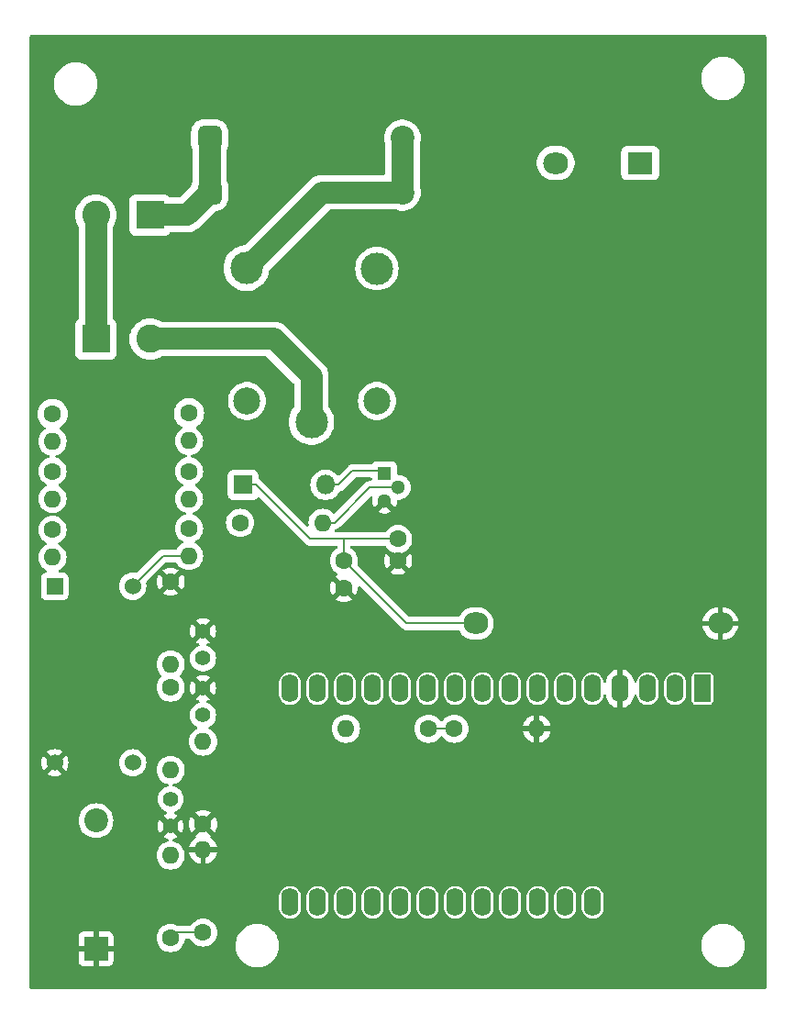
<source format=gbr>
%TF.GenerationSoftware,KiCad,Pcbnew,8.0.7*%
%TF.CreationDate,2025-02-06T20:11:24-08:00*%
%TF.ProjectId,Mains_monitor,4d61696e-735f-46d6-9f6e-69746f722e6b,rev?*%
%TF.SameCoordinates,Original*%
%TF.FileFunction,Copper,L2,Bot*%
%TF.FilePolarity,Positive*%
%FSLAX46Y46*%
G04 Gerber Fmt 4.6, Leading zero omitted, Abs format (unit mm)*
G04 Created by KiCad (PCBNEW 8.0.7) date 2025-02-06 20:11:24*
%MOMM*%
%LPD*%
G01*
G04 APERTURE LIST*
G04 Aperture macros list*
%AMRoundRect*
0 Rectangle with rounded corners*
0 $1 Rounding radius*
0 $2 $3 $4 $5 $6 $7 $8 $9 X,Y pos of 4 corners*
0 Add a 4 corners polygon primitive as box body*
4,1,4,$2,$3,$4,$5,$6,$7,$8,$9,$2,$3,0*
0 Add four circle primitives for the rounded corners*
1,1,$1+$1,$2,$3*
1,1,$1+$1,$4,$5*
1,1,$1+$1,$6,$7*
1,1,$1+$1,$8,$9*
0 Add four rect primitives between the rounded corners*
20,1,$1+$1,$2,$3,$4,$5,0*
20,1,$1+$1,$4,$5,$6,$7,0*
20,1,$1+$1,$6,$7,$8,$9,0*
20,1,$1+$1,$8,$9,$2,$3,0*%
G04 Aperture macros list end*
%TA.AperFunction,ComponentPad*%
%ADD10R,1.300000X1.300000*%
%TD*%
%TA.AperFunction,ComponentPad*%
%ADD11C,1.300000*%
%TD*%
%TA.AperFunction,ComponentPad*%
%ADD12R,2.600000X2.600000*%
%TD*%
%TA.AperFunction,ComponentPad*%
%ADD13C,2.600000*%
%TD*%
%TA.AperFunction,ComponentPad*%
%ADD14C,1.600000*%
%TD*%
%TA.AperFunction,ComponentPad*%
%ADD15O,1.600000X1.600000*%
%TD*%
%TA.AperFunction,ComponentPad*%
%ADD16O,2.300000X2.000000*%
%TD*%
%TA.AperFunction,ComponentPad*%
%ADD17R,2.300000X2.000000*%
%TD*%
%TA.AperFunction,ComponentPad*%
%ADD18C,3.000000*%
%TD*%
%TA.AperFunction,ComponentPad*%
%ADD19C,2.500000*%
%TD*%
%TA.AperFunction,ComponentPad*%
%ADD20C,1.400000*%
%TD*%
%TA.AperFunction,ComponentPad*%
%ADD21RoundRect,0.550000X-0.550000X-0.550000X0.550000X-0.550000X0.550000X0.550000X-0.550000X0.550000X0*%
%TD*%
%TA.AperFunction,ComponentPad*%
%ADD22C,2.200000*%
%TD*%
%TA.AperFunction,ComponentPad*%
%ADD23O,1.600000X2.600000*%
%TD*%
%TA.AperFunction,ComponentPad*%
%ADD24RoundRect,0.250000X-0.550000X1.050000X-0.550000X-1.050000X0.550000X-1.050000X0.550000X1.050000X0*%
%TD*%
%TA.AperFunction,ComponentPad*%
%ADD25R,2.200000X2.200000*%
%TD*%
%TA.AperFunction,ComponentPad*%
%ADD26R,1.800000X1.800000*%
%TD*%
%TA.AperFunction,ComponentPad*%
%ADD27O,1.800000X1.800000*%
%TD*%
%TA.AperFunction,ComponentPad*%
%ADD28R,1.524000X1.524000*%
%TD*%
%TA.AperFunction,ComponentPad*%
%ADD29C,1.524000*%
%TD*%
%TA.AperFunction,Conductor*%
%ADD30C,0.200000*%
%TD*%
%TA.AperFunction,Conductor*%
%ADD31C,2.000000*%
%TD*%
G04 APERTURE END LIST*
D10*
%TO.P,Q1,1,C*%
%TO.N,Net-(D1-A)*%
X123750000Y-85960000D03*
D11*
%TO.P,Q1,2,B*%
%TO.N,Net-(Q1-B)*%
X125020000Y-87230000D03*
%TO.P,Q1,3,E*%
%TO.N,GND*%
X123750000Y-88500000D03*
%TD*%
D12*
%TO.P,J1,1,Pin_1*%
%TO.N,Net-(J1-Pin_1)*%
X102100000Y-62095000D03*
D13*
%TO.P,J1,2,Pin_2*%
%TO.N,AC_N*%
X97100000Y-62095000D03*
%TD*%
D14*
%TO.P,R13,1*%
%TO.N,Net-(R13-Pad1)*%
X93100000Y-85750000D03*
D15*
%TO.P,R13,2*%
%TO.N,Net-(R13-Pad2)*%
X93100000Y-88290000D03*
%TD*%
D14*
%TO.P,R6,1*%
%TO.N,AC_N*%
X93100000Y-80460000D03*
D15*
%TO.P,R6,2*%
%TO.N,Net-(R13-Pad1)*%
X93100000Y-83000000D03*
%TD*%
D16*
%TO.P,PS1,4,+Vout*%
%TO.N,+5V*%
X132157500Y-99792500D03*
%TO.P,PS1,3,-Vout*%
%TO.N,GND*%
X154757500Y-99792500D03*
%TO.P,PS1,2,AC/N*%
%TO.N,AC_N*%
X139557500Y-57292500D03*
D17*
%TO.P,PS1,1,AC/L*%
%TO.N,AC_H*%
X147357500Y-57292500D03*
%TD*%
D18*
%TO.P,K1,1*%
%TO.N,RELAY_OUT*%
X117000000Y-81200000D03*
D19*
%TO.P,K1,2*%
%TO.N,Net-(D1-A)*%
X123050000Y-79250000D03*
D18*
%TO.P,K1,3*%
%TO.N,unconnected-(K1-Pad3)*%
X123050000Y-67050000D03*
%TO.P,K1,4*%
%TO.N,AC_H*%
X111000000Y-67000000D03*
D19*
%TO.P,K1,5*%
%TO.N,+5V*%
X111050000Y-79250000D03*
%TD*%
D14*
%TO.P,C5,1*%
%TO.N,GND*%
X125000000Y-94000000D03*
%TO.P,C5,2*%
%TO.N,+5V*%
X125000000Y-92000000D03*
%TD*%
D20*
%TO.P,C2,1*%
%TO.N,IP*%
X107000000Y-103000000D03*
%TO.P,C2,2*%
%TO.N,GND*%
X107000000Y-100500000D03*
%TD*%
D14*
%TO.P,R8,1*%
%TO.N,/DATA_HV*%
X130190000Y-109500000D03*
D15*
%TO.P,R8,2*%
%TO.N,GND*%
X137810000Y-109500000D03*
%TD*%
D14*
%TO.P,R1,1*%
%TO.N,/RLY_CTRL*%
X110420000Y-90500000D03*
D15*
%TO.P,R1,2*%
%TO.N,Net-(Q1-B)*%
X118040000Y-90500000D03*
%TD*%
D14*
%TO.P,R7,1*%
%TO.N,GND*%
X104000000Y-95940000D03*
D15*
%TO.P,R7,2*%
%TO.N,Net-(R7-Pad2)*%
X104000000Y-103560000D03*
%TD*%
D21*
%TO.P,F1,1*%
%TO.N,Net-(J1-Pin_1)*%
X107600000Y-55000000D03*
X107600000Y-60000000D03*
D22*
%TO.P,F1,2*%
%TO.N,AC_H*%
X125400000Y-55000000D03*
X125400000Y-60000000D03*
%TD*%
D14*
%TO.P,R14,1*%
%TO.N,Net-(R13-Pad2)*%
X93100000Y-91155000D03*
D15*
%TO.P,R14,2*%
%TO.N,Net-(R14-Pad2)*%
X93100000Y-93695000D03*
%TD*%
D23*
%TO.P,A1,28,VBAT*%
%TO.N,unconnected-(A1-VBAT-Pad28)*%
X142960000Y-125520000D03*
%TO.P,A1,27,EN*%
%TO.N,unconnected-(A1-EN-Pad27)*%
X140420000Y-125520000D03*
%TO.P,A1,26,USB*%
%TO.N,+5V*%
X137880000Y-125520000D03*
%TO.P,A1,25,A12/IO13*%
%TO.N,unconnected-(A1-A12{slash}IO13-Pad25)*%
X135340000Y-125520000D03*
%TO.P,A1,24,A11/IO12*%
%TO.N,unconnected-(A1-A11{slash}IO12-Pad24)*%
X132800000Y-125520000D03*
%TO.P,A1,23,A10/IO27*%
%TO.N,unconnected-(A1-A10{slash}IO27-Pad23)*%
X130260000Y-125520000D03*
%TO.P,A1,22,A9/IO33*%
%TO.N,unconnected-(A1-A9{slash}IO33-Pad22)*%
X127720000Y-125520000D03*
%TO.P,A1,21,A8/IO15*%
%TO.N,unconnected-(A1-A8{slash}IO15-Pad21)*%
X125180000Y-125520000D03*
%TO.P,A1,20,A7/IO32*%
%TO.N,unconnected-(A1-A7{slash}IO32-Pad20)*%
X122640000Y-125520000D03*
%TO.P,A1,19,A6/IO14*%
%TO.N,/RLY_CTRL*%
X120100000Y-125520000D03*
%TO.P,A1,18,SCL/IO22*%
%TO.N,unconnected-(A1-SCL{slash}IO22-Pad18)*%
X117560000Y-125520000D03*
%TO.P,A1,17,SDA/IO23*%
%TO.N,unconnected-(A1-SDA{slash}IO23-Pad17)*%
X115020000Y-125520000D03*
%TO.P,A1,16,IO21*%
%TO.N,unconnected-(A1-IO21-Pad16)*%
X115020000Y-105800000D03*
%TO.P,A1,15,TX/IO17*%
%TO.N,unconnected-(A1-TX{slash}IO17-Pad15)*%
X117560000Y-105800000D03*
%TO.P,A1,14,RX/IO16*%
%TO.N,/DATA_LV*%
X120100000Y-105800000D03*
%TO.P,A1,13,MISO/IO19*%
%TO.N,unconnected-(A1-MISO{slash}IO19-Pad13)*%
X122640000Y-105800000D03*
%TO.P,A1,12,MOSI/IO18*%
%TO.N,unconnected-(A1-MOSI{slash}IO18-Pad12)*%
X125180000Y-105800000D03*
%TO.P,A1,11,SCK/IO5*%
%TO.N,unconnected-(A1-SCK{slash}IO5-Pad11)*%
X127720000Y-105800000D03*
%TO.P,A1,10,IO4/A5*%
%TO.N,unconnected-(A1-IO4{slash}A5-Pad10)*%
X130260000Y-105800000D03*
%TO.P,A1,9,IO36/A4*%
%TO.N,unconnected-(A1-IO36{slash}A4-Pad9)*%
X132800000Y-105800000D03*
%TO.P,A1,8,I39/A3*%
%TO.N,unconnected-(A1-I39{slash}A3-Pad8)*%
X135340000Y-105800000D03*
%TO.P,A1,7,I34/A2*%
%TO.N,unconnected-(A1-I34{slash}A2-Pad7)*%
X137880000Y-105800000D03*
%TO.P,A1,6,DAC1/A1*%
%TO.N,unconnected-(A1-DAC1{slash}A1-Pad6)*%
X140420000Y-105800000D03*
%TO.P,A1,5,DAC2/A0*%
%TO.N,unconnected-(A1-DAC2{slash}A0-Pad5)*%
X142960000Y-105800000D03*
%TO.P,A1,4,GND*%
%TO.N,GND*%
X145500000Y-105800000D03*
%TO.P,A1,3,NC*%
%TO.N,unconnected-(A1-NC-Pad3)*%
X148040000Y-105800000D03*
%TO.P,A1,2,3V3*%
%TO.N,unconnected-(A1-3V3-Pad2)*%
X150580000Y-105800000D03*
D24*
%TO.P,A1,1,~{RESET}*%
%TO.N,unconnected-(A1-~{RESET}-Pad1)*%
X153120000Y-105800000D03*
%TD*%
D14*
%TO.P,C4,1*%
%TO.N,+5V*%
X120000000Y-94000000D03*
%TO.P,C4,2*%
%TO.N,GND*%
X120000000Y-96500000D03*
%TD*%
%TO.P,R12,1*%
%TO.N,Net-(R11-Pad2)*%
X105700000Y-91015000D03*
D15*
%TO.P,R12,2*%
%TO.N,Net-(R12-Pad2)*%
X105700000Y-93555000D03*
%TD*%
%TO.P,R2,2*%
%TO.N,GND*%
X107000000Y-120690000D03*
D14*
%TO.P,R2,1*%
%TO.N,Net-(R2-Pad1)*%
X107000000Y-128310000D03*
%TD*%
D25*
%TO.P,TR1,1*%
%TO.N,GND*%
X97112500Y-129787500D03*
D22*
%TO.P,TR1,2*%
%TO.N,Net-(R2-Pad1)*%
X97112500Y-117987500D03*
%TD*%
D15*
%TO.P,R11,2*%
%TO.N,Net-(R11-Pad2)*%
X105700000Y-88290000D03*
D14*
%TO.P,R11,1*%
%TO.N,Net-(R11-Pad1)*%
X105700000Y-85750000D03*
%TD*%
%TO.P,R10,1*%
%TO.N,/DATA_HV*%
X127810000Y-109500000D03*
D15*
%TO.P,R10,2*%
%TO.N,/DATA_LV*%
X120190000Y-109500000D03*
%TD*%
D26*
%TO.P,D1,1,K*%
%TO.N,+5V*%
X110690000Y-87000000D03*
D27*
%TO.P,D1,2,A*%
%TO.N,Net-(D1-A)*%
X118310000Y-87000000D03*
%TD*%
D20*
%TO.P,C3,1*%
%TO.N,GND*%
X107000000Y-105750000D03*
%TO.P,C3,2*%
%TO.N,IN*%
X107000000Y-108250000D03*
%TD*%
D14*
%TO.P,R9,1*%
%TO.N,Net-(R7-Pad2)*%
X104000000Y-105690000D03*
D15*
%TO.P,R9,2*%
%TO.N,VP*%
X104000000Y-113310000D03*
%TD*%
D14*
%TO.P,R4,1*%
%TO.N,GND*%
X107000000Y-118310000D03*
D15*
%TO.P,R4,2*%
%TO.N,IN*%
X107000000Y-110690000D03*
%TD*%
D20*
%TO.P,C6,1*%
%TO.N,VP*%
X104000000Y-116000000D03*
%TO.P,C6,2*%
%TO.N,GND*%
X104000000Y-118500000D03*
%TD*%
D12*
%TO.P,J2,1,Pin_1*%
%TO.N,AC_N*%
X97114900Y-73546200D03*
D13*
%TO.P,J2,2,Pin_2*%
%TO.N,RELAY_OUT*%
X102114900Y-73546200D03*
%TD*%
D14*
%TO.P,R5,1*%
%TO.N,RELAY_OUT*%
X105700000Y-80400000D03*
D15*
%TO.P,R5,2*%
%TO.N,Net-(R11-Pad1)*%
X105700000Y-82940000D03*
%TD*%
D28*
%TO.P,TR2,1,1*%
%TO.N,Net-(R14-Pad2)*%
X93300000Y-96350000D03*
D29*
%TO.P,TR2,2,2*%
%TO.N,Net-(R12-Pad2)*%
X100500000Y-96350000D03*
%TO.P,TR2,3,3*%
%TO.N,GND*%
X93300000Y-112650000D03*
%TO.P,TR2,4,4*%
%TO.N,Net-(R7-Pad2)*%
X100500000Y-112650000D03*
%TD*%
D14*
%TO.P,R3,1*%
%TO.N,Net-(R2-Pad1)*%
X104000000Y-128810000D03*
D15*
%TO.P,R3,2*%
%TO.N,IP*%
X104000000Y-121190000D03*
%TD*%
D30*
%TO.N,Net-(Q1-B)*%
X119141700Y-90500000D02*
X122411700Y-87230000D01*
X122411700Y-87230000D02*
X125020000Y-87230000D01*
D31*
%TO.N,AC_N*%
X97100000Y-62095000D02*
X97100000Y-73531300D01*
X97100000Y-73531300D02*
X97114900Y-73546200D01*
D30*
%TO.N,+5V*%
X120000000Y-92000000D02*
X125000000Y-92000000D01*
X125792500Y-99792500D02*
X132157500Y-99792500D01*
X120000000Y-94000000D02*
X125792500Y-99792500D01*
X111891700Y-87000000D02*
X116891700Y-92000000D01*
X110690000Y-87000000D02*
X111891700Y-87000000D01*
X120000000Y-94000000D02*
X120000000Y-92000000D01*
X116891700Y-92000000D02*
X120000000Y-92000000D01*
%TO.N,Net-(D1-A)*%
X119511700Y-87000000D02*
X120781700Y-85730000D01*
X120781700Y-85730000D02*
X123640000Y-85730000D01*
X118310000Y-87000000D02*
X119511700Y-87000000D01*
D31*
%TO.N,AC_H*%
X125400000Y-55000000D02*
X125400000Y-60000000D01*
X118000000Y-60000000D02*
X111000000Y-67000000D01*
X125400000Y-60000000D02*
X118000000Y-60000000D01*
%TO.N,RELAY_OUT*%
X102195000Y-73546200D02*
X102114900Y-73546200D01*
X113546200Y-73546200D02*
X102194900Y-73546200D01*
X117000000Y-81200000D02*
X117000000Y-77000000D01*
X117000000Y-77000000D02*
X113546200Y-73546200D01*
D30*
%TO.N,Net-(Q1-B)*%
X118040000Y-90500000D02*
X119141700Y-90500000D01*
%TO.N,Net-(R2-Pad1)*%
X104000000Y-128310000D02*
X107000000Y-128310000D01*
%TO.N,/DATA_HV*%
X127810000Y-109500000D02*
X130190000Y-109500000D01*
%TO.N,Net-(R12-Pad2)*%
X103295000Y-93555000D02*
X105700000Y-93555000D01*
X100500000Y-96350000D02*
X103295000Y-93555000D01*
D31*
%TO.N,Net-(J1-Pin_1)*%
X102100000Y-62095000D02*
X105505000Y-62095000D01*
X105505000Y-62095000D02*
X107600000Y-60000000D01*
X107600000Y-60000000D02*
X107600000Y-55000000D01*
%TD*%
%TA.AperFunction,Conductor*%
%TO.N,GND*%
G36*
X158942539Y-45520185D02*
G01*
X158988294Y-45572989D01*
X158999500Y-45624500D01*
X158999500Y-133375500D01*
X158979815Y-133442539D01*
X158927011Y-133488294D01*
X158875500Y-133499500D01*
X91124500Y-133499500D01*
X91057461Y-133479815D01*
X91011706Y-133427011D01*
X91000500Y-133375500D01*
X91000500Y-128639655D01*
X95512500Y-128639655D01*
X95512500Y-129537500D01*
X96564018Y-129537500D01*
X96553389Y-129555909D01*
X96512500Y-129708509D01*
X96512500Y-129866491D01*
X96553389Y-130019091D01*
X96564018Y-130037500D01*
X95512500Y-130037500D01*
X95512500Y-130935344D01*
X95518901Y-130994872D01*
X95518903Y-130994879D01*
X95569145Y-131129586D01*
X95569149Y-131129593D01*
X95655309Y-131244687D01*
X95655312Y-131244690D01*
X95770406Y-131330850D01*
X95770413Y-131330854D01*
X95905120Y-131381096D01*
X95905127Y-131381098D01*
X95964655Y-131387499D01*
X95964672Y-131387500D01*
X96862500Y-131387500D01*
X96862500Y-130335982D01*
X96880909Y-130346611D01*
X97033509Y-130387500D01*
X97191491Y-130387500D01*
X97344091Y-130346611D01*
X97362500Y-130335982D01*
X97362500Y-131387500D01*
X98260328Y-131387500D01*
X98260344Y-131387499D01*
X98319872Y-131381098D01*
X98319879Y-131381096D01*
X98454586Y-131330854D01*
X98454593Y-131330850D01*
X98569687Y-131244690D01*
X98569690Y-131244687D01*
X98655850Y-131129593D01*
X98655854Y-131129586D01*
X98706096Y-130994879D01*
X98706098Y-130994872D01*
X98712499Y-130935344D01*
X98712500Y-130935327D01*
X98712500Y-130037500D01*
X97660982Y-130037500D01*
X97671611Y-130019091D01*
X97712500Y-129866491D01*
X97712500Y-129708509D01*
X97671611Y-129555909D01*
X97660982Y-129537500D01*
X98712500Y-129537500D01*
X98712500Y-128809998D01*
X102694532Y-128809998D01*
X102694532Y-128810001D01*
X102714364Y-129036686D01*
X102714366Y-129036697D01*
X102773258Y-129256488D01*
X102773261Y-129256497D01*
X102869431Y-129462732D01*
X102869432Y-129462734D01*
X102999954Y-129649141D01*
X103160858Y-129810045D01*
X103160861Y-129810047D01*
X103347266Y-129940568D01*
X103553504Y-130036739D01*
X103773308Y-130095635D01*
X103935230Y-130109801D01*
X103999998Y-130115468D01*
X104000000Y-130115468D01*
X104000002Y-130115468D01*
X104056673Y-130110509D01*
X104226692Y-130095635D01*
X104446496Y-130036739D01*
X104652734Y-129940568D01*
X104839139Y-129810047D01*
X105000047Y-129649139D01*
X105130568Y-129462734D01*
X105226739Y-129256496D01*
X105285635Y-129036692D01*
X105286772Y-129023692D01*
X105312224Y-128958624D01*
X105368815Y-128917646D01*
X105410300Y-128910500D01*
X105768308Y-128910500D01*
X105835347Y-128930185D01*
X105869880Y-128963374D01*
X105921219Y-129036694D01*
X105999954Y-129149141D01*
X106160858Y-129310045D01*
X106160861Y-129310047D01*
X106347266Y-129440568D01*
X106553504Y-129536739D01*
X106773308Y-129595635D01*
X106935230Y-129609801D01*
X106999998Y-129615468D01*
X107000000Y-129615468D01*
X107000002Y-129615468D01*
X107056673Y-129610509D01*
X107226692Y-129595635D01*
X107446496Y-129536739D01*
X107652734Y-129440568D01*
X107755127Y-129368872D01*
X109999500Y-129368872D01*
X109999500Y-129631127D01*
X110023057Y-129810047D01*
X110033730Y-129891116D01*
X110093845Y-130115468D01*
X110101602Y-130144418D01*
X110101605Y-130144428D01*
X110201953Y-130386690D01*
X110201958Y-130386700D01*
X110333075Y-130613803D01*
X110492718Y-130821851D01*
X110492726Y-130821860D01*
X110678140Y-131007274D01*
X110678148Y-131007281D01*
X110886196Y-131166924D01*
X111113299Y-131298041D01*
X111113309Y-131298046D01*
X111329271Y-131387500D01*
X111355581Y-131398398D01*
X111608884Y-131466270D01*
X111868880Y-131500500D01*
X111868887Y-131500500D01*
X112131113Y-131500500D01*
X112131120Y-131500500D01*
X112391116Y-131466270D01*
X112644419Y-131398398D01*
X112886697Y-131298043D01*
X113113803Y-131166924D01*
X113321851Y-131007282D01*
X113321855Y-131007277D01*
X113321860Y-131007274D01*
X113507274Y-130821860D01*
X113507277Y-130821855D01*
X113507282Y-130821851D01*
X113666924Y-130613803D01*
X113798043Y-130386697D01*
X113898398Y-130144419D01*
X113966270Y-129891116D01*
X114000500Y-129631120D01*
X114000500Y-129368880D01*
X114000499Y-129368872D01*
X152999500Y-129368872D01*
X152999500Y-129631127D01*
X153023057Y-129810047D01*
X153033730Y-129891116D01*
X153093845Y-130115468D01*
X153101602Y-130144418D01*
X153101605Y-130144428D01*
X153201953Y-130386690D01*
X153201958Y-130386700D01*
X153333075Y-130613803D01*
X153492718Y-130821851D01*
X153492726Y-130821860D01*
X153678140Y-131007274D01*
X153678148Y-131007281D01*
X153886196Y-131166924D01*
X154113299Y-131298041D01*
X154113309Y-131298046D01*
X154329271Y-131387500D01*
X154355581Y-131398398D01*
X154608884Y-131466270D01*
X154868880Y-131500500D01*
X154868887Y-131500500D01*
X155131113Y-131500500D01*
X155131120Y-131500500D01*
X155391116Y-131466270D01*
X155644419Y-131398398D01*
X155886697Y-131298043D01*
X156113803Y-131166924D01*
X156321851Y-131007282D01*
X156321855Y-131007277D01*
X156321860Y-131007274D01*
X156507274Y-130821860D01*
X156507277Y-130821855D01*
X156507282Y-130821851D01*
X156666924Y-130613803D01*
X156798043Y-130386697D01*
X156898398Y-130144419D01*
X156966270Y-129891116D01*
X157000500Y-129631120D01*
X157000500Y-129368880D01*
X156966270Y-129108884D01*
X156898398Y-128855581D01*
X156857356Y-128756496D01*
X156798046Y-128613309D01*
X156798041Y-128613299D01*
X156666924Y-128386196D01*
X156544424Y-128226554D01*
X156507282Y-128178149D01*
X156507281Y-128178148D01*
X156507274Y-128178140D01*
X156321860Y-127992726D01*
X156321851Y-127992718D01*
X156113803Y-127833075D01*
X155886700Y-127701958D01*
X155886690Y-127701953D01*
X155644428Y-127601605D01*
X155644421Y-127601603D01*
X155644419Y-127601602D01*
X155391116Y-127533730D01*
X155333339Y-127526123D01*
X155131127Y-127499500D01*
X155131120Y-127499500D01*
X154868880Y-127499500D01*
X154868872Y-127499500D01*
X154637772Y-127529926D01*
X154608884Y-127533730D01*
X154424042Y-127583258D01*
X154355581Y-127601602D01*
X154355571Y-127601605D01*
X154113309Y-127701953D01*
X154113299Y-127701958D01*
X153886196Y-127833075D01*
X153678148Y-127992718D01*
X153492718Y-128178148D01*
X153333075Y-128386196D01*
X153201958Y-128613299D01*
X153201953Y-128613309D01*
X153101605Y-128855571D01*
X153101602Y-128855581D01*
X153053073Y-129036697D01*
X153033730Y-129108885D01*
X152999500Y-129368872D01*
X114000499Y-129368872D01*
X113966270Y-129108884D01*
X113898398Y-128855581D01*
X113857356Y-128756496D01*
X113798046Y-128613309D01*
X113798041Y-128613299D01*
X113666924Y-128386196D01*
X113544424Y-128226554D01*
X113507282Y-128178149D01*
X113507281Y-128178148D01*
X113507274Y-128178140D01*
X113321860Y-127992726D01*
X113321851Y-127992718D01*
X113113803Y-127833075D01*
X112886700Y-127701958D01*
X112886690Y-127701953D01*
X112644428Y-127601605D01*
X112644421Y-127601603D01*
X112644419Y-127601602D01*
X112391116Y-127533730D01*
X112333339Y-127526123D01*
X112131127Y-127499500D01*
X112131120Y-127499500D01*
X111868880Y-127499500D01*
X111868872Y-127499500D01*
X111637772Y-127529926D01*
X111608884Y-127533730D01*
X111424042Y-127583258D01*
X111355581Y-127601602D01*
X111355571Y-127601605D01*
X111113309Y-127701953D01*
X111113299Y-127701958D01*
X110886196Y-127833075D01*
X110678148Y-127992718D01*
X110492718Y-128178148D01*
X110333075Y-128386196D01*
X110201958Y-128613299D01*
X110201953Y-128613309D01*
X110101605Y-128855571D01*
X110101602Y-128855581D01*
X110053073Y-129036697D01*
X110033730Y-129108885D01*
X109999500Y-129368872D01*
X107755127Y-129368872D01*
X107839139Y-129310047D01*
X108000047Y-129149139D01*
X108130568Y-128962734D01*
X108226739Y-128756496D01*
X108285635Y-128536692D01*
X108305468Y-128310000D01*
X108285635Y-128083308D01*
X108226739Y-127863504D01*
X108130568Y-127657266D01*
X108032839Y-127517693D01*
X108000045Y-127470858D01*
X107839141Y-127309954D01*
X107652734Y-127179432D01*
X107652732Y-127179431D01*
X107446497Y-127083261D01*
X107446488Y-127083258D01*
X107226697Y-127024366D01*
X107226693Y-127024365D01*
X107226692Y-127024365D01*
X107226691Y-127024364D01*
X107226686Y-127024364D01*
X107000002Y-127004532D01*
X106999998Y-127004532D01*
X106773313Y-127024364D01*
X106773302Y-127024366D01*
X106553511Y-127083258D01*
X106553502Y-127083261D01*
X106347267Y-127179431D01*
X106347265Y-127179432D01*
X106160858Y-127309954D01*
X105999954Y-127470858D01*
X105955932Y-127533730D01*
X105869881Y-127656624D01*
X105815307Y-127700248D01*
X105768308Y-127709500D01*
X104734772Y-127709500D01*
X104667733Y-127689815D01*
X104663649Y-127687075D01*
X104652734Y-127679432D01*
X104652732Y-127679431D01*
X104446497Y-127583261D01*
X104446488Y-127583258D01*
X104226697Y-127524366D01*
X104226693Y-127524365D01*
X104226692Y-127524365D01*
X104226691Y-127524364D01*
X104226686Y-127524364D01*
X104000002Y-127504532D01*
X103999998Y-127504532D01*
X103773313Y-127524364D01*
X103773302Y-127524366D01*
X103553511Y-127583258D01*
X103553502Y-127583261D01*
X103347267Y-127679431D01*
X103347265Y-127679432D01*
X103160858Y-127809954D01*
X102999954Y-127970858D01*
X102869432Y-128157265D01*
X102869431Y-128157267D01*
X102773261Y-128363502D01*
X102773258Y-128363511D01*
X102714366Y-128583302D01*
X102714364Y-128583313D01*
X102694532Y-128809998D01*
X98712500Y-128809998D01*
X98712500Y-128639672D01*
X98712499Y-128639655D01*
X98706098Y-128580127D01*
X98706096Y-128580120D01*
X98655854Y-128445413D01*
X98655850Y-128445406D01*
X98569690Y-128330312D01*
X98569687Y-128330309D01*
X98454593Y-128244149D01*
X98454586Y-128244145D01*
X98319879Y-128193903D01*
X98319872Y-128193901D01*
X98260344Y-128187500D01*
X97362500Y-128187500D01*
X97362500Y-129239017D01*
X97344091Y-129228389D01*
X97191491Y-129187500D01*
X97033509Y-129187500D01*
X96880909Y-129228389D01*
X96862500Y-129239017D01*
X96862500Y-128187500D01*
X95964655Y-128187500D01*
X95905127Y-128193901D01*
X95905120Y-128193903D01*
X95770413Y-128244145D01*
X95770406Y-128244149D01*
X95655312Y-128330309D01*
X95655309Y-128330312D01*
X95569149Y-128445406D01*
X95569145Y-128445413D01*
X95518903Y-128580120D01*
X95518901Y-128580127D01*
X95512500Y-128639655D01*
X91000500Y-128639655D01*
X91000500Y-126118543D01*
X114019499Y-126118543D01*
X114057947Y-126311829D01*
X114057950Y-126311839D01*
X114133364Y-126493907D01*
X114133371Y-126493920D01*
X114242860Y-126657781D01*
X114242863Y-126657785D01*
X114382214Y-126797136D01*
X114382218Y-126797139D01*
X114546079Y-126906628D01*
X114546092Y-126906635D01*
X114728160Y-126982049D01*
X114728165Y-126982051D01*
X114728169Y-126982051D01*
X114728170Y-126982052D01*
X114921456Y-127020500D01*
X114921459Y-127020500D01*
X115118543Y-127020500D01*
X115248582Y-126994632D01*
X115311835Y-126982051D01*
X115493914Y-126906632D01*
X115657782Y-126797139D01*
X115797139Y-126657782D01*
X115906632Y-126493914D01*
X115982051Y-126311835D01*
X116020500Y-126118543D01*
X116559499Y-126118543D01*
X116597947Y-126311829D01*
X116597950Y-126311839D01*
X116673364Y-126493907D01*
X116673371Y-126493920D01*
X116782860Y-126657781D01*
X116782863Y-126657785D01*
X116922214Y-126797136D01*
X116922218Y-126797139D01*
X117086079Y-126906628D01*
X117086092Y-126906635D01*
X117268160Y-126982049D01*
X117268165Y-126982051D01*
X117268169Y-126982051D01*
X117268170Y-126982052D01*
X117461456Y-127020500D01*
X117461459Y-127020500D01*
X117658543Y-127020500D01*
X117788582Y-126994632D01*
X117851835Y-126982051D01*
X118033914Y-126906632D01*
X118197782Y-126797139D01*
X118337139Y-126657782D01*
X118446632Y-126493914D01*
X118522051Y-126311835D01*
X118560500Y-126118543D01*
X119099499Y-126118543D01*
X119137947Y-126311829D01*
X119137950Y-126311839D01*
X119213364Y-126493907D01*
X119213371Y-126493920D01*
X119322860Y-126657781D01*
X119322863Y-126657785D01*
X119462214Y-126797136D01*
X119462218Y-126797139D01*
X119626079Y-126906628D01*
X119626092Y-126906635D01*
X119808160Y-126982049D01*
X119808165Y-126982051D01*
X119808169Y-126982051D01*
X119808170Y-126982052D01*
X120001456Y-127020500D01*
X120001459Y-127020500D01*
X120198543Y-127020500D01*
X120328582Y-126994632D01*
X120391835Y-126982051D01*
X120573914Y-126906632D01*
X120737782Y-126797139D01*
X120877139Y-126657782D01*
X120986632Y-126493914D01*
X121062051Y-126311835D01*
X121100500Y-126118543D01*
X121639499Y-126118543D01*
X121677947Y-126311829D01*
X121677950Y-126311839D01*
X121753364Y-126493907D01*
X121753371Y-126493920D01*
X121862860Y-126657781D01*
X121862863Y-126657785D01*
X122002214Y-126797136D01*
X122002218Y-126797139D01*
X122166079Y-126906628D01*
X122166092Y-126906635D01*
X122348160Y-126982049D01*
X122348165Y-126982051D01*
X122348169Y-126982051D01*
X122348170Y-126982052D01*
X122541456Y-127020500D01*
X122541459Y-127020500D01*
X122738543Y-127020500D01*
X122868582Y-126994632D01*
X122931835Y-126982051D01*
X123113914Y-126906632D01*
X123277782Y-126797139D01*
X123417139Y-126657782D01*
X123526632Y-126493914D01*
X123602051Y-126311835D01*
X123640500Y-126118543D01*
X124179499Y-126118543D01*
X124217947Y-126311829D01*
X124217950Y-126311839D01*
X124293364Y-126493907D01*
X124293371Y-126493920D01*
X124402860Y-126657781D01*
X124402863Y-126657785D01*
X124542214Y-126797136D01*
X124542218Y-126797139D01*
X124706079Y-126906628D01*
X124706092Y-126906635D01*
X124888160Y-126982049D01*
X124888165Y-126982051D01*
X124888169Y-126982051D01*
X124888170Y-126982052D01*
X125081456Y-127020500D01*
X125081459Y-127020500D01*
X125278543Y-127020500D01*
X125408582Y-126994632D01*
X125471835Y-126982051D01*
X125653914Y-126906632D01*
X125817782Y-126797139D01*
X125957139Y-126657782D01*
X126066632Y-126493914D01*
X126142051Y-126311835D01*
X126180500Y-126118543D01*
X126719499Y-126118543D01*
X126757947Y-126311829D01*
X126757950Y-126311839D01*
X126833364Y-126493907D01*
X126833371Y-126493920D01*
X126942860Y-126657781D01*
X126942863Y-126657785D01*
X127082214Y-126797136D01*
X127082218Y-126797139D01*
X127246079Y-126906628D01*
X127246092Y-126906635D01*
X127428160Y-126982049D01*
X127428165Y-126982051D01*
X127428169Y-126982051D01*
X127428170Y-126982052D01*
X127621456Y-127020500D01*
X127621459Y-127020500D01*
X127818543Y-127020500D01*
X127948582Y-126994632D01*
X128011835Y-126982051D01*
X128193914Y-126906632D01*
X128357782Y-126797139D01*
X128497139Y-126657782D01*
X128606632Y-126493914D01*
X128682051Y-126311835D01*
X128720500Y-126118543D01*
X129259499Y-126118543D01*
X129297947Y-126311829D01*
X129297950Y-126311839D01*
X129373364Y-126493907D01*
X129373371Y-126493920D01*
X129482860Y-126657781D01*
X129482863Y-126657785D01*
X129622214Y-126797136D01*
X129622218Y-126797139D01*
X129786079Y-126906628D01*
X129786092Y-126906635D01*
X129968160Y-126982049D01*
X129968165Y-126982051D01*
X129968169Y-126982051D01*
X129968170Y-126982052D01*
X130161456Y-127020500D01*
X130161459Y-127020500D01*
X130358543Y-127020500D01*
X130488582Y-126994632D01*
X130551835Y-126982051D01*
X130733914Y-126906632D01*
X130897782Y-126797139D01*
X131037139Y-126657782D01*
X131146632Y-126493914D01*
X131222051Y-126311835D01*
X131260500Y-126118543D01*
X131799499Y-126118543D01*
X131837947Y-126311829D01*
X131837950Y-126311839D01*
X131913364Y-126493907D01*
X131913371Y-126493920D01*
X132022860Y-126657781D01*
X132022863Y-126657785D01*
X132162214Y-126797136D01*
X132162218Y-126797139D01*
X132326079Y-126906628D01*
X132326092Y-126906635D01*
X132508160Y-126982049D01*
X132508165Y-126982051D01*
X132508169Y-126982051D01*
X132508170Y-126982052D01*
X132701456Y-127020500D01*
X132701459Y-127020500D01*
X132898543Y-127020500D01*
X133028582Y-126994632D01*
X133091835Y-126982051D01*
X133273914Y-126906632D01*
X133437782Y-126797139D01*
X133577139Y-126657782D01*
X133686632Y-126493914D01*
X133762051Y-126311835D01*
X133800500Y-126118543D01*
X134339499Y-126118543D01*
X134377947Y-126311829D01*
X134377950Y-126311839D01*
X134453364Y-126493907D01*
X134453371Y-126493920D01*
X134562860Y-126657781D01*
X134562863Y-126657785D01*
X134702214Y-126797136D01*
X134702218Y-126797139D01*
X134866079Y-126906628D01*
X134866092Y-126906635D01*
X135048160Y-126982049D01*
X135048165Y-126982051D01*
X135048169Y-126982051D01*
X135048170Y-126982052D01*
X135241456Y-127020500D01*
X135241459Y-127020500D01*
X135438543Y-127020500D01*
X135568582Y-126994632D01*
X135631835Y-126982051D01*
X135813914Y-126906632D01*
X135977782Y-126797139D01*
X136117139Y-126657782D01*
X136226632Y-126493914D01*
X136302051Y-126311835D01*
X136340500Y-126118543D01*
X136879499Y-126118543D01*
X136917947Y-126311829D01*
X136917950Y-126311839D01*
X136993364Y-126493907D01*
X136993371Y-126493920D01*
X137102860Y-126657781D01*
X137102863Y-126657785D01*
X137242214Y-126797136D01*
X137242218Y-126797139D01*
X137406079Y-126906628D01*
X137406092Y-126906635D01*
X137588160Y-126982049D01*
X137588165Y-126982051D01*
X137588169Y-126982051D01*
X137588170Y-126982052D01*
X137781456Y-127020500D01*
X137781459Y-127020500D01*
X137978543Y-127020500D01*
X138108582Y-126994632D01*
X138171835Y-126982051D01*
X138353914Y-126906632D01*
X138517782Y-126797139D01*
X138657139Y-126657782D01*
X138766632Y-126493914D01*
X138842051Y-126311835D01*
X138880500Y-126118543D01*
X139419499Y-126118543D01*
X139457947Y-126311829D01*
X139457950Y-126311839D01*
X139533364Y-126493907D01*
X139533371Y-126493920D01*
X139642860Y-126657781D01*
X139642863Y-126657785D01*
X139782214Y-126797136D01*
X139782218Y-126797139D01*
X139946079Y-126906628D01*
X139946092Y-126906635D01*
X140128160Y-126982049D01*
X140128165Y-126982051D01*
X140128169Y-126982051D01*
X140128170Y-126982052D01*
X140321456Y-127020500D01*
X140321459Y-127020500D01*
X140518543Y-127020500D01*
X140648582Y-126994632D01*
X140711835Y-126982051D01*
X140893914Y-126906632D01*
X141057782Y-126797139D01*
X141197139Y-126657782D01*
X141306632Y-126493914D01*
X141382051Y-126311835D01*
X141420500Y-126118543D01*
X141959499Y-126118543D01*
X141997947Y-126311829D01*
X141997950Y-126311839D01*
X142073364Y-126493907D01*
X142073371Y-126493920D01*
X142182860Y-126657781D01*
X142182863Y-126657785D01*
X142322214Y-126797136D01*
X142322218Y-126797139D01*
X142486079Y-126906628D01*
X142486092Y-126906635D01*
X142668160Y-126982049D01*
X142668165Y-126982051D01*
X142668169Y-126982051D01*
X142668170Y-126982052D01*
X142861456Y-127020500D01*
X142861459Y-127020500D01*
X143058543Y-127020500D01*
X143188582Y-126994632D01*
X143251835Y-126982051D01*
X143433914Y-126906632D01*
X143597782Y-126797139D01*
X143737139Y-126657782D01*
X143846632Y-126493914D01*
X143922051Y-126311835D01*
X143960500Y-126118541D01*
X143960500Y-124921459D01*
X143960500Y-124921456D01*
X143922052Y-124728170D01*
X143922051Y-124728169D01*
X143922051Y-124728165D01*
X143922049Y-124728160D01*
X143846635Y-124546092D01*
X143846628Y-124546079D01*
X143737139Y-124382218D01*
X143737136Y-124382214D01*
X143597785Y-124242863D01*
X143597781Y-124242860D01*
X143433920Y-124133371D01*
X143433907Y-124133364D01*
X143251839Y-124057950D01*
X143251829Y-124057947D01*
X143058543Y-124019500D01*
X143058541Y-124019500D01*
X142861459Y-124019500D01*
X142861457Y-124019500D01*
X142668170Y-124057947D01*
X142668160Y-124057950D01*
X142486092Y-124133364D01*
X142486079Y-124133371D01*
X142322218Y-124242860D01*
X142322214Y-124242863D01*
X142182863Y-124382214D01*
X142182860Y-124382218D01*
X142073371Y-124546079D01*
X142073364Y-124546092D01*
X141997950Y-124728160D01*
X141997947Y-124728170D01*
X141959500Y-124921456D01*
X141959500Y-124921459D01*
X141959500Y-126118541D01*
X141959500Y-126118543D01*
X141959499Y-126118543D01*
X141420500Y-126118543D01*
X141420500Y-126118541D01*
X141420500Y-124921459D01*
X141420500Y-124921456D01*
X141382052Y-124728170D01*
X141382051Y-124728169D01*
X141382051Y-124728165D01*
X141382049Y-124728160D01*
X141306635Y-124546092D01*
X141306628Y-124546079D01*
X141197139Y-124382218D01*
X141197136Y-124382214D01*
X141057785Y-124242863D01*
X141057781Y-124242860D01*
X140893920Y-124133371D01*
X140893907Y-124133364D01*
X140711839Y-124057950D01*
X140711829Y-124057947D01*
X140518543Y-124019500D01*
X140518541Y-124019500D01*
X140321459Y-124019500D01*
X140321457Y-124019500D01*
X140128170Y-124057947D01*
X140128160Y-124057950D01*
X139946092Y-124133364D01*
X139946079Y-124133371D01*
X139782218Y-124242860D01*
X139782214Y-124242863D01*
X139642863Y-124382214D01*
X139642860Y-124382218D01*
X139533371Y-124546079D01*
X139533364Y-124546092D01*
X139457950Y-124728160D01*
X139457947Y-124728170D01*
X139419500Y-124921456D01*
X139419500Y-124921459D01*
X139419500Y-126118541D01*
X139419500Y-126118543D01*
X139419499Y-126118543D01*
X138880500Y-126118543D01*
X138880500Y-126118541D01*
X138880500Y-124921459D01*
X138880500Y-124921456D01*
X138842052Y-124728170D01*
X138842051Y-124728169D01*
X138842051Y-124728165D01*
X138842049Y-124728160D01*
X138766635Y-124546092D01*
X138766628Y-124546079D01*
X138657139Y-124382218D01*
X138657136Y-124382214D01*
X138517785Y-124242863D01*
X138517781Y-124242860D01*
X138353920Y-124133371D01*
X138353907Y-124133364D01*
X138171839Y-124057950D01*
X138171829Y-124057947D01*
X137978543Y-124019500D01*
X137978541Y-124019500D01*
X137781459Y-124019500D01*
X137781457Y-124019500D01*
X137588170Y-124057947D01*
X137588160Y-124057950D01*
X137406092Y-124133364D01*
X137406079Y-124133371D01*
X137242218Y-124242860D01*
X137242214Y-124242863D01*
X137102863Y-124382214D01*
X137102860Y-124382218D01*
X136993371Y-124546079D01*
X136993364Y-124546092D01*
X136917950Y-124728160D01*
X136917947Y-124728170D01*
X136879500Y-124921456D01*
X136879500Y-124921459D01*
X136879500Y-126118541D01*
X136879500Y-126118543D01*
X136879499Y-126118543D01*
X136340500Y-126118543D01*
X136340500Y-126118541D01*
X136340500Y-124921459D01*
X136340500Y-124921456D01*
X136302052Y-124728170D01*
X136302051Y-124728169D01*
X136302051Y-124728165D01*
X136302049Y-124728160D01*
X136226635Y-124546092D01*
X136226628Y-124546079D01*
X136117139Y-124382218D01*
X136117136Y-124382214D01*
X135977785Y-124242863D01*
X135977781Y-124242860D01*
X135813920Y-124133371D01*
X135813907Y-124133364D01*
X135631839Y-124057950D01*
X135631829Y-124057947D01*
X135438543Y-124019500D01*
X135438541Y-124019500D01*
X135241459Y-124019500D01*
X135241457Y-124019500D01*
X135048170Y-124057947D01*
X135048160Y-124057950D01*
X134866092Y-124133364D01*
X134866079Y-124133371D01*
X134702218Y-124242860D01*
X134702214Y-124242863D01*
X134562863Y-124382214D01*
X134562860Y-124382218D01*
X134453371Y-124546079D01*
X134453364Y-124546092D01*
X134377950Y-124728160D01*
X134377947Y-124728170D01*
X134339500Y-124921456D01*
X134339500Y-124921459D01*
X134339500Y-126118541D01*
X134339500Y-126118543D01*
X134339499Y-126118543D01*
X133800500Y-126118543D01*
X133800500Y-126118541D01*
X133800500Y-124921459D01*
X133800500Y-124921456D01*
X133762052Y-124728170D01*
X133762051Y-124728169D01*
X133762051Y-124728165D01*
X133762049Y-124728160D01*
X133686635Y-124546092D01*
X133686628Y-124546079D01*
X133577139Y-124382218D01*
X133577136Y-124382214D01*
X133437785Y-124242863D01*
X133437781Y-124242860D01*
X133273920Y-124133371D01*
X133273907Y-124133364D01*
X133091839Y-124057950D01*
X133091829Y-124057947D01*
X132898543Y-124019500D01*
X132898541Y-124019500D01*
X132701459Y-124019500D01*
X132701457Y-124019500D01*
X132508170Y-124057947D01*
X132508160Y-124057950D01*
X132326092Y-124133364D01*
X132326079Y-124133371D01*
X132162218Y-124242860D01*
X132162214Y-124242863D01*
X132022863Y-124382214D01*
X132022860Y-124382218D01*
X131913371Y-124546079D01*
X131913364Y-124546092D01*
X131837950Y-124728160D01*
X131837947Y-124728170D01*
X131799500Y-124921456D01*
X131799500Y-124921459D01*
X131799500Y-126118541D01*
X131799500Y-126118543D01*
X131799499Y-126118543D01*
X131260500Y-126118543D01*
X131260500Y-126118541D01*
X131260500Y-124921459D01*
X131260500Y-124921456D01*
X131222052Y-124728170D01*
X131222051Y-124728169D01*
X131222051Y-124728165D01*
X131222049Y-124728160D01*
X131146635Y-124546092D01*
X131146628Y-124546079D01*
X131037139Y-124382218D01*
X131037136Y-124382214D01*
X130897785Y-124242863D01*
X130897781Y-124242860D01*
X130733920Y-124133371D01*
X130733907Y-124133364D01*
X130551839Y-124057950D01*
X130551829Y-124057947D01*
X130358543Y-124019500D01*
X130358541Y-124019500D01*
X130161459Y-124019500D01*
X130161457Y-124019500D01*
X129968170Y-124057947D01*
X129968160Y-124057950D01*
X129786092Y-124133364D01*
X129786079Y-124133371D01*
X129622218Y-124242860D01*
X129622214Y-124242863D01*
X129482863Y-124382214D01*
X129482860Y-124382218D01*
X129373371Y-124546079D01*
X129373364Y-124546092D01*
X129297950Y-124728160D01*
X129297947Y-124728170D01*
X129259500Y-124921456D01*
X129259500Y-124921459D01*
X129259500Y-126118541D01*
X129259500Y-126118543D01*
X129259499Y-126118543D01*
X128720500Y-126118543D01*
X128720500Y-126118541D01*
X128720500Y-124921459D01*
X128720500Y-124921456D01*
X128682052Y-124728170D01*
X128682051Y-124728169D01*
X128682051Y-124728165D01*
X128682049Y-124728160D01*
X128606635Y-124546092D01*
X128606628Y-124546079D01*
X128497139Y-124382218D01*
X128497136Y-124382214D01*
X128357785Y-124242863D01*
X128357781Y-124242860D01*
X128193920Y-124133371D01*
X128193907Y-124133364D01*
X128011839Y-124057950D01*
X128011829Y-124057947D01*
X127818543Y-124019500D01*
X127818541Y-124019500D01*
X127621459Y-124019500D01*
X127621457Y-124019500D01*
X127428170Y-124057947D01*
X127428160Y-124057950D01*
X127246092Y-124133364D01*
X127246079Y-124133371D01*
X127082218Y-124242860D01*
X127082214Y-124242863D01*
X126942863Y-124382214D01*
X126942860Y-124382218D01*
X126833371Y-124546079D01*
X126833364Y-124546092D01*
X126757950Y-124728160D01*
X126757947Y-124728170D01*
X126719500Y-124921456D01*
X126719500Y-124921459D01*
X126719500Y-126118541D01*
X126719500Y-126118543D01*
X126719499Y-126118543D01*
X126180500Y-126118543D01*
X126180500Y-126118541D01*
X126180500Y-124921459D01*
X126180500Y-124921456D01*
X126142052Y-124728170D01*
X126142051Y-124728169D01*
X126142051Y-124728165D01*
X126142049Y-124728160D01*
X126066635Y-124546092D01*
X126066628Y-124546079D01*
X125957139Y-124382218D01*
X125957136Y-124382214D01*
X125817785Y-124242863D01*
X125817781Y-124242860D01*
X125653920Y-124133371D01*
X125653907Y-124133364D01*
X125471839Y-124057950D01*
X125471829Y-124057947D01*
X125278543Y-124019500D01*
X125278541Y-124019500D01*
X125081459Y-124019500D01*
X125081457Y-124019500D01*
X124888170Y-124057947D01*
X124888160Y-124057950D01*
X124706092Y-124133364D01*
X124706079Y-124133371D01*
X124542218Y-124242860D01*
X124542214Y-124242863D01*
X124402863Y-124382214D01*
X124402860Y-124382218D01*
X124293371Y-124546079D01*
X124293364Y-124546092D01*
X124217950Y-124728160D01*
X124217947Y-124728170D01*
X124179500Y-124921456D01*
X124179500Y-124921459D01*
X124179500Y-126118541D01*
X124179500Y-126118543D01*
X124179499Y-126118543D01*
X123640500Y-126118543D01*
X123640500Y-126118541D01*
X123640500Y-124921459D01*
X123640500Y-124921456D01*
X123602052Y-124728170D01*
X123602051Y-124728169D01*
X123602051Y-124728165D01*
X123602049Y-124728160D01*
X123526635Y-124546092D01*
X123526628Y-124546079D01*
X123417139Y-124382218D01*
X123417136Y-124382214D01*
X123277785Y-124242863D01*
X123277781Y-124242860D01*
X123113920Y-124133371D01*
X123113907Y-124133364D01*
X122931839Y-124057950D01*
X122931829Y-124057947D01*
X122738543Y-124019500D01*
X122738541Y-124019500D01*
X122541459Y-124019500D01*
X122541457Y-124019500D01*
X122348170Y-124057947D01*
X122348160Y-124057950D01*
X122166092Y-124133364D01*
X122166079Y-124133371D01*
X122002218Y-124242860D01*
X122002214Y-124242863D01*
X121862863Y-124382214D01*
X121862860Y-124382218D01*
X121753371Y-124546079D01*
X121753364Y-124546092D01*
X121677950Y-124728160D01*
X121677947Y-124728170D01*
X121639500Y-124921456D01*
X121639500Y-124921459D01*
X121639500Y-126118541D01*
X121639500Y-126118543D01*
X121639499Y-126118543D01*
X121100500Y-126118543D01*
X121100500Y-126118541D01*
X121100500Y-124921459D01*
X121100500Y-124921456D01*
X121062052Y-124728170D01*
X121062051Y-124728169D01*
X121062051Y-124728165D01*
X121062049Y-124728160D01*
X120986635Y-124546092D01*
X120986628Y-124546079D01*
X120877139Y-124382218D01*
X120877136Y-124382214D01*
X120737785Y-124242863D01*
X120737781Y-124242860D01*
X120573920Y-124133371D01*
X120573907Y-124133364D01*
X120391839Y-124057950D01*
X120391829Y-124057947D01*
X120198543Y-124019500D01*
X120198541Y-124019500D01*
X120001459Y-124019500D01*
X120001457Y-124019500D01*
X119808170Y-124057947D01*
X119808160Y-124057950D01*
X119626092Y-124133364D01*
X119626079Y-124133371D01*
X119462218Y-124242860D01*
X119462214Y-124242863D01*
X119322863Y-124382214D01*
X119322860Y-124382218D01*
X119213371Y-124546079D01*
X119213364Y-124546092D01*
X119137950Y-124728160D01*
X119137947Y-124728170D01*
X119099500Y-124921456D01*
X119099500Y-124921459D01*
X119099500Y-126118541D01*
X119099500Y-126118543D01*
X119099499Y-126118543D01*
X118560500Y-126118543D01*
X118560500Y-126118541D01*
X118560500Y-124921459D01*
X118560500Y-124921456D01*
X118522052Y-124728170D01*
X118522051Y-124728169D01*
X118522051Y-124728165D01*
X118522049Y-124728160D01*
X118446635Y-124546092D01*
X118446628Y-124546079D01*
X118337139Y-124382218D01*
X118337136Y-124382214D01*
X118197785Y-124242863D01*
X118197781Y-124242860D01*
X118033920Y-124133371D01*
X118033907Y-124133364D01*
X117851839Y-124057950D01*
X117851829Y-124057947D01*
X117658543Y-124019500D01*
X117658541Y-124019500D01*
X117461459Y-124019500D01*
X117461457Y-124019500D01*
X117268170Y-124057947D01*
X117268160Y-124057950D01*
X117086092Y-124133364D01*
X117086079Y-124133371D01*
X116922218Y-124242860D01*
X116922214Y-124242863D01*
X116782863Y-124382214D01*
X116782860Y-124382218D01*
X116673371Y-124546079D01*
X116673364Y-124546092D01*
X116597950Y-124728160D01*
X116597947Y-124728170D01*
X116559500Y-124921456D01*
X116559500Y-124921459D01*
X116559500Y-126118541D01*
X116559500Y-126118543D01*
X116559499Y-126118543D01*
X116020500Y-126118543D01*
X116020500Y-126118541D01*
X116020500Y-124921459D01*
X116020500Y-124921456D01*
X115982052Y-124728170D01*
X115982051Y-124728169D01*
X115982051Y-124728165D01*
X115982049Y-124728160D01*
X115906635Y-124546092D01*
X115906628Y-124546079D01*
X115797139Y-124382218D01*
X115797136Y-124382214D01*
X115657785Y-124242863D01*
X115657781Y-124242860D01*
X115493920Y-124133371D01*
X115493907Y-124133364D01*
X115311839Y-124057950D01*
X115311829Y-124057947D01*
X115118543Y-124019500D01*
X115118541Y-124019500D01*
X114921459Y-124019500D01*
X114921457Y-124019500D01*
X114728170Y-124057947D01*
X114728160Y-124057950D01*
X114546092Y-124133364D01*
X114546079Y-124133371D01*
X114382218Y-124242860D01*
X114382214Y-124242863D01*
X114242863Y-124382214D01*
X114242860Y-124382218D01*
X114133371Y-124546079D01*
X114133364Y-124546092D01*
X114057950Y-124728160D01*
X114057947Y-124728170D01*
X114019500Y-124921456D01*
X114019500Y-124921459D01*
X114019500Y-126118541D01*
X114019500Y-126118543D01*
X114019499Y-126118543D01*
X91000500Y-126118543D01*
X91000500Y-121189998D01*
X102694532Y-121189998D01*
X102694532Y-121190001D01*
X102714364Y-121416686D01*
X102714366Y-121416697D01*
X102773258Y-121636488D01*
X102773261Y-121636497D01*
X102869431Y-121842732D01*
X102869432Y-121842734D01*
X102999954Y-122029141D01*
X103160858Y-122190045D01*
X103160861Y-122190047D01*
X103347266Y-122320568D01*
X103553504Y-122416739D01*
X103773308Y-122475635D01*
X103935230Y-122489801D01*
X103999998Y-122495468D01*
X104000000Y-122495468D01*
X104000002Y-122495468D01*
X104056673Y-122490509D01*
X104226692Y-122475635D01*
X104446496Y-122416739D01*
X104652734Y-122320568D01*
X104839139Y-122190047D01*
X105000047Y-122029139D01*
X105130568Y-121842734D01*
X105226739Y-121636496D01*
X105285635Y-121416692D01*
X105305468Y-121190000D01*
X105285635Y-120963308D01*
X105226739Y-120743504D01*
X105130568Y-120537266D01*
X105000047Y-120350861D01*
X105000045Y-120350858D01*
X104839141Y-120189954D01*
X104652734Y-120059432D01*
X104652732Y-120059431D01*
X104446497Y-119963261D01*
X104446488Y-119963258D01*
X104257400Y-119912593D01*
X104197739Y-119876228D01*
X104167210Y-119813381D01*
X104175505Y-119744006D01*
X104219990Y-119690128D01*
X104266709Y-119670929D01*
X104329804Y-119659135D01*
X104537177Y-119578798D01*
X104537178Y-119578797D01*
X104653327Y-119506880D01*
X104000001Y-118853554D01*
X104000000Y-118853554D01*
X103346671Y-119506880D01*
X103462823Y-119578798D01*
X103462824Y-119578799D01*
X103670195Y-119659135D01*
X103733290Y-119670929D01*
X103795571Y-119702597D01*
X103830845Y-119762909D01*
X103827912Y-119832717D01*
X103787703Y-119889857D01*
X103742599Y-119912593D01*
X103553511Y-119963258D01*
X103553502Y-119963261D01*
X103347267Y-120059431D01*
X103347265Y-120059432D01*
X103160858Y-120189954D01*
X102999954Y-120350858D01*
X102869432Y-120537265D01*
X102869431Y-120537267D01*
X102773261Y-120743502D01*
X102773258Y-120743511D01*
X102714366Y-120963302D01*
X102714364Y-120963313D01*
X102694532Y-121189998D01*
X91000500Y-121189998D01*
X91000500Y-117987500D01*
X95507051Y-117987500D01*
X95526817Y-118238651D01*
X95585626Y-118483610D01*
X95682033Y-118716359D01*
X95813660Y-118931153D01*
X95813661Y-118931156D01*
X95813664Y-118931159D01*
X95977276Y-119122724D01*
X96015425Y-119155306D01*
X96168843Y-119286338D01*
X96168846Y-119286339D01*
X96383640Y-119417966D01*
X96598299Y-119506880D01*
X96616389Y-119514373D01*
X96861352Y-119573183D01*
X97112500Y-119592949D01*
X97363648Y-119573183D01*
X97608611Y-119514373D01*
X97841359Y-119417966D01*
X98056159Y-119286336D01*
X98247724Y-119122724D01*
X98411336Y-118931159D01*
X98542966Y-118716359D01*
X98632585Y-118499999D01*
X102794859Y-118499999D01*
X102794859Y-118500000D01*
X102815378Y-118721439D01*
X102876240Y-118935350D01*
X102975364Y-119134419D01*
X102975366Y-119134421D01*
X102991138Y-119155306D01*
X103646446Y-118500000D01*
X103646446Y-118499999D01*
X103600369Y-118453922D01*
X103650000Y-118453922D01*
X103650000Y-118546078D01*
X103673852Y-118635095D01*
X103719930Y-118714905D01*
X103785095Y-118780070D01*
X103864905Y-118826148D01*
X103953922Y-118850000D01*
X104046078Y-118850000D01*
X104135095Y-118826148D01*
X104214905Y-118780070D01*
X104280070Y-118714905D01*
X104326148Y-118635095D01*
X104350000Y-118546078D01*
X104350000Y-118499999D01*
X104353554Y-118499999D01*
X104353554Y-118500000D01*
X105008860Y-119155306D01*
X105008861Y-119155306D01*
X105024631Y-119134425D01*
X105024632Y-119134422D01*
X105123759Y-118935350D01*
X105184621Y-118721439D01*
X105205141Y-118500000D01*
X105205141Y-118499999D01*
X105187534Y-118309997D01*
X105695034Y-118309997D01*
X105695034Y-118310002D01*
X105714858Y-118536599D01*
X105714860Y-118536610D01*
X105773730Y-118756317D01*
X105773735Y-118756331D01*
X105869863Y-118962478D01*
X105920974Y-119035472D01*
X106600000Y-118356446D01*
X106600000Y-118362661D01*
X106627259Y-118464394D01*
X106679920Y-118555606D01*
X106754394Y-118630080D01*
X106845606Y-118682741D01*
X106947339Y-118710000D01*
X106953553Y-118710000D01*
X106274527Y-119389024D01*
X106287951Y-119398424D01*
X106331575Y-119453001D01*
X106338768Y-119522500D01*
X106307246Y-119584854D01*
X106287952Y-119601573D01*
X106161180Y-119690341D01*
X106000342Y-119851179D01*
X105869865Y-120037517D01*
X105773734Y-120243673D01*
X105773730Y-120243682D01*
X105721127Y-120439999D01*
X105721128Y-120440000D01*
X106684314Y-120440000D01*
X106679920Y-120444394D01*
X106627259Y-120535606D01*
X106600000Y-120637339D01*
X106600000Y-120742661D01*
X106627259Y-120844394D01*
X106679920Y-120935606D01*
X106684314Y-120940000D01*
X105721128Y-120940000D01*
X105773730Y-121136317D01*
X105773734Y-121136326D01*
X105869865Y-121342482D01*
X106000342Y-121528820D01*
X106161179Y-121689657D01*
X106347517Y-121820134D01*
X106553673Y-121916265D01*
X106553682Y-121916269D01*
X106749999Y-121968872D01*
X106750000Y-121968871D01*
X106750000Y-121005686D01*
X106754394Y-121010080D01*
X106845606Y-121062741D01*
X106947339Y-121090000D01*
X107052661Y-121090000D01*
X107154394Y-121062741D01*
X107245606Y-121010080D01*
X107250000Y-121005686D01*
X107250000Y-121968872D01*
X107446317Y-121916269D01*
X107446326Y-121916265D01*
X107652482Y-121820134D01*
X107838820Y-121689657D01*
X107999657Y-121528820D01*
X108130134Y-121342482D01*
X108226265Y-121136326D01*
X108226269Y-121136317D01*
X108278872Y-120940000D01*
X107315686Y-120940000D01*
X107320080Y-120935606D01*
X107372741Y-120844394D01*
X107400000Y-120742661D01*
X107400000Y-120637339D01*
X107372741Y-120535606D01*
X107320080Y-120444394D01*
X107315686Y-120440000D01*
X108278872Y-120440000D01*
X108278872Y-120439999D01*
X108226269Y-120243682D01*
X108226265Y-120243673D01*
X108130134Y-120037517D01*
X107999657Y-119851179D01*
X107838820Y-119690342D01*
X107712047Y-119601574D01*
X107668422Y-119546997D01*
X107661230Y-119477498D01*
X107692752Y-119415144D01*
X107712047Y-119398424D01*
X107725471Y-119389024D01*
X107046447Y-118710000D01*
X107052661Y-118710000D01*
X107154394Y-118682741D01*
X107245606Y-118630080D01*
X107320080Y-118555606D01*
X107372741Y-118464394D01*
X107400000Y-118362661D01*
X107400000Y-118356447D01*
X108079024Y-119035471D01*
X108130136Y-118962478D01*
X108226264Y-118756331D01*
X108226269Y-118756317D01*
X108285139Y-118536610D01*
X108285141Y-118536599D01*
X108304966Y-118310002D01*
X108304966Y-118309997D01*
X108285141Y-118083400D01*
X108285139Y-118083389D01*
X108226269Y-117863682D01*
X108226264Y-117863668D01*
X108130136Y-117657521D01*
X108130132Y-117657513D01*
X108079025Y-117584526D01*
X107400000Y-118263551D01*
X107400000Y-118257339D01*
X107372741Y-118155606D01*
X107320080Y-118064394D01*
X107245606Y-117989920D01*
X107154394Y-117937259D01*
X107052661Y-117910000D01*
X107046445Y-117910000D01*
X107725472Y-117230974D01*
X107652478Y-117179863D01*
X107446331Y-117083735D01*
X107446317Y-117083730D01*
X107226610Y-117024860D01*
X107226599Y-117024858D01*
X107000002Y-117005034D01*
X106999998Y-117005034D01*
X106773400Y-117024858D01*
X106773389Y-117024860D01*
X106553682Y-117083730D01*
X106553673Y-117083734D01*
X106347516Y-117179866D01*
X106347512Y-117179868D01*
X106274526Y-117230973D01*
X106274526Y-117230974D01*
X106953553Y-117910000D01*
X106947339Y-117910000D01*
X106845606Y-117937259D01*
X106754394Y-117989920D01*
X106679920Y-118064394D01*
X106627259Y-118155606D01*
X106600000Y-118257339D01*
X106600000Y-118263552D01*
X105920974Y-117584526D01*
X105920973Y-117584526D01*
X105869868Y-117657512D01*
X105869866Y-117657516D01*
X105773734Y-117863673D01*
X105773730Y-117863682D01*
X105714860Y-118083389D01*
X105714858Y-118083400D01*
X105695034Y-118309997D01*
X105187534Y-118309997D01*
X105184621Y-118278560D01*
X105123759Y-118064649D01*
X105024633Y-117865577D01*
X105024631Y-117865574D01*
X105008860Y-117844691D01*
X104353554Y-118499999D01*
X104350000Y-118499999D01*
X104350000Y-118453922D01*
X104326148Y-118364905D01*
X104280070Y-118285095D01*
X104214905Y-118219930D01*
X104135095Y-118173852D01*
X104046078Y-118150000D01*
X103953922Y-118150000D01*
X103864905Y-118173852D01*
X103785095Y-118219930D01*
X103719930Y-118285095D01*
X103673852Y-118364905D01*
X103650000Y-118453922D01*
X103600369Y-118453922D01*
X102991138Y-117844691D01*
X102991137Y-117844691D01*
X102975369Y-117865571D01*
X102876240Y-118064649D01*
X102815378Y-118278560D01*
X102794859Y-118499999D01*
X98632585Y-118499999D01*
X98639373Y-118483611D01*
X98698183Y-118238648D01*
X98717949Y-117987500D01*
X98698183Y-117736352D01*
X98639373Y-117491389D01*
X98610298Y-117421196D01*
X98542966Y-117258640D01*
X98411339Y-117043846D01*
X98411338Y-117043843D01*
X98341542Y-116962123D01*
X98247724Y-116852276D01*
X98121071Y-116744104D01*
X98056156Y-116688661D01*
X98056153Y-116688660D01*
X97841359Y-116557033D01*
X97608610Y-116460626D01*
X97363651Y-116401817D01*
X97112500Y-116382051D01*
X96861348Y-116401817D01*
X96616389Y-116460626D01*
X96383640Y-116557033D01*
X96168846Y-116688660D01*
X96168843Y-116688661D01*
X95977276Y-116852276D01*
X95813661Y-117043843D01*
X95813660Y-117043846D01*
X95682033Y-117258640D01*
X95585626Y-117491389D01*
X95526817Y-117736348D01*
X95507051Y-117987500D01*
X91000500Y-117987500D01*
X91000500Y-112649999D01*
X92033179Y-112649999D01*
X92033179Y-112650000D01*
X92052424Y-112869976D01*
X92052426Y-112869986D01*
X92109575Y-113083270D01*
X92109580Y-113083284D01*
X92202898Y-113283405D01*
X92202901Y-113283411D01*
X92248258Y-113348187D01*
X92248258Y-113348188D01*
X92919000Y-112677446D01*
X92919000Y-112700160D01*
X92944964Y-112797061D01*
X92995124Y-112883940D01*
X93066060Y-112954876D01*
X93152939Y-113005036D01*
X93249840Y-113031000D01*
X93272553Y-113031000D01*
X92601810Y-113701740D01*
X92666590Y-113747099D01*
X92666592Y-113747100D01*
X92866715Y-113840419D01*
X92866729Y-113840424D01*
X93080013Y-113897573D01*
X93080023Y-113897575D01*
X93299999Y-113916821D01*
X93300001Y-113916821D01*
X93519976Y-113897575D01*
X93519986Y-113897573D01*
X93733270Y-113840424D01*
X93733284Y-113840419D01*
X93933407Y-113747100D01*
X93933417Y-113747094D01*
X93998188Y-113701741D01*
X93327448Y-113031000D01*
X93350160Y-113031000D01*
X93447061Y-113005036D01*
X93533940Y-112954876D01*
X93604876Y-112883940D01*
X93655036Y-112797061D01*
X93681000Y-112700160D01*
X93681000Y-112677447D01*
X94351741Y-113348188D01*
X94397094Y-113283417D01*
X94397100Y-113283407D01*
X94490419Y-113083284D01*
X94490424Y-113083270D01*
X94547573Y-112869986D01*
X94547575Y-112869976D01*
X94566821Y-112650000D01*
X94566821Y-112649999D01*
X94566821Y-112649997D01*
X99232677Y-112649997D01*
X99232677Y-112650002D01*
X99251929Y-112870062D01*
X99251930Y-112870070D01*
X99309104Y-113083445D01*
X99309105Y-113083447D01*
X99309106Y-113083450D01*
X99402346Y-113283405D01*
X99402466Y-113283662D01*
X99402468Y-113283666D01*
X99529170Y-113464615D01*
X99529175Y-113464621D01*
X99685378Y-113620824D01*
X99685384Y-113620829D01*
X99866333Y-113747531D01*
X99866335Y-113747532D01*
X99866338Y-113747534D01*
X100066550Y-113840894D01*
X100279932Y-113898070D01*
X100437123Y-113911822D01*
X100499998Y-113917323D01*
X100500000Y-113917323D01*
X100500002Y-113917323D01*
X100555017Y-113912509D01*
X100720068Y-113898070D01*
X100933450Y-113840894D01*
X101133662Y-113747534D01*
X101314620Y-113620826D01*
X101470826Y-113464620D01*
X101579093Y-113309998D01*
X102694532Y-113309998D01*
X102694532Y-113310001D01*
X102714364Y-113536686D01*
X102714366Y-113536697D01*
X102773258Y-113756488D01*
X102773261Y-113756497D01*
X102869431Y-113962732D01*
X102869432Y-113962734D01*
X102999954Y-114149141D01*
X103160858Y-114310045D01*
X103160861Y-114310047D01*
X103347266Y-114440568D01*
X103553504Y-114536739D01*
X103741482Y-114587107D01*
X103801143Y-114623472D01*
X103831672Y-114686319D01*
X103823377Y-114755694D01*
X103778892Y-114809572D01*
X103732175Y-114828770D01*
X103670071Y-114840379D01*
X103670062Y-114840381D01*
X103670060Y-114840382D01*
X103538864Y-114891207D01*
X103462601Y-114920752D01*
X103462595Y-114920754D01*
X103273439Y-115037874D01*
X103273437Y-115037876D01*
X103109020Y-115187761D01*
X102974943Y-115365308D01*
X102974938Y-115365316D01*
X102875775Y-115564461D01*
X102875769Y-115564476D01*
X102814885Y-115778462D01*
X102814884Y-115778464D01*
X102794357Y-115999999D01*
X102794357Y-116000000D01*
X102814884Y-116221535D01*
X102814885Y-116221537D01*
X102875769Y-116435523D01*
X102875775Y-116435538D01*
X102974938Y-116634683D01*
X102974943Y-116634691D01*
X103109020Y-116812238D01*
X103273437Y-116962123D01*
X103273439Y-116962125D01*
X103462595Y-117079245D01*
X103462597Y-117079246D01*
X103462599Y-117079247D01*
X103605587Y-117134641D01*
X103660988Y-117177213D01*
X103684579Y-117242979D01*
X103668868Y-117311060D01*
X103618844Y-117359839D01*
X103605587Y-117365893D01*
X103462833Y-117421196D01*
X103462818Y-117421204D01*
X103346672Y-117493117D01*
X103346671Y-117493118D01*
X104000000Y-118146446D01*
X104000001Y-118146446D01*
X104653327Y-117493118D01*
X104653326Y-117493117D01*
X104537181Y-117421203D01*
X104537175Y-117421200D01*
X104394412Y-117365894D01*
X104339010Y-117323321D01*
X104315420Y-117257554D01*
X104331131Y-117189474D01*
X104381155Y-117140695D01*
X104394398Y-117134646D01*
X104537401Y-117079247D01*
X104726562Y-116962124D01*
X104890981Y-116812236D01*
X105025058Y-116634689D01*
X105124229Y-116435528D01*
X105185115Y-116221536D01*
X105205643Y-116000000D01*
X105185115Y-115778464D01*
X105124229Y-115564472D01*
X105124224Y-115564461D01*
X105025061Y-115365316D01*
X105025056Y-115365308D01*
X104890979Y-115187761D01*
X104726562Y-115037876D01*
X104726560Y-115037874D01*
X104537404Y-114920754D01*
X104537398Y-114920752D01*
X104329940Y-114840382D01*
X104267822Y-114828770D01*
X104205544Y-114797102D01*
X104170271Y-114736790D01*
X104173205Y-114666982D01*
X104213414Y-114609842D01*
X104258514Y-114587108D01*
X104446496Y-114536739D01*
X104652734Y-114440568D01*
X104839139Y-114310047D01*
X105000047Y-114149139D01*
X105130568Y-113962734D01*
X105226739Y-113756496D01*
X105285635Y-113536692D01*
X105305468Y-113310000D01*
X105303141Y-113283407D01*
X105299801Y-113245230D01*
X105285635Y-113083308D01*
X105226739Y-112863504D01*
X105130568Y-112657266D01*
X105000047Y-112470861D01*
X105000045Y-112470858D01*
X104839141Y-112309954D01*
X104652734Y-112179432D01*
X104652732Y-112179431D01*
X104446497Y-112083261D01*
X104446488Y-112083258D01*
X104226697Y-112024366D01*
X104226693Y-112024365D01*
X104226692Y-112024365D01*
X104226691Y-112024364D01*
X104226686Y-112024364D01*
X104000002Y-112004532D01*
X103999998Y-112004532D01*
X103773313Y-112024364D01*
X103773302Y-112024366D01*
X103553511Y-112083258D01*
X103553502Y-112083261D01*
X103347267Y-112179431D01*
X103347265Y-112179432D01*
X103160858Y-112309954D01*
X102999954Y-112470858D01*
X102869432Y-112657265D01*
X102869431Y-112657267D01*
X102773261Y-112863502D01*
X102773258Y-112863511D01*
X102714366Y-113083302D01*
X102714364Y-113083313D01*
X102694532Y-113309998D01*
X101579093Y-113309998D01*
X101597534Y-113283662D01*
X101690894Y-113083450D01*
X101748070Y-112870068D01*
X101766687Y-112657266D01*
X101767323Y-112650002D01*
X101767323Y-112649997D01*
X101754457Y-112502939D01*
X101748070Y-112429932D01*
X101690894Y-112216550D01*
X101597534Y-112016339D01*
X101470826Y-111835380D01*
X101314620Y-111679174D01*
X101314616Y-111679171D01*
X101314615Y-111679170D01*
X101133666Y-111552468D01*
X101133662Y-111552466D01*
X101083637Y-111529139D01*
X100933450Y-111459106D01*
X100933447Y-111459105D01*
X100933445Y-111459104D01*
X100720070Y-111401930D01*
X100720062Y-111401929D01*
X100500002Y-111382677D01*
X100499998Y-111382677D01*
X100279937Y-111401929D01*
X100279929Y-111401930D01*
X100066554Y-111459104D01*
X100066548Y-111459107D01*
X99866340Y-111552465D01*
X99866338Y-111552466D01*
X99685377Y-111679175D01*
X99529175Y-111835377D01*
X99402466Y-112016338D01*
X99402465Y-112016340D01*
X99309107Y-112216548D01*
X99309104Y-112216554D01*
X99251930Y-112429929D01*
X99251929Y-112429937D01*
X99232677Y-112649997D01*
X94566821Y-112649997D01*
X94547575Y-112430023D01*
X94547573Y-112430013D01*
X94490424Y-112216729D01*
X94490420Y-112216720D01*
X94397096Y-112016586D01*
X94351741Y-111951811D01*
X94351740Y-111951810D01*
X93681000Y-112622551D01*
X93681000Y-112599840D01*
X93655036Y-112502939D01*
X93604876Y-112416060D01*
X93533940Y-112345124D01*
X93447061Y-112294964D01*
X93350160Y-112269000D01*
X93327447Y-112269000D01*
X93998188Y-111598258D01*
X93933411Y-111552901D01*
X93933405Y-111552898D01*
X93733284Y-111459580D01*
X93733270Y-111459575D01*
X93519986Y-111402426D01*
X93519976Y-111402424D01*
X93300001Y-111383179D01*
X93299999Y-111383179D01*
X93080023Y-111402424D01*
X93080013Y-111402426D01*
X92866729Y-111459575D01*
X92866720Y-111459579D01*
X92666590Y-111552901D01*
X92601811Y-111598258D01*
X93272554Y-112269000D01*
X93249840Y-112269000D01*
X93152939Y-112294964D01*
X93066060Y-112345124D01*
X92995124Y-112416060D01*
X92944964Y-112502939D01*
X92919000Y-112599840D01*
X92919000Y-112622553D01*
X92248258Y-111951811D01*
X92202901Y-112016590D01*
X92109579Y-112216720D01*
X92109575Y-112216729D01*
X92052426Y-112430013D01*
X92052424Y-112430023D01*
X92033179Y-112649999D01*
X91000500Y-112649999D01*
X91000500Y-110689998D01*
X105694532Y-110689998D01*
X105694532Y-110690001D01*
X105714364Y-110916686D01*
X105714366Y-110916697D01*
X105773258Y-111136488D01*
X105773261Y-111136497D01*
X105869431Y-111342732D01*
X105869432Y-111342734D01*
X105999954Y-111529141D01*
X106160858Y-111690045D01*
X106160861Y-111690047D01*
X106347266Y-111820568D01*
X106553504Y-111916739D01*
X106773308Y-111975635D01*
X106935230Y-111989801D01*
X106999998Y-111995468D01*
X107000000Y-111995468D01*
X107000002Y-111995468D01*
X107056673Y-111990509D01*
X107226692Y-111975635D01*
X107446496Y-111916739D01*
X107652734Y-111820568D01*
X107839139Y-111690047D01*
X108000047Y-111529139D01*
X108130568Y-111342734D01*
X108226739Y-111136496D01*
X108285635Y-110916692D01*
X108305468Y-110690000D01*
X108285635Y-110463308D01*
X108226739Y-110243504D01*
X108130568Y-110037266D01*
X108000047Y-109850861D01*
X108000045Y-109850858D01*
X107839141Y-109689954D01*
X107652734Y-109559432D01*
X107652732Y-109559431D01*
X107638214Y-109552661D01*
X107582886Y-109526861D01*
X107552377Y-109499998D01*
X118884532Y-109499998D01*
X118884532Y-109500001D01*
X118904364Y-109726686D01*
X118904366Y-109726697D01*
X118963258Y-109946488D01*
X118963261Y-109946497D01*
X119059431Y-110152732D01*
X119059432Y-110152734D01*
X119189954Y-110339141D01*
X119350858Y-110500045D01*
X119350861Y-110500047D01*
X119537266Y-110630568D01*
X119743504Y-110726739D01*
X119963308Y-110785635D01*
X120125230Y-110799801D01*
X120189998Y-110805468D01*
X120190000Y-110805468D01*
X120190002Y-110805468D01*
X120246673Y-110800509D01*
X120416692Y-110785635D01*
X120636496Y-110726739D01*
X120842734Y-110630568D01*
X121029139Y-110500047D01*
X121190047Y-110339139D01*
X121320568Y-110152734D01*
X121416739Y-109946496D01*
X121475635Y-109726692D01*
X121495468Y-109500000D01*
X121495468Y-109499998D01*
X126504532Y-109499998D01*
X126504532Y-109500001D01*
X126524364Y-109726686D01*
X126524366Y-109726697D01*
X126583258Y-109946488D01*
X126583261Y-109946497D01*
X126679431Y-110152732D01*
X126679432Y-110152734D01*
X126809954Y-110339141D01*
X126970858Y-110500045D01*
X126970861Y-110500047D01*
X127157266Y-110630568D01*
X127363504Y-110726739D01*
X127583308Y-110785635D01*
X127745230Y-110799801D01*
X127809998Y-110805468D01*
X127810000Y-110805468D01*
X127810002Y-110805468D01*
X127866673Y-110800509D01*
X128036692Y-110785635D01*
X128256496Y-110726739D01*
X128462734Y-110630568D01*
X128649139Y-110500047D01*
X128810047Y-110339139D01*
X128898426Y-110212919D01*
X128953001Y-110169295D01*
X129022499Y-110162101D01*
X129084854Y-110193623D01*
X129101570Y-110212915D01*
X129181816Y-110327518D01*
X129189955Y-110339142D01*
X129350858Y-110500045D01*
X129350861Y-110500047D01*
X129537266Y-110630568D01*
X129743504Y-110726739D01*
X129963308Y-110785635D01*
X130125230Y-110799801D01*
X130189998Y-110805468D01*
X130190000Y-110805468D01*
X130190002Y-110805468D01*
X130246673Y-110800509D01*
X130416692Y-110785635D01*
X130636496Y-110726739D01*
X130842734Y-110630568D01*
X131029139Y-110500047D01*
X131190047Y-110339139D01*
X131320568Y-110152734D01*
X131416739Y-109946496D01*
X131475635Y-109726692D01*
X131495468Y-109500000D01*
X131475635Y-109273308D01*
X131469389Y-109249999D01*
X136531127Y-109249999D01*
X136531128Y-109250000D01*
X137494314Y-109250000D01*
X137489920Y-109254394D01*
X137437259Y-109345606D01*
X137410000Y-109447339D01*
X137410000Y-109552661D01*
X137437259Y-109654394D01*
X137489920Y-109745606D01*
X137494314Y-109750000D01*
X136531128Y-109750000D01*
X136583730Y-109946317D01*
X136583734Y-109946326D01*
X136679865Y-110152482D01*
X136810342Y-110338820D01*
X136971179Y-110499657D01*
X137157517Y-110630134D01*
X137363673Y-110726265D01*
X137363682Y-110726269D01*
X137559999Y-110778872D01*
X137560000Y-110778871D01*
X137560000Y-109815686D01*
X137564394Y-109820080D01*
X137655606Y-109872741D01*
X137757339Y-109900000D01*
X137862661Y-109900000D01*
X137964394Y-109872741D01*
X138055606Y-109820080D01*
X138060000Y-109815686D01*
X138060000Y-110778872D01*
X138256317Y-110726269D01*
X138256326Y-110726265D01*
X138462482Y-110630134D01*
X138648820Y-110499657D01*
X138809657Y-110338820D01*
X138940134Y-110152482D01*
X139036265Y-109946326D01*
X139036269Y-109946317D01*
X139088872Y-109750000D01*
X138125686Y-109750000D01*
X138130080Y-109745606D01*
X138182741Y-109654394D01*
X138210000Y-109552661D01*
X138210000Y-109447339D01*
X138182741Y-109345606D01*
X138130080Y-109254394D01*
X138125686Y-109250000D01*
X139088872Y-109250000D01*
X139088872Y-109249999D01*
X139036269Y-109053682D01*
X139036265Y-109053673D01*
X138940134Y-108847517D01*
X138809657Y-108661179D01*
X138648820Y-108500342D01*
X138462482Y-108369865D01*
X138256328Y-108273734D01*
X138060000Y-108221127D01*
X138060000Y-109184314D01*
X138055606Y-109179920D01*
X137964394Y-109127259D01*
X137862661Y-109100000D01*
X137757339Y-109100000D01*
X137655606Y-109127259D01*
X137564394Y-109179920D01*
X137560000Y-109184314D01*
X137560000Y-108221127D01*
X137363671Y-108273734D01*
X137157517Y-108369865D01*
X136971179Y-108500342D01*
X136810342Y-108661179D01*
X136679865Y-108847517D01*
X136583734Y-109053673D01*
X136583730Y-109053682D01*
X136531127Y-109249999D01*
X131469389Y-109249999D01*
X131416739Y-109053504D01*
X131320568Y-108847266D01*
X131190047Y-108660861D01*
X131190045Y-108660858D01*
X131029141Y-108499954D01*
X130842734Y-108369432D01*
X130842732Y-108369431D01*
X130636497Y-108273261D01*
X130636488Y-108273258D01*
X130416697Y-108214366D01*
X130416693Y-108214365D01*
X130416692Y-108214365D01*
X130416691Y-108214364D01*
X130416686Y-108214364D01*
X130190002Y-108194532D01*
X130189998Y-108194532D01*
X129963313Y-108214364D01*
X129963302Y-108214366D01*
X129743511Y-108273258D01*
X129743502Y-108273261D01*
X129537267Y-108369431D01*
X129537265Y-108369432D01*
X129350858Y-108499954D01*
X129189954Y-108660858D01*
X129101575Y-108787079D01*
X129046999Y-108830704D01*
X128977500Y-108837898D01*
X128915145Y-108806376D01*
X128898425Y-108787079D01*
X128810045Y-108660858D01*
X128649141Y-108499954D01*
X128462734Y-108369432D01*
X128462732Y-108369431D01*
X128256497Y-108273261D01*
X128256488Y-108273258D01*
X128036697Y-108214366D01*
X128036693Y-108214365D01*
X128036692Y-108214365D01*
X128036691Y-108214364D01*
X128036686Y-108214364D01*
X127810002Y-108194532D01*
X127809998Y-108194532D01*
X127583313Y-108214364D01*
X127583302Y-108214366D01*
X127363511Y-108273258D01*
X127363502Y-108273261D01*
X127157267Y-108369431D01*
X127157265Y-108369432D01*
X126970858Y-108499954D01*
X126809954Y-108660858D01*
X126679432Y-108847265D01*
X126679431Y-108847267D01*
X126583261Y-109053502D01*
X126583258Y-109053511D01*
X126524366Y-109273302D01*
X126524364Y-109273313D01*
X126504532Y-109499998D01*
X121495468Y-109499998D01*
X121475635Y-109273308D01*
X121416739Y-109053504D01*
X121320568Y-108847266D01*
X121190047Y-108660861D01*
X121190045Y-108660858D01*
X121029141Y-108499954D01*
X120842734Y-108369432D01*
X120842732Y-108369431D01*
X120636497Y-108273261D01*
X120636488Y-108273258D01*
X120416697Y-108214366D01*
X120416693Y-108214365D01*
X120416692Y-108214365D01*
X120416691Y-108214364D01*
X120416686Y-108214364D01*
X120190002Y-108194532D01*
X120189998Y-108194532D01*
X119963313Y-108214364D01*
X119963302Y-108214366D01*
X119743511Y-108273258D01*
X119743502Y-108273261D01*
X119537267Y-108369431D01*
X119537265Y-108369432D01*
X119350858Y-108499954D01*
X119189954Y-108660858D01*
X119059432Y-108847265D01*
X119059431Y-108847267D01*
X118963261Y-109053502D01*
X118963258Y-109053511D01*
X118904366Y-109273302D01*
X118904364Y-109273313D01*
X118884532Y-109499998D01*
X107552377Y-109499998D01*
X107530448Y-109480690D01*
X107511296Y-109413496D01*
X107531512Y-109346615D01*
X107570013Y-109309053D01*
X107726562Y-109212124D01*
X107890981Y-109062236D01*
X108025058Y-108884689D01*
X108124229Y-108685528D01*
X108185115Y-108471536D01*
X108205643Y-108250000D01*
X108185115Y-108028464D01*
X108124229Y-107814472D01*
X108124224Y-107814461D01*
X108025061Y-107615316D01*
X108025056Y-107615308D01*
X107890979Y-107437761D01*
X107726562Y-107287876D01*
X107726560Y-107287874D01*
X107537404Y-107170754D01*
X107537398Y-107170751D01*
X107437225Y-107131944D01*
X107394411Y-107115358D01*
X107339011Y-107072786D01*
X107315420Y-107007019D01*
X107331131Y-106938939D01*
X107381155Y-106890160D01*
X107394413Y-106884105D01*
X107537174Y-106828799D01*
X107537178Y-106828797D01*
X107653327Y-106756880D01*
X107000001Y-106103554D01*
X107000000Y-106103554D01*
X106346671Y-106756880D01*
X106462824Y-106828798D01*
X106605587Y-106884105D01*
X106660988Y-106926678D01*
X106684579Y-106992445D01*
X106668868Y-107060525D01*
X106618844Y-107109304D01*
X106605587Y-107115359D01*
X106462601Y-107170751D01*
X106462595Y-107170754D01*
X106273439Y-107287874D01*
X106273437Y-107287876D01*
X106109020Y-107437761D01*
X105974943Y-107615308D01*
X105974938Y-107615316D01*
X105875775Y-107814461D01*
X105875769Y-107814476D01*
X105814885Y-108028462D01*
X105814884Y-108028464D01*
X105794357Y-108249999D01*
X105794357Y-108250000D01*
X105814884Y-108471535D01*
X105814885Y-108471537D01*
X105875769Y-108685523D01*
X105875775Y-108685538D01*
X105974938Y-108884683D01*
X105974943Y-108884691D01*
X106109020Y-109062238D01*
X106273437Y-109212123D01*
X106273439Y-109212125D01*
X106429984Y-109309053D01*
X106476620Y-109361081D01*
X106487724Y-109430062D01*
X106459771Y-109494097D01*
X106417112Y-109526862D01*
X106347267Y-109559431D01*
X106347265Y-109559432D01*
X106160858Y-109689954D01*
X105999954Y-109850858D01*
X105869432Y-110037265D01*
X105869431Y-110037267D01*
X105773261Y-110243502D01*
X105773258Y-110243511D01*
X105714366Y-110463302D01*
X105714364Y-110463313D01*
X105694532Y-110689998D01*
X91000500Y-110689998D01*
X91000500Y-103559998D01*
X102694532Y-103559998D01*
X102694532Y-103560001D01*
X102714364Y-103786686D01*
X102714366Y-103786697D01*
X102773258Y-104006488D01*
X102773261Y-104006497D01*
X102869431Y-104212732D01*
X102869432Y-104212734D01*
X102999954Y-104399141D01*
X103138132Y-104537319D01*
X103171617Y-104598642D01*
X103166633Y-104668334D01*
X103138132Y-104712681D01*
X102999954Y-104850858D01*
X102869432Y-105037265D01*
X102869431Y-105037267D01*
X102773261Y-105243502D01*
X102773258Y-105243511D01*
X102714366Y-105463302D01*
X102714364Y-105463313D01*
X102694532Y-105689998D01*
X102694532Y-105690001D01*
X102714364Y-105916686D01*
X102714366Y-105916697D01*
X102773258Y-106136488D01*
X102773261Y-106136497D01*
X102869431Y-106342732D01*
X102869432Y-106342734D01*
X102999954Y-106529141D01*
X103160858Y-106690045D01*
X103160861Y-106690047D01*
X103347266Y-106820568D01*
X103553504Y-106916739D01*
X103773308Y-106975635D01*
X103935230Y-106989801D01*
X103999998Y-106995468D01*
X104000000Y-106995468D01*
X104000002Y-106995468D01*
X104056673Y-106990509D01*
X104226692Y-106975635D01*
X104446496Y-106916739D01*
X104652734Y-106820568D01*
X104839139Y-106690047D01*
X105000047Y-106529139D01*
X105130568Y-106342734D01*
X105226739Y-106136496D01*
X105285635Y-105916692D01*
X105300219Y-105749999D01*
X105794859Y-105749999D01*
X105794859Y-105750000D01*
X105815378Y-105971439D01*
X105876240Y-106185350D01*
X105975364Y-106384419D01*
X105975366Y-106384421D01*
X105991138Y-106405306D01*
X106646446Y-105750000D01*
X106646446Y-105749999D01*
X106600369Y-105703922D01*
X106650000Y-105703922D01*
X106650000Y-105796078D01*
X106673852Y-105885095D01*
X106719930Y-105964905D01*
X106785095Y-106030070D01*
X106864905Y-106076148D01*
X106953922Y-106100000D01*
X107046078Y-106100000D01*
X107135095Y-106076148D01*
X107214905Y-106030070D01*
X107280070Y-105964905D01*
X107326148Y-105885095D01*
X107350000Y-105796078D01*
X107350000Y-105749999D01*
X107353554Y-105749999D01*
X107353554Y-105750000D01*
X108008860Y-106405306D01*
X108008861Y-106405306D01*
X108013969Y-106398543D01*
X114019499Y-106398543D01*
X114057947Y-106591829D01*
X114057950Y-106591839D01*
X114133364Y-106773907D01*
X114133371Y-106773920D01*
X114242860Y-106937781D01*
X114242863Y-106937785D01*
X114382214Y-107077136D01*
X114382218Y-107077139D01*
X114546079Y-107186628D01*
X114546092Y-107186635D01*
X114705814Y-107252793D01*
X114728165Y-107262051D01*
X114728169Y-107262051D01*
X114728170Y-107262052D01*
X114921456Y-107300500D01*
X114921459Y-107300500D01*
X115118543Y-107300500D01*
X115248582Y-107274632D01*
X115311835Y-107262051D01*
X115493914Y-107186632D01*
X115657782Y-107077139D01*
X115797139Y-106937782D01*
X115906632Y-106773914D01*
X115982051Y-106591835D01*
X116018034Y-106410938D01*
X116020500Y-106398543D01*
X116559499Y-106398543D01*
X116597947Y-106591829D01*
X116597950Y-106591839D01*
X116673364Y-106773907D01*
X116673371Y-106773920D01*
X116782860Y-106937781D01*
X116782863Y-106937785D01*
X116922214Y-107077136D01*
X116922218Y-107077139D01*
X117086079Y-107186628D01*
X117086092Y-107186635D01*
X117245814Y-107252793D01*
X117268165Y-107262051D01*
X117268169Y-107262051D01*
X117268170Y-107262052D01*
X117461456Y-107300500D01*
X117461459Y-107300500D01*
X117658543Y-107300500D01*
X117788582Y-107274632D01*
X117851835Y-107262051D01*
X118033914Y-107186632D01*
X118197782Y-107077139D01*
X118337139Y-106937782D01*
X118446632Y-106773914D01*
X118522051Y-106591835D01*
X118558034Y-106410938D01*
X118560500Y-106398543D01*
X119099499Y-106398543D01*
X119137947Y-106591829D01*
X119137950Y-106591839D01*
X119213364Y-106773907D01*
X119213371Y-106773920D01*
X119322860Y-106937781D01*
X119322863Y-106937785D01*
X119462214Y-107077136D01*
X119462218Y-107077139D01*
X119626079Y-107186628D01*
X119626092Y-107186635D01*
X119785814Y-107252793D01*
X119808165Y-107262051D01*
X119808169Y-107262051D01*
X119808170Y-107262052D01*
X120001456Y-107300500D01*
X120001459Y-107300500D01*
X120198543Y-107300500D01*
X120328582Y-107274632D01*
X120391835Y-107262051D01*
X120573914Y-107186632D01*
X120737782Y-107077139D01*
X120877139Y-106937782D01*
X120986632Y-106773914D01*
X121062051Y-106591835D01*
X121098034Y-106410938D01*
X121100500Y-106398543D01*
X121639499Y-106398543D01*
X121677947Y-106591829D01*
X121677950Y-106591839D01*
X121753364Y-106773907D01*
X121753371Y-106773920D01*
X121862860Y-106937781D01*
X121862863Y-106937785D01*
X122002214Y-107077136D01*
X122002218Y-107077139D01*
X122166079Y-107186628D01*
X122166092Y-107186635D01*
X122325814Y-107252793D01*
X122348165Y-107262051D01*
X122348169Y-107262051D01*
X122348170Y-107262052D01*
X122541456Y-107300500D01*
X122541459Y-107300500D01*
X122738543Y-107300500D01*
X122868582Y-107274632D01*
X122931835Y-107262051D01*
X123113914Y-107186632D01*
X123277782Y-107077139D01*
X123417139Y-106937782D01*
X123526632Y-106773914D01*
X123602051Y-106591835D01*
X123638034Y-106410938D01*
X123640500Y-106398543D01*
X124179499Y-106398543D01*
X124217947Y-106591829D01*
X124217950Y-106591839D01*
X124293364Y-106773907D01*
X124293371Y-106773920D01*
X124402860Y-106937781D01*
X124402863Y-106937785D01*
X124542214Y-107077136D01*
X124542218Y-107077139D01*
X124706079Y-107186628D01*
X124706092Y-107186635D01*
X124865814Y-107252793D01*
X124888165Y-107262051D01*
X124888169Y-107262051D01*
X124888170Y-107262052D01*
X125081456Y-107300500D01*
X125081459Y-107300500D01*
X125278543Y-107300500D01*
X125408582Y-107274632D01*
X125471835Y-107262051D01*
X125653914Y-107186632D01*
X125817782Y-107077139D01*
X125957139Y-106937782D01*
X126066632Y-106773914D01*
X126142051Y-106591835D01*
X126178034Y-106410938D01*
X126180500Y-106398543D01*
X126719499Y-106398543D01*
X126757947Y-106591829D01*
X126757950Y-106591839D01*
X126833364Y-106773907D01*
X126833371Y-106773920D01*
X126942860Y-106937781D01*
X126942863Y-106937785D01*
X127082214Y-107077136D01*
X127082218Y-107077139D01*
X127246079Y-107186628D01*
X127246092Y-107186635D01*
X127405814Y-107252793D01*
X127428165Y-107262051D01*
X127428169Y-107262051D01*
X127428170Y-107262052D01*
X127621456Y-107300500D01*
X127621459Y-107300500D01*
X127818543Y-107300500D01*
X127948582Y-107274632D01*
X128011835Y-107262051D01*
X128193914Y-107186632D01*
X128357782Y-107077139D01*
X128497139Y-106937782D01*
X128606632Y-106773914D01*
X128682051Y-106591835D01*
X128718034Y-106410938D01*
X128720500Y-106398543D01*
X129259499Y-106398543D01*
X129297947Y-106591829D01*
X129297950Y-106591839D01*
X129373364Y-106773907D01*
X129373371Y-106773920D01*
X129482860Y-106937781D01*
X129482863Y-106937785D01*
X129622214Y-107077136D01*
X129622218Y-107077139D01*
X129786079Y-107186628D01*
X129786092Y-107186635D01*
X129945814Y-107252793D01*
X129968165Y-107262051D01*
X129968169Y-107262051D01*
X129968170Y-107262052D01*
X130161456Y-107300500D01*
X130161459Y-107300500D01*
X130358543Y-107300500D01*
X130488582Y-107274632D01*
X130551835Y-107262051D01*
X130733914Y-107186632D01*
X130897782Y-107077139D01*
X131037139Y-106937782D01*
X131146632Y-106773914D01*
X131222051Y-106591835D01*
X131258034Y-106410938D01*
X131260500Y-106398543D01*
X131799499Y-106398543D01*
X131837947Y-106591829D01*
X131837950Y-106591839D01*
X131913364Y-106773907D01*
X131913371Y-106773920D01*
X132022860Y-106937781D01*
X132022863Y-106937785D01*
X132162214Y-107077136D01*
X132162218Y-107077139D01*
X132326079Y-107186628D01*
X132326092Y-107186635D01*
X132485814Y-107252793D01*
X132508165Y-107262051D01*
X132508169Y-107262051D01*
X132508170Y-107262052D01*
X132701456Y-107300500D01*
X132701459Y-107300500D01*
X132898543Y-107300500D01*
X133028582Y-107274632D01*
X133091835Y-107262051D01*
X133273914Y-107186632D01*
X133437782Y-107077139D01*
X133577139Y-106937782D01*
X133686632Y-106773914D01*
X133762051Y-106591835D01*
X133798034Y-106410938D01*
X133800500Y-106398543D01*
X134339499Y-106398543D01*
X134377947Y-106591829D01*
X134377950Y-106591839D01*
X134453364Y-106773907D01*
X134453371Y-106773920D01*
X134562860Y-106937781D01*
X134562863Y-106937785D01*
X134702214Y-107077136D01*
X134702218Y-107077139D01*
X134866079Y-107186628D01*
X134866092Y-107186635D01*
X135025814Y-107252793D01*
X135048165Y-107262051D01*
X135048169Y-107262051D01*
X135048170Y-107262052D01*
X135241456Y-107300500D01*
X135241459Y-107300500D01*
X135438543Y-107300500D01*
X135568582Y-107274632D01*
X135631835Y-107262051D01*
X135813914Y-107186632D01*
X135977782Y-107077139D01*
X136117139Y-106937782D01*
X136226632Y-106773914D01*
X136302051Y-106591835D01*
X136338034Y-106410938D01*
X136340500Y-106398543D01*
X136879499Y-106398543D01*
X136917947Y-106591829D01*
X136917950Y-106591839D01*
X136993364Y-106773907D01*
X136993371Y-106773920D01*
X137102860Y-106937781D01*
X137102863Y-106937785D01*
X137242214Y-107077136D01*
X137242218Y-107077139D01*
X137406079Y-107186628D01*
X137406092Y-107186635D01*
X137565814Y-107252793D01*
X137588165Y-107262051D01*
X137588169Y-107262051D01*
X137588170Y-107262052D01*
X137781456Y-107300500D01*
X137781459Y-107300500D01*
X137978543Y-107300500D01*
X138108582Y-107274632D01*
X138171835Y-107262051D01*
X138353914Y-107186632D01*
X138517782Y-107077139D01*
X138657139Y-106937782D01*
X138766632Y-106773914D01*
X138842051Y-106591835D01*
X138878034Y-106410938D01*
X138880500Y-106398543D01*
X139419499Y-106398543D01*
X139457947Y-106591829D01*
X139457950Y-106591839D01*
X139533364Y-106773907D01*
X139533371Y-106773920D01*
X139642860Y-106937781D01*
X139642863Y-106937785D01*
X139782214Y-107077136D01*
X139782218Y-107077139D01*
X139946079Y-107186628D01*
X139946092Y-107186635D01*
X140105814Y-107252793D01*
X140128165Y-107262051D01*
X140128169Y-107262051D01*
X140128170Y-107262052D01*
X140321456Y-107300500D01*
X140321459Y-107300500D01*
X140518543Y-107300500D01*
X140648582Y-107274632D01*
X140711835Y-107262051D01*
X140893914Y-107186632D01*
X141057782Y-107077139D01*
X141197139Y-106937782D01*
X141306632Y-106773914D01*
X141382051Y-106591835D01*
X141418034Y-106410938D01*
X141420500Y-106398543D01*
X141959499Y-106398543D01*
X141997947Y-106591829D01*
X141997950Y-106591839D01*
X142073364Y-106773907D01*
X142073371Y-106773920D01*
X142182860Y-106937781D01*
X142182863Y-106937785D01*
X142322214Y-107077136D01*
X142322218Y-107077139D01*
X142486079Y-107186628D01*
X142486092Y-107186635D01*
X142645814Y-107252793D01*
X142668165Y-107262051D01*
X142668169Y-107262051D01*
X142668170Y-107262052D01*
X142861456Y-107300500D01*
X142861459Y-107300500D01*
X143058543Y-107300500D01*
X143188582Y-107274632D01*
X143251835Y-107262051D01*
X143433914Y-107186632D01*
X143597782Y-107077139D01*
X143737139Y-106937782D01*
X143846632Y-106773914D01*
X143922051Y-106591835D01*
X143958034Y-106410937D01*
X143990419Y-106349027D01*
X144051134Y-106314453D01*
X144120904Y-106318192D01*
X144177576Y-106359059D01*
X144202124Y-106415731D01*
X144232009Y-106604417D01*
X144295244Y-106799031D01*
X144388140Y-106981349D01*
X144508417Y-107146894D01*
X144508417Y-107146895D01*
X144653104Y-107291582D01*
X144818650Y-107411859D01*
X145000968Y-107504754D01*
X145195578Y-107567988D01*
X145250000Y-107576607D01*
X145250000Y-105933012D01*
X145307007Y-105965925D01*
X145434174Y-106000000D01*
X145565826Y-106000000D01*
X145692993Y-105965925D01*
X145750000Y-105933012D01*
X145750000Y-107576606D01*
X145804421Y-107567988D01*
X145999031Y-107504754D01*
X146181349Y-107411859D01*
X146346894Y-107291582D01*
X146346895Y-107291582D01*
X146491582Y-107146895D01*
X146491582Y-107146894D01*
X146611859Y-106981349D01*
X146704755Y-106799031D01*
X146767990Y-106604417D01*
X146797875Y-106415731D01*
X146827804Y-106352596D01*
X146887116Y-106315665D01*
X146956978Y-106316663D01*
X147015211Y-106355273D01*
X147041965Y-106410937D01*
X147077947Y-106591829D01*
X147077950Y-106591839D01*
X147153364Y-106773907D01*
X147153371Y-106773920D01*
X147262860Y-106937781D01*
X147262863Y-106937785D01*
X147402214Y-107077136D01*
X147402218Y-107077139D01*
X147566079Y-107186628D01*
X147566092Y-107186635D01*
X147725814Y-107252793D01*
X147748165Y-107262051D01*
X147748169Y-107262051D01*
X147748170Y-107262052D01*
X147941456Y-107300500D01*
X147941459Y-107300500D01*
X148138543Y-107300500D01*
X148268582Y-107274632D01*
X148331835Y-107262051D01*
X148513914Y-107186632D01*
X148677782Y-107077139D01*
X148817139Y-106937782D01*
X148926632Y-106773914D01*
X149002051Y-106591835D01*
X149038034Y-106410938D01*
X149040500Y-106398543D01*
X149579499Y-106398543D01*
X149617947Y-106591829D01*
X149617950Y-106591839D01*
X149693364Y-106773907D01*
X149693371Y-106773920D01*
X149802860Y-106937781D01*
X149802863Y-106937785D01*
X149942214Y-107077136D01*
X149942218Y-107077139D01*
X150106079Y-107186628D01*
X150106092Y-107186635D01*
X150265814Y-107252793D01*
X150288165Y-107262051D01*
X150288169Y-107262051D01*
X150288170Y-107262052D01*
X150481456Y-107300500D01*
X150481459Y-107300500D01*
X150678543Y-107300500D01*
X150808582Y-107274632D01*
X150871835Y-107262051D01*
X151053914Y-107186632D01*
X151217782Y-107077139D01*
X151357139Y-106937782D01*
X151466632Y-106773914D01*
X151542051Y-106591835D01*
X151578034Y-106410938D01*
X151580500Y-106398543D01*
X151580500Y-105201456D01*
X151542052Y-105008170D01*
X151542051Y-105008169D01*
X151542051Y-105008165D01*
X151536839Y-104995581D01*
X151466635Y-104826092D01*
X151466628Y-104826079D01*
X151379531Y-104695730D01*
X152119500Y-104695730D01*
X152119500Y-106904269D01*
X152122353Y-106934699D01*
X152122353Y-106934701D01*
X152162524Y-107049500D01*
X152167207Y-107062882D01*
X152247850Y-107172150D01*
X152357118Y-107252793D01*
X152383576Y-107262051D01*
X152485299Y-107297646D01*
X152515730Y-107300500D01*
X152515734Y-107300500D01*
X153724270Y-107300500D01*
X153754699Y-107297646D01*
X153754701Y-107297646D01*
X153818790Y-107275219D01*
X153882882Y-107252793D01*
X153992150Y-107172150D01*
X154072793Y-107062882D01*
X154103323Y-106975633D01*
X154117646Y-106934701D01*
X154117646Y-106934699D01*
X154120500Y-106904269D01*
X154120500Y-104695730D01*
X154117646Y-104665300D01*
X154117646Y-104665298D01*
X154080816Y-104560047D01*
X154072793Y-104537118D01*
X153992150Y-104427850D01*
X153882882Y-104347207D01*
X153882880Y-104347206D01*
X153754700Y-104302353D01*
X153724270Y-104299500D01*
X153724266Y-104299500D01*
X152515734Y-104299500D01*
X152515730Y-104299500D01*
X152485300Y-104302353D01*
X152485298Y-104302353D01*
X152357119Y-104347206D01*
X152357117Y-104347207D01*
X152247850Y-104427850D01*
X152167207Y-104537117D01*
X152167206Y-104537119D01*
X152122353Y-104665298D01*
X152122353Y-104665300D01*
X152119500Y-104695730D01*
X151379531Y-104695730D01*
X151357139Y-104662218D01*
X151357136Y-104662214D01*
X151217785Y-104522863D01*
X151217781Y-104522860D01*
X151053920Y-104413371D01*
X151053907Y-104413364D01*
X150871839Y-104337950D01*
X150871829Y-104337947D01*
X150678543Y-104299500D01*
X150678541Y-104299500D01*
X150481459Y-104299500D01*
X150481457Y-104299500D01*
X150288170Y-104337947D01*
X150288160Y-104337950D01*
X150106092Y-104413364D01*
X150106079Y-104413371D01*
X149942218Y-104522860D01*
X149942214Y-104522863D01*
X149802863Y-104662214D01*
X149802860Y-104662218D01*
X149693371Y-104826079D01*
X149693364Y-104826092D01*
X149617950Y-105008160D01*
X149617947Y-105008170D01*
X149579500Y-105201456D01*
X149579500Y-105201459D01*
X149579500Y-106398541D01*
X149579500Y-106398543D01*
X149579499Y-106398543D01*
X149040500Y-106398543D01*
X149040500Y-105201456D01*
X149002052Y-105008170D01*
X149002051Y-105008169D01*
X149002051Y-105008165D01*
X148996839Y-104995581D01*
X148926635Y-104826092D01*
X148926628Y-104826079D01*
X148817139Y-104662218D01*
X148817136Y-104662214D01*
X148677785Y-104522863D01*
X148677781Y-104522860D01*
X148513920Y-104413371D01*
X148513907Y-104413364D01*
X148331839Y-104337950D01*
X148331829Y-104337947D01*
X148138543Y-104299500D01*
X148138541Y-104299500D01*
X147941459Y-104299500D01*
X147941457Y-104299500D01*
X147748170Y-104337947D01*
X147748160Y-104337950D01*
X147566092Y-104413364D01*
X147566079Y-104413371D01*
X147402218Y-104522860D01*
X147402214Y-104522863D01*
X147262863Y-104662214D01*
X147262860Y-104662218D01*
X147153371Y-104826079D01*
X147153364Y-104826092D01*
X147077950Y-105008160D01*
X147077947Y-105008170D01*
X147041965Y-105189062D01*
X147009580Y-105250973D01*
X146948864Y-105285547D01*
X146879094Y-105281806D01*
X146822423Y-105240940D01*
X146797875Y-105184268D01*
X146767990Y-104995582D01*
X146704755Y-104800968D01*
X146611859Y-104618650D01*
X146491582Y-104453105D01*
X146491582Y-104453104D01*
X146346895Y-104308417D01*
X146181349Y-104188140D01*
X145999029Y-104095244D01*
X145804413Y-104032009D01*
X145750000Y-104023390D01*
X145750000Y-105066988D01*
X145692993Y-105034075D01*
X145565826Y-105000000D01*
X145434174Y-105000000D01*
X145307007Y-105034075D01*
X145250000Y-105066988D01*
X145250000Y-104023390D01*
X145195586Y-104032009D01*
X145000970Y-104095244D01*
X144818650Y-104188140D01*
X144653105Y-104308417D01*
X144653104Y-104308417D01*
X144508417Y-104453104D01*
X144508417Y-104453105D01*
X144388140Y-104618650D01*
X144295244Y-104800968D01*
X144232010Y-104995581D01*
X144202124Y-105184269D01*
X144172194Y-105247403D01*
X144112883Y-105284334D01*
X144043020Y-105283336D01*
X143984788Y-105244726D01*
X143958034Y-105189061D01*
X143927840Y-105037267D01*
X143922051Y-105008165D01*
X143916839Y-104995581D01*
X143846635Y-104826092D01*
X143846628Y-104826079D01*
X143737139Y-104662218D01*
X143737136Y-104662214D01*
X143597785Y-104522863D01*
X143597781Y-104522860D01*
X143433920Y-104413371D01*
X143433907Y-104413364D01*
X143251839Y-104337950D01*
X143251829Y-104337947D01*
X143058543Y-104299500D01*
X143058541Y-104299500D01*
X142861459Y-104299500D01*
X142861457Y-104299500D01*
X142668170Y-104337947D01*
X142668160Y-104337950D01*
X142486092Y-104413364D01*
X142486079Y-104413371D01*
X142322218Y-104522860D01*
X142322214Y-104522863D01*
X142182863Y-104662214D01*
X142182860Y-104662218D01*
X142073371Y-104826079D01*
X142073364Y-104826092D01*
X141997950Y-105008160D01*
X141997947Y-105008170D01*
X141959500Y-105201456D01*
X141959500Y-105201459D01*
X141959500Y-106398541D01*
X141959500Y-106398543D01*
X141959499Y-106398543D01*
X141420500Y-106398543D01*
X141420500Y-105201456D01*
X141382052Y-105008170D01*
X141382051Y-105008169D01*
X141382051Y-105008165D01*
X141376839Y-104995581D01*
X141306635Y-104826092D01*
X141306628Y-104826079D01*
X141197139Y-104662218D01*
X141197136Y-104662214D01*
X141057785Y-104522863D01*
X141057781Y-104522860D01*
X140893920Y-104413371D01*
X140893907Y-104413364D01*
X140711839Y-104337950D01*
X140711829Y-104337947D01*
X140518543Y-104299500D01*
X140518541Y-104299500D01*
X140321459Y-104299500D01*
X140321457Y-104299500D01*
X140128170Y-104337947D01*
X140128160Y-104337950D01*
X139946092Y-104413364D01*
X139946079Y-104413371D01*
X139782218Y-104522860D01*
X139782214Y-104522863D01*
X139642863Y-104662214D01*
X139642860Y-104662218D01*
X139533371Y-104826079D01*
X139533364Y-104826092D01*
X139457950Y-105008160D01*
X139457947Y-105008170D01*
X139419500Y-105201456D01*
X139419500Y-105201459D01*
X139419500Y-106398541D01*
X139419500Y-106398543D01*
X139419499Y-106398543D01*
X138880500Y-106398543D01*
X138880500Y-105201456D01*
X138842052Y-105008170D01*
X138842051Y-105008169D01*
X138842051Y-105008165D01*
X138836839Y-104995581D01*
X138766635Y-104826092D01*
X138766628Y-104826079D01*
X138657139Y-104662218D01*
X138657136Y-104662214D01*
X138517785Y-104522863D01*
X138517781Y-104522860D01*
X138353920Y-104413371D01*
X138353907Y-104413364D01*
X138171839Y-104337950D01*
X138171829Y-104337947D01*
X137978543Y-104299500D01*
X137978541Y-104299500D01*
X137781459Y-104299500D01*
X137781457Y-104299500D01*
X137588170Y-104337947D01*
X137588160Y-104337950D01*
X137406092Y-104413364D01*
X137406079Y-104413371D01*
X137242218Y-104522860D01*
X137242214Y-104522863D01*
X137102863Y-104662214D01*
X137102860Y-104662218D01*
X136993371Y-104826079D01*
X136993364Y-104826092D01*
X136917950Y-105008160D01*
X136917947Y-105008170D01*
X136879500Y-105201456D01*
X136879500Y-105201459D01*
X136879500Y-106398541D01*
X136879500Y-106398543D01*
X136879499Y-106398543D01*
X136340500Y-106398543D01*
X136340500Y-105201456D01*
X136302052Y-105008170D01*
X136302051Y-105008169D01*
X136302051Y-105008165D01*
X136296839Y-104995581D01*
X136226635Y-104826092D01*
X136226628Y-104826079D01*
X136117139Y-104662218D01*
X136117136Y-104662214D01*
X135977785Y-104522863D01*
X135977781Y-104522860D01*
X135813920Y-104413371D01*
X135813907Y-104413364D01*
X135631839Y-104337950D01*
X135631829Y-104337947D01*
X135438543Y-104299500D01*
X135438541Y-104299500D01*
X135241459Y-104299500D01*
X135241457Y-104299500D01*
X135048170Y-104337947D01*
X135048160Y-104337950D01*
X134866092Y-104413364D01*
X134866079Y-104413371D01*
X134702218Y-104522860D01*
X134702214Y-104522863D01*
X134562863Y-104662214D01*
X134562860Y-104662218D01*
X134453371Y-104826079D01*
X134453364Y-104826092D01*
X134377950Y-105008160D01*
X134377947Y-105008170D01*
X134339500Y-105201456D01*
X134339500Y-105201459D01*
X134339500Y-106398541D01*
X134339500Y-106398543D01*
X134339499Y-106398543D01*
X133800500Y-106398543D01*
X133800500Y-105201456D01*
X133762052Y-105008170D01*
X133762051Y-105008169D01*
X133762051Y-105008165D01*
X133756839Y-104995581D01*
X133686635Y-104826092D01*
X133686628Y-104826079D01*
X133577139Y-104662218D01*
X133577136Y-104662214D01*
X133437785Y-104522863D01*
X133437781Y-104522860D01*
X133273920Y-104413371D01*
X133273907Y-104413364D01*
X133091839Y-104337950D01*
X133091829Y-104337947D01*
X132898543Y-104299500D01*
X132898541Y-104299500D01*
X132701459Y-104299500D01*
X132701457Y-104299500D01*
X132508170Y-104337947D01*
X132508160Y-104337950D01*
X132326092Y-104413364D01*
X132326079Y-104413371D01*
X132162218Y-104522860D01*
X132162214Y-104522863D01*
X132022863Y-104662214D01*
X132022860Y-104662218D01*
X131913371Y-104826079D01*
X131913364Y-104826092D01*
X131837950Y-105008160D01*
X131837947Y-105008170D01*
X131799500Y-105201456D01*
X131799500Y-105201459D01*
X131799500Y-106398541D01*
X131799500Y-106398543D01*
X131799499Y-106398543D01*
X131260500Y-106398543D01*
X131260500Y-105201456D01*
X131222052Y-105008170D01*
X131222051Y-105008169D01*
X131222051Y-105008165D01*
X131216839Y-104995581D01*
X131146635Y-104826092D01*
X131146628Y-104826079D01*
X131037139Y-104662218D01*
X131037136Y-104662214D01*
X130897785Y-104522863D01*
X130897781Y-104522860D01*
X130733920Y-104413371D01*
X130733907Y-104413364D01*
X130551839Y-104337950D01*
X130551829Y-104337947D01*
X130358543Y-104299500D01*
X130358541Y-104299500D01*
X130161459Y-104299500D01*
X130161457Y-104299500D01*
X129968170Y-104337947D01*
X129968160Y-104337950D01*
X129786092Y-104413364D01*
X129786079Y-104413371D01*
X129622218Y-104522860D01*
X129622214Y-104522863D01*
X129482863Y-104662214D01*
X129482860Y-104662218D01*
X129373371Y-104826079D01*
X129373364Y-104826092D01*
X129297950Y-105008160D01*
X129297947Y-105008170D01*
X129259500Y-105201456D01*
X129259500Y-105201459D01*
X129259500Y-106398541D01*
X129259500Y-106398543D01*
X129259499Y-106398543D01*
X128720500Y-106398543D01*
X128720500Y-105201456D01*
X128682052Y-105008170D01*
X128682051Y-105008169D01*
X128682051Y-105008165D01*
X128676839Y-104995581D01*
X128606635Y-104826092D01*
X128606628Y-104826079D01*
X128497139Y-104662218D01*
X128497136Y-104662214D01*
X128357785Y-104522863D01*
X128357781Y-104522860D01*
X128193920Y-104413371D01*
X128193907Y-104413364D01*
X128011839Y-104337950D01*
X128011829Y-104337947D01*
X127818543Y-104299500D01*
X127818541Y-104299500D01*
X127621459Y-104299500D01*
X127621457Y-104299500D01*
X127428170Y-104337947D01*
X127428160Y-104337950D01*
X127246092Y-104413364D01*
X127246079Y-104413371D01*
X127082218Y-104522860D01*
X127082214Y-104522863D01*
X126942863Y-104662214D01*
X126942860Y-104662218D01*
X126833371Y-104826079D01*
X126833364Y-104826092D01*
X126757950Y-105008160D01*
X126757947Y-105008170D01*
X126719500Y-105201456D01*
X126719500Y-105201459D01*
X126719500Y-106398541D01*
X126719500Y-106398543D01*
X126719499Y-106398543D01*
X126180500Y-106398543D01*
X126180500Y-105201456D01*
X126142052Y-105008170D01*
X126142051Y-105008169D01*
X126142051Y-105008165D01*
X126136839Y-104995581D01*
X126066635Y-104826092D01*
X126066628Y-104826079D01*
X125957139Y-104662218D01*
X125957136Y-104662214D01*
X125817785Y-104522863D01*
X125817781Y-104522860D01*
X125653920Y-104413371D01*
X125653907Y-104413364D01*
X125471839Y-104337950D01*
X125471829Y-104337947D01*
X125278543Y-104299500D01*
X125278541Y-104299500D01*
X125081459Y-104299500D01*
X125081457Y-104299500D01*
X124888170Y-104337947D01*
X124888160Y-104337950D01*
X124706092Y-104413364D01*
X124706079Y-104413371D01*
X124542218Y-104522860D01*
X124542214Y-104522863D01*
X124402863Y-104662214D01*
X124402860Y-104662218D01*
X124293371Y-104826079D01*
X124293364Y-104826092D01*
X124217950Y-105008160D01*
X124217947Y-105008170D01*
X124179500Y-105201456D01*
X124179500Y-105201459D01*
X124179500Y-106398541D01*
X124179500Y-106398543D01*
X124179499Y-106398543D01*
X123640500Y-106398543D01*
X123640500Y-105201456D01*
X123602052Y-105008170D01*
X123602051Y-105008169D01*
X123602051Y-105008165D01*
X123596839Y-104995581D01*
X123526635Y-104826092D01*
X123526628Y-104826079D01*
X123417139Y-104662218D01*
X123417136Y-104662214D01*
X123277785Y-104522863D01*
X123277781Y-104522860D01*
X123113920Y-104413371D01*
X123113907Y-104413364D01*
X122931839Y-104337950D01*
X122931829Y-104337947D01*
X122738543Y-104299500D01*
X122738541Y-104299500D01*
X122541459Y-104299500D01*
X122541457Y-104299500D01*
X122348170Y-104337947D01*
X122348160Y-104337950D01*
X122166092Y-104413364D01*
X122166079Y-104413371D01*
X122002218Y-104522860D01*
X122002214Y-104522863D01*
X121862863Y-104662214D01*
X121862860Y-104662218D01*
X121753371Y-104826079D01*
X121753364Y-104826092D01*
X121677950Y-105008160D01*
X121677947Y-105008170D01*
X121639500Y-105201456D01*
X121639500Y-105201459D01*
X121639500Y-106398541D01*
X121639500Y-106398543D01*
X121639499Y-106398543D01*
X121100500Y-106398543D01*
X121100500Y-105201456D01*
X121062052Y-105008170D01*
X121062051Y-105008169D01*
X121062051Y-105008165D01*
X121056839Y-104995581D01*
X120986635Y-104826092D01*
X120986628Y-104826079D01*
X120877139Y-104662218D01*
X120877136Y-104662214D01*
X120737785Y-104522863D01*
X120737781Y-104522860D01*
X120573920Y-104413371D01*
X120573907Y-104413364D01*
X120391839Y-104337950D01*
X120391829Y-104337947D01*
X120198543Y-104299500D01*
X120198541Y-104299500D01*
X120001459Y-104299500D01*
X120001457Y-104299500D01*
X119808170Y-104337947D01*
X119808160Y-104337950D01*
X119626092Y-104413364D01*
X119626079Y-104413371D01*
X119462218Y-104522860D01*
X119462214Y-104522863D01*
X119322863Y-104662214D01*
X119322860Y-104662218D01*
X119213371Y-104826079D01*
X119213364Y-104826092D01*
X119137950Y-105008160D01*
X119137947Y-105008170D01*
X119099500Y-105201456D01*
X119099500Y-105201459D01*
X119099500Y-106398541D01*
X119099500Y-106398543D01*
X119099499Y-106398543D01*
X118560500Y-106398543D01*
X118560500Y-105201456D01*
X118522052Y-105008170D01*
X118522051Y-105008169D01*
X118522051Y-105008165D01*
X118516839Y-104995581D01*
X118446635Y-104826092D01*
X118446628Y-104826079D01*
X118337139Y-104662218D01*
X118337136Y-104662214D01*
X118197785Y-104522863D01*
X118197781Y-104522860D01*
X118033920Y-104413371D01*
X118033907Y-104413364D01*
X117851839Y-104337950D01*
X117851829Y-104337947D01*
X117658543Y-104299500D01*
X117658541Y-104299500D01*
X117461459Y-104299500D01*
X117461457Y-104299500D01*
X117268170Y-104337947D01*
X117268160Y-104337950D01*
X117086092Y-104413364D01*
X117086079Y-104413371D01*
X116922218Y-104522860D01*
X116922214Y-104522863D01*
X116782863Y-104662214D01*
X116782860Y-104662218D01*
X116673371Y-104826079D01*
X116673364Y-104826092D01*
X116597950Y-105008160D01*
X116597947Y-105008170D01*
X116559500Y-105201456D01*
X116559500Y-105201459D01*
X116559500Y-106398541D01*
X116559500Y-106398543D01*
X116559499Y-106398543D01*
X116020500Y-106398543D01*
X116020500Y-105201456D01*
X115982052Y-105008170D01*
X115982051Y-105008169D01*
X115982051Y-105008165D01*
X115976839Y-104995581D01*
X115906635Y-104826092D01*
X115906628Y-104826079D01*
X115797139Y-104662218D01*
X115797136Y-104662214D01*
X115657785Y-104522863D01*
X115657781Y-104522860D01*
X115493920Y-104413371D01*
X115493907Y-104413364D01*
X115311839Y-104337950D01*
X115311829Y-104337947D01*
X115118543Y-104299500D01*
X115118541Y-104299500D01*
X114921459Y-104299500D01*
X114921457Y-104299500D01*
X114728170Y-104337947D01*
X114728160Y-104337950D01*
X114546092Y-104413364D01*
X114546079Y-104413371D01*
X114382218Y-104522860D01*
X114382214Y-104522863D01*
X114242863Y-104662214D01*
X114242860Y-104662218D01*
X114133371Y-104826079D01*
X114133364Y-104826092D01*
X114057950Y-105008160D01*
X114057947Y-105008170D01*
X114019500Y-105201456D01*
X114019500Y-105201459D01*
X114019500Y-106398541D01*
X114019500Y-106398543D01*
X114019499Y-106398543D01*
X108013969Y-106398543D01*
X108024631Y-106384425D01*
X108024632Y-106384422D01*
X108123759Y-106185350D01*
X108184621Y-105971439D01*
X108205141Y-105750000D01*
X108205141Y-105749999D01*
X108184621Y-105528560D01*
X108123759Y-105314649D01*
X108024633Y-105115577D01*
X108024631Y-105115574D01*
X108008860Y-105094691D01*
X107353554Y-105749999D01*
X107350000Y-105749999D01*
X107350000Y-105703922D01*
X107326148Y-105614905D01*
X107280070Y-105535095D01*
X107214905Y-105469930D01*
X107135095Y-105423852D01*
X107046078Y-105400000D01*
X106953922Y-105400000D01*
X106864905Y-105423852D01*
X106785095Y-105469930D01*
X106719930Y-105535095D01*
X106673852Y-105614905D01*
X106650000Y-105703922D01*
X106600369Y-105703922D01*
X105991138Y-105094691D01*
X105991137Y-105094691D01*
X105975369Y-105115571D01*
X105876240Y-105314649D01*
X105815378Y-105528560D01*
X105794859Y-105749999D01*
X105300219Y-105749999D01*
X105305468Y-105690000D01*
X105285635Y-105463308D01*
X105227784Y-105247403D01*
X105226741Y-105243511D01*
X105226738Y-105243502D01*
X105207133Y-105201459D01*
X105130568Y-105037266D01*
X105000047Y-104850861D01*
X105000045Y-104850858D01*
X104892305Y-104743118D01*
X106346671Y-104743118D01*
X107000000Y-105396446D01*
X107000001Y-105396446D01*
X107653327Y-104743118D01*
X107653326Y-104743117D01*
X107537181Y-104671203D01*
X107537175Y-104671200D01*
X107329804Y-104590865D01*
X107111193Y-104550000D01*
X106888807Y-104550000D01*
X106670195Y-104590865D01*
X106462824Y-104671200D01*
X106462818Y-104671204D01*
X106346672Y-104743117D01*
X106346671Y-104743118D01*
X104892305Y-104743118D01*
X104861868Y-104712681D01*
X104828383Y-104651358D01*
X104833367Y-104581666D01*
X104861868Y-104537319D01*
X105000045Y-104399141D01*
X105000047Y-104399139D01*
X105130568Y-104212734D01*
X105226739Y-104006496D01*
X105285635Y-103786692D01*
X105305468Y-103560000D01*
X105285635Y-103333308D01*
X105226739Y-103113504D01*
X105173810Y-102999999D01*
X105794357Y-102999999D01*
X105794357Y-103000000D01*
X105814884Y-103221535D01*
X105814885Y-103221537D01*
X105875769Y-103435523D01*
X105875775Y-103435538D01*
X105974938Y-103634683D01*
X105974943Y-103634691D01*
X106109020Y-103812238D01*
X106273437Y-103962123D01*
X106273439Y-103962125D01*
X106462595Y-104079245D01*
X106462596Y-104079245D01*
X106462599Y-104079247D01*
X106670060Y-104159618D01*
X106888757Y-104200500D01*
X106888759Y-104200500D01*
X107111241Y-104200500D01*
X107111243Y-104200500D01*
X107329940Y-104159618D01*
X107537401Y-104079247D01*
X107726562Y-103962124D01*
X107890981Y-103812236D01*
X108025058Y-103634689D01*
X108124229Y-103435528D01*
X108185115Y-103221536D01*
X108205643Y-103000000D01*
X108185115Y-102778464D01*
X108124229Y-102564472D01*
X108124224Y-102564461D01*
X108025061Y-102365316D01*
X108025056Y-102365308D01*
X107890979Y-102187761D01*
X107726562Y-102037876D01*
X107726560Y-102037874D01*
X107537404Y-101920754D01*
X107537398Y-101920751D01*
X107437225Y-101881944D01*
X107394411Y-101865358D01*
X107339011Y-101822786D01*
X107315420Y-101757019D01*
X107331131Y-101688939D01*
X107381155Y-101640160D01*
X107394413Y-101634105D01*
X107537174Y-101578799D01*
X107537178Y-101578797D01*
X107653327Y-101506880D01*
X107000001Y-100853554D01*
X107000000Y-100853554D01*
X106346671Y-101506880D01*
X106462824Y-101578798D01*
X106605587Y-101634105D01*
X106660988Y-101676678D01*
X106684579Y-101742445D01*
X106668868Y-101810525D01*
X106618844Y-101859304D01*
X106605587Y-101865359D01*
X106462601Y-101920751D01*
X106462595Y-101920754D01*
X106273439Y-102037874D01*
X106273437Y-102037876D01*
X106109020Y-102187761D01*
X105974943Y-102365308D01*
X105974938Y-102365316D01*
X105875775Y-102564461D01*
X105875769Y-102564476D01*
X105814885Y-102778462D01*
X105814884Y-102778464D01*
X105794357Y-102999999D01*
X105173810Y-102999999D01*
X105130568Y-102907266D01*
X105000047Y-102720861D01*
X105000045Y-102720858D01*
X104839141Y-102559954D01*
X104652734Y-102429432D01*
X104652732Y-102429431D01*
X104446497Y-102333261D01*
X104446488Y-102333258D01*
X104226697Y-102274366D01*
X104226693Y-102274365D01*
X104226692Y-102274365D01*
X104226691Y-102274364D01*
X104226686Y-102274364D01*
X104000002Y-102254532D01*
X103999998Y-102254532D01*
X103773313Y-102274364D01*
X103773302Y-102274366D01*
X103553511Y-102333258D01*
X103553502Y-102333261D01*
X103347267Y-102429431D01*
X103347265Y-102429432D01*
X103160858Y-102559954D01*
X102999954Y-102720858D01*
X102869432Y-102907265D01*
X102869431Y-102907267D01*
X102773261Y-103113502D01*
X102773258Y-103113511D01*
X102714366Y-103333302D01*
X102714364Y-103333313D01*
X102694532Y-103559998D01*
X91000500Y-103559998D01*
X91000500Y-100499999D01*
X105794859Y-100499999D01*
X105794859Y-100500000D01*
X105815378Y-100721439D01*
X105876240Y-100935350D01*
X105975364Y-101134419D01*
X105975366Y-101134421D01*
X105991138Y-101155306D01*
X106646446Y-100500000D01*
X106646446Y-100499999D01*
X106600369Y-100453922D01*
X106650000Y-100453922D01*
X106650000Y-100546078D01*
X106673852Y-100635095D01*
X106719930Y-100714905D01*
X106785095Y-100780070D01*
X106864905Y-100826148D01*
X106953922Y-100850000D01*
X107046078Y-100850000D01*
X107135095Y-100826148D01*
X107214905Y-100780070D01*
X107280070Y-100714905D01*
X107326148Y-100635095D01*
X107350000Y-100546078D01*
X107350000Y-100499999D01*
X107353554Y-100499999D01*
X107353554Y-100500000D01*
X108008860Y-101155306D01*
X108008861Y-101155306D01*
X108024631Y-101134425D01*
X108024632Y-101134422D01*
X108123759Y-100935350D01*
X108184621Y-100721439D01*
X108205141Y-100500000D01*
X108205141Y-100499999D01*
X108184621Y-100278560D01*
X108123759Y-100064649D01*
X108024633Y-99865577D01*
X108024631Y-99865574D01*
X108008860Y-99844691D01*
X107353554Y-100499999D01*
X107350000Y-100499999D01*
X107350000Y-100453922D01*
X107326148Y-100364905D01*
X107280070Y-100285095D01*
X107214905Y-100219930D01*
X107135095Y-100173852D01*
X107046078Y-100150000D01*
X106953922Y-100150000D01*
X106864905Y-100173852D01*
X106785095Y-100219930D01*
X106719930Y-100285095D01*
X106673852Y-100364905D01*
X106650000Y-100453922D01*
X106600369Y-100453922D01*
X105991138Y-99844691D01*
X105991137Y-99844691D01*
X105975369Y-99865571D01*
X105876240Y-100064649D01*
X105815378Y-100278560D01*
X105794859Y-100499999D01*
X91000500Y-100499999D01*
X91000500Y-99493118D01*
X106346671Y-99493118D01*
X107000000Y-100146446D01*
X107000001Y-100146446D01*
X107653327Y-99493118D01*
X107653326Y-99493117D01*
X107537181Y-99421203D01*
X107537175Y-99421200D01*
X107329804Y-99340865D01*
X107111193Y-99300000D01*
X106888807Y-99300000D01*
X106670195Y-99340865D01*
X106462824Y-99421200D01*
X106462818Y-99421204D01*
X106346672Y-99493117D01*
X106346671Y-99493118D01*
X91000500Y-99493118D01*
X91000500Y-91154998D01*
X91794532Y-91154998D01*
X91794532Y-91155001D01*
X91814364Y-91381686D01*
X91814366Y-91381697D01*
X91873258Y-91601488D01*
X91873261Y-91601497D01*
X91969431Y-91807732D01*
X91969432Y-91807734D01*
X92099954Y-91994141D01*
X92260858Y-92155045D01*
X92260861Y-92155047D01*
X92447266Y-92285568D01*
X92505275Y-92312618D01*
X92557714Y-92358791D01*
X92576866Y-92425984D01*
X92556650Y-92492865D01*
X92505275Y-92537382D01*
X92447267Y-92564431D01*
X92447265Y-92564432D01*
X92260858Y-92694954D01*
X92099954Y-92855858D01*
X91969432Y-93042265D01*
X91969431Y-93042267D01*
X91873261Y-93248502D01*
X91873258Y-93248511D01*
X91814366Y-93468302D01*
X91814364Y-93468313D01*
X91794532Y-93694998D01*
X91794532Y-93695001D01*
X91814364Y-93921686D01*
X91814366Y-93921697D01*
X91873258Y-94141488D01*
X91873261Y-94141497D01*
X91969431Y-94347732D01*
X91969432Y-94347734D01*
X92099954Y-94534141D01*
X92260858Y-94695045D01*
X92260861Y-94695047D01*
X92447266Y-94825568D01*
X92508397Y-94854074D01*
X92560835Y-94900245D01*
X92579987Y-94967439D01*
X92559771Y-95034320D01*
X92506606Y-95079654D01*
X92469246Y-95089744D01*
X92430520Y-95093907D01*
X92295671Y-95144202D01*
X92295664Y-95144206D01*
X92180455Y-95230452D01*
X92180452Y-95230455D01*
X92094206Y-95345664D01*
X92094202Y-95345671D01*
X92043908Y-95480517D01*
X92037501Y-95540116D01*
X92037501Y-95540123D01*
X92037500Y-95540135D01*
X92037500Y-97159870D01*
X92037501Y-97159876D01*
X92043908Y-97219483D01*
X92094202Y-97354328D01*
X92094206Y-97354335D01*
X92180452Y-97469544D01*
X92180455Y-97469547D01*
X92295664Y-97555793D01*
X92295671Y-97555797D01*
X92430517Y-97606091D01*
X92430516Y-97606091D01*
X92437444Y-97606835D01*
X92490127Y-97612500D01*
X94109872Y-97612499D01*
X94169483Y-97606091D01*
X94304331Y-97555796D01*
X94419546Y-97469546D01*
X94505796Y-97354331D01*
X94556091Y-97219483D01*
X94562500Y-97159873D01*
X94562499Y-96349997D01*
X99232677Y-96349997D01*
X99232677Y-96350002D01*
X99251929Y-96570062D01*
X99251930Y-96570070D01*
X99309104Y-96783445D01*
X99309105Y-96783447D01*
X99309106Y-96783450D01*
X99350743Y-96872741D01*
X99402466Y-96983662D01*
X99402468Y-96983666D01*
X99529170Y-97164615D01*
X99529175Y-97164621D01*
X99685378Y-97320824D01*
X99685384Y-97320829D01*
X99866333Y-97447531D01*
X99866335Y-97447532D01*
X99866338Y-97447534D01*
X100066550Y-97540894D01*
X100279932Y-97598070D01*
X100437123Y-97611822D01*
X100499998Y-97617323D01*
X100500000Y-97617323D01*
X100500002Y-97617323D01*
X100555151Y-97612498D01*
X100720068Y-97598070D01*
X100933450Y-97540894D01*
X101133662Y-97447534D01*
X101314620Y-97320826D01*
X101470826Y-97164620D01*
X101597534Y-96983662D01*
X101690894Y-96783450D01*
X101748070Y-96570068D01*
X101767323Y-96350000D01*
X101767252Y-96349194D01*
X101762385Y-96293553D01*
X101748070Y-96129932D01*
X101740050Y-96100000D01*
X101728821Y-96058095D01*
X101730482Y-95988245D01*
X101759890Y-95939997D01*
X102695034Y-95939997D01*
X102695034Y-95940002D01*
X102714858Y-96166599D01*
X102714860Y-96166610D01*
X102773730Y-96386317D01*
X102773735Y-96386331D01*
X102869863Y-96592478D01*
X102920974Y-96665472D01*
X103600000Y-95986446D01*
X103600000Y-95992661D01*
X103627259Y-96094394D01*
X103679920Y-96185606D01*
X103754394Y-96260080D01*
X103845606Y-96312741D01*
X103947339Y-96340000D01*
X103953553Y-96340000D01*
X103274526Y-97019025D01*
X103347513Y-97070132D01*
X103347521Y-97070136D01*
X103553668Y-97166264D01*
X103553682Y-97166269D01*
X103773389Y-97225139D01*
X103773400Y-97225141D01*
X103999998Y-97244966D01*
X104000002Y-97244966D01*
X104226599Y-97225141D01*
X104226610Y-97225139D01*
X104446317Y-97166269D01*
X104446331Y-97166264D01*
X104652478Y-97070136D01*
X104725471Y-97019024D01*
X104046447Y-96340000D01*
X104052661Y-96340000D01*
X104154394Y-96312741D01*
X104245606Y-96260080D01*
X104320080Y-96185606D01*
X104372741Y-96094394D01*
X104400000Y-95992661D01*
X104400000Y-95986447D01*
X105079024Y-96665471D01*
X105130136Y-96592478D01*
X105226264Y-96386331D01*
X105226269Y-96386317D01*
X105285139Y-96166610D01*
X105285141Y-96166599D01*
X105304966Y-95940002D01*
X105304966Y-95939997D01*
X105285141Y-95713400D01*
X105285139Y-95713389D01*
X105226269Y-95493682D01*
X105226264Y-95493668D01*
X105130136Y-95287521D01*
X105130132Y-95287513D01*
X105079025Y-95214526D01*
X104400000Y-95893551D01*
X104400000Y-95887339D01*
X104372741Y-95785606D01*
X104320080Y-95694394D01*
X104245606Y-95619920D01*
X104154394Y-95567259D01*
X104052661Y-95540000D01*
X104046445Y-95540000D01*
X104725472Y-94860974D01*
X104652478Y-94809863D01*
X104446331Y-94713735D01*
X104446317Y-94713730D01*
X104226610Y-94654860D01*
X104226599Y-94654858D01*
X104000002Y-94635034D01*
X103999998Y-94635034D01*
X103773400Y-94654858D01*
X103773389Y-94654860D01*
X103553682Y-94713730D01*
X103553673Y-94713734D01*
X103347516Y-94809866D01*
X103347512Y-94809868D01*
X103274526Y-94860973D01*
X103274526Y-94860974D01*
X103953553Y-95540000D01*
X103947339Y-95540000D01*
X103845606Y-95567259D01*
X103754394Y-95619920D01*
X103679920Y-95694394D01*
X103627259Y-95785606D01*
X103600000Y-95887339D01*
X103600000Y-95893552D01*
X102920974Y-95214526D01*
X102920973Y-95214526D01*
X102869868Y-95287512D01*
X102869866Y-95287516D01*
X102773734Y-95493673D01*
X102773730Y-95493682D01*
X102714860Y-95713389D01*
X102714858Y-95713400D01*
X102695034Y-95939997D01*
X101759890Y-95939997D01*
X101760912Y-95938321D01*
X103507416Y-94191819D01*
X103568739Y-94158334D01*
X103595097Y-94155500D01*
X104468308Y-94155500D01*
X104535347Y-94175185D01*
X104569880Y-94208374D01*
X104648097Y-94320080D01*
X104699954Y-94394141D01*
X104860858Y-94555045D01*
X104860861Y-94555047D01*
X105047266Y-94685568D01*
X105253504Y-94781739D01*
X105473308Y-94840635D01*
X105626905Y-94854073D01*
X105699998Y-94860468D01*
X105700000Y-94860468D01*
X105700002Y-94860468D01*
X105773095Y-94854073D01*
X105926692Y-94840635D01*
X106146496Y-94781739D01*
X106352734Y-94685568D01*
X106539139Y-94555047D01*
X106700047Y-94394139D01*
X106830568Y-94207734D01*
X106926739Y-94001496D01*
X106985635Y-93781692D01*
X107005468Y-93555000D01*
X107005351Y-93553668D01*
X106987315Y-93347512D01*
X106985635Y-93328308D01*
X106926739Y-93108504D01*
X106830568Y-92902266D01*
X106700047Y-92715861D01*
X106700045Y-92715858D01*
X106539141Y-92554954D01*
X106352734Y-92424432D01*
X106352728Y-92424429D01*
X106294725Y-92397382D01*
X106242285Y-92351210D01*
X106223133Y-92284017D01*
X106243348Y-92217135D01*
X106294725Y-92172618D01*
X106352734Y-92145568D01*
X106539139Y-92015047D01*
X106700047Y-91854139D01*
X106830568Y-91667734D01*
X106926739Y-91461496D01*
X106985635Y-91241692D01*
X107005468Y-91015000D01*
X106985635Y-90788308D01*
X106926739Y-90568504D01*
X106894794Y-90499998D01*
X109114532Y-90499998D01*
X109114532Y-90500001D01*
X109134364Y-90726686D01*
X109134366Y-90726697D01*
X109193258Y-90946488D01*
X109193261Y-90946497D01*
X109289431Y-91152732D01*
X109289432Y-91152734D01*
X109419954Y-91339141D01*
X109580858Y-91500045D01*
X109580861Y-91500047D01*
X109767266Y-91630568D01*
X109973504Y-91726739D01*
X110193308Y-91785635D01*
X110355230Y-91799801D01*
X110419998Y-91805468D01*
X110420000Y-91805468D01*
X110420002Y-91805468D01*
X110476673Y-91800509D01*
X110646692Y-91785635D01*
X110866496Y-91726739D01*
X111072734Y-91630568D01*
X111259139Y-91500047D01*
X111420047Y-91339139D01*
X111550568Y-91152734D01*
X111646739Y-90946496D01*
X111705635Y-90726692D01*
X111725468Y-90500000D01*
X111705635Y-90273308D01*
X111646739Y-90053504D01*
X111550568Y-89847266D01*
X111420047Y-89660861D01*
X111420045Y-89660858D01*
X111259141Y-89499954D01*
X111072734Y-89369432D01*
X111072732Y-89369431D01*
X110866497Y-89273261D01*
X110866488Y-89273258D01*
X110646697Y-89214366D01*
X110646693Y-89214365D01*
X110646692Y-89214365D01*
X110646691Y-89214364D01*
X110646686Y-89214364D01*
X110420002Y-89194532D01*
X110419998Y-89194532D01*
X110193313Y-89214364D01*
X110193302Y-89214366D01*
X109973511Y-89273258D01*
X109973502Y-89273261D01*
X109767267Y-89369431D01*
X109767265Y-89369432D01*
X109580858Y-89499954D01*
X109419954Y-89660858D01*
X109289432Y-89847265D01*
X109289431Y-89847267D01*
X109193261Y-90053502D01*
X109193258Y-90053511D01*
X109134366Y-90273302D01*
X109134364Y-90273313D01*
X109114532Y-90499998D01*
X106894794Y-90499998D01*
X106830568Y-90362266D01*
X106700047Y-90175861D01*
X106700045Y-90175858D01*
X106539141Y-90014954D01*
X106352734Y-89884432D01*
X106352732Y-89884431D01*
X106146497Y-89788261D01*
X106146488Y-89788258D01*
X106086836Y-89772275D01*
X106027175Y-89735910D01*
X105996646Y-89673063D01*
X106004941Y-89603688D01*
X106049426Y-89549810D01*
X106086836Y-89532725D01*
X106123790Y-89522822D01*
X106146496Y-89516739D01*
X106352734Y-89420568D01*
X106539139Y-89290047D01*
X106700047Y-89129139D01*
X106830568Y-88942734D01*
X106926739Y-88736496D01*
X106985635Y-88516692D01*
X107005468Y-88290000D01*
X107002628Y-88257544D01*
X106992549Y-88142335D01*
X106985635Y-88063308D01*
X106926739Y-87843504D01*
X106830568Y-87637266D01*
X106700047Y-87450861D01*
X106700045Y-87450858D01*
X106539141Y-87289954D01*
X106352734Y-87159432D01*
X106352728Y-87159429D01*
X106294725Y-87132382D01*
X106242285Y-87086210D01*
X106223133Y-87019017D01*
X106243348Y-86952135D01*
X106294725Y-86907618D01*
X106352734Y-86880568D01*
X106539139Y-86750047D01*
X106700047Y-86589139D01*
X106830568Y-86402734D01*
X106926739Y-86196496D01*
X106965420Y-86052135D01*
X109289500Y-86052135D01*
X109289500Y-87947870D01*
X109289501Y-87947876D01*
X109295908Y-88007483D01*
X109346202Y-88142328D01*
X109346206Y-88142335D01*
X109432452Y-88257544D01*
X109432455Y-88257547D01*
X109547664Y-88343793D01*
X109547671Y-88343797D01*
X109682517Y-88394091D01*
X109682516Y-88394091D01*
X109689444Y-88394835D01*
X109742127Y-88400500D01*
X111637872Y-88400499D01*
X111697483Y-88394091D01*
X111832331Y-88343796D01*
X111947546Y-88257546D01*
X112012683Y-88170534D01*
X112068616Y-88128664D01*
X112138308Y-88123680D01*
X112199630Y-88157165D01*
X116406839Y-92364374D01*
X116406849Y-92364385D01*
X116411179Y-92368715D01*
X116411180Y-92368716D01*
X116522984Y-92480520D01*
X116544367Y-92492865D01*
X116609795Y-92530639D01*
X116609797Y-92530641D01*
X116647851Y-92552611D01*
X116659915Y-92559577D01*
X116812643Y-92600501D01*
X116812646Y-92600501D01*
X116978353Y-92600501D01*
X116978369Y-92600500D01*
X119275500Y-92600500D01*
X119342539Y-92620185D01*
X119388294Y-92672989D01*
X119399500Y-92724500D01*
X119399500Y-92768306D01*
X119379815Y-92835345D01*
X119346623Y-92869881D01*
X119160859Y-92999953D01*
X118999954Y-93160858D01*
X118869432Y-93347265D01*
X118869431Y-93347267D01*
X118773261Y-93553502D01*
X118773258Y-93553511D01*
X118714366Y-93773302D01*
X118714364Y-93773313D01*
X118694532Y-93999998D01*
X118694532Y-94000001D01*
X118714364Y-94226686D01*
X118714366Y-94226697D01*
X118773258Y-94446488D01*
X118773261Y-94446497D01*
X118869431Y-94652732D01*
X118869432Y-94652734D01*
X118999954Y-94839141D01*
X119160858Y-95000045D01*
X119160861Y-95000047D01*
X119347266Y-95130568D01*
X119362975Y-95137893D01*
X119415414Y-95184064D01*
X119434567Y-95251257D01*
X119414352Y-95318138D01*
X119362979Y-95362656D01*
X119347514Y-95369867D01*
X119347512Y-95369868D01*
X119274526Y-95420973D01*
X119274526Y-95420974D01*
X119953554Y-96100000D01*
X119947339Y-96100000D01*
X119845606Y-96127259D01*
X119754394Y-96179920D01*
X119679920Y-96254394D01*
X119627259Y-96345606D01*
X119600000Y-96447339D01*
X119600000Y-96453552D01*
X118920974Y-95774526D01*
X118920973Y-95774526D01*
X118869868Y-95847512D01*
X118869866Y-95847516D01*
X118773734Y-96053673D01*
X118773730Y-96053682D01*
X118714860Y-96273389D01*
X118714858Y-96273400D01*
X118695034Y-96499997D01*
X118695034Y-96500002D01*
X118714858Y-96726599D01*
X118714860Y-96726610D01*
X118773730Y-96946317D01*
X118773735Y-96946331D01*
X118869863Y-97152478D01*
X118920974Y-97225472D01*
X119600000Y-96546446D01*
X119600000Y-96552661D01*
X119627259Y-96654394D01*
X119679920Y-96745606D01*
X119754394Y-96820080D01*
X119845606Y-96872741D01*
X119947339Y-96900000D01*
X119953553Y-96900000D01*
X119274526Y-97579025D01*
X119347513Y-97630132D01*
X119347521Y-97630136D01*
X119553668Y-97726264D01*
X119553682Y-97726269D01*
X119773389Y-97785139D01*
X119773400Y-97785141D01*
X119999998Y-97804966D01*
X120000002Y-97804966D01*
X120226599Y-97785141D01*
X120226610Y-97785139D01*
X120446317Y-97726269D01*
X120446331Y-97726264D01*
X120652478Y-97630136D01*
X120725471Y-97579024D01*
X120046447Y-96900000D01*
X120052661Y-96900000D01*
X120154394Y-96872741D01*
X120245606Y-96820080D01*
X120320080Y-96745606D01*
X120372741Y-96654394D01*
X120400000Y-96552661D01*
X120400000Y-96546446D01*
X121079024Y-97225471D01*
X121130136Y-97152478D01*
X121226264Y-96946331D01*
X121226269Y-96946317D01*
X121285139Y-96726610D01*
X121285141Y-96726599D01*
X121304966Y-96500002D01*
X121304966Y-96500001D01*
X121301504Y-96460438D01*
X121315270Y-96391938D01*
X121363884Y-96341754D01*
X121431912Y-96325820D01*
X121497756Y-96349194D01*
X121512713Y-96361948D01*
X125307639Y-100156874D01*
X125307649Y-100156885D01*
X125311979Y-100161215D01*
X125311980Y-100161216D01*
X125423784Y-100273020D01*
X125465992Y-100297388D01*
X125510595Y-100323139D01*
X125510597Y-100323141D01*
X125548651Y-100345111D01*
X125560715Y-100352077D01*
X125713443Y-100393000D01*
X125871557Y-100393000D01*
X130553432Y-100393000D01*
X130620471Y-100412685D01*
X130663916Y-100460703D01*
X130724157Y-100578933D01*
X130862983Y-100770010D01*
X131029990Y-100937017D01*
X131221067Y-101075843D01*
X131320491Y-101126502D01*
X131431503Y-101183066D01*
X131431505Y-101183066D01*
X131431508Y-101183068D01*
X131551912Y-101222189D01*
X131656131Y-101256053D01*
X131889403Y-101293000D01*
X131889408Y-101293000D01*
X132425597Y-101293000D01*
X132658868Y-101256053D01*
X132660370Y-101255565D01*
X132883492Y-101183068D01*
X133093933Y-101075843D01*
X133285010Y-100937017D01*
X133452017Y-100770010D01*
X133590843Y-100578933D01*
X133698068Y-100368492D01*
X133771053Y-100143868D01*
X133796675Y-99982098D01*
X133808000Y-99910597D01*
X133808000Y-99674402D01*
X133787108Y-99542500D01*
X153128398Y-99542500D01*
X154157499Y-99542500D01*
X154132479Y-99602902D01*
X154107500Y-99728481D01*
X154107500Y-99856519D01*
X154132479Y-99982098D01*
X154157499Y-100042500D01*
X153128398Y-100042500D01*
X153144434Y-100143747D01*
X153217397Y-100368302D01*
X153324585Y-100578671D01*
X153463366Y-100769686D01*
X153630313Y-100936633D01*
X153821328Y-101075414D01*
X154031697Y-101182602D01*
X154256252Y-101255565D01*
X154256251Y-101255565D01*
X154489448Y-101292500D01*
X154507500Y-101292500D01*
X154507500Y-100392501D01*
X154567902Y-100417521D01*
X154693481Y-100442500D01*
X154821519Y-100442500D01*
X154947098Y-100417521D01*
X155007500Y-100392501D01*
X155007500Y-101292500D01*
X155025552Y-101292500D01*
X155258747Y-101255565D01*
X155483302Y-101182602D01*
X155693671Y-101075414D01*
X155884686Y-100936633D01*
X156051633Y-100769686D01*
X156190414Y-100578671D01*
X156297602Y-100368302D01*
X156370565Y-100143747D01*
X156386602Y-100042500D01*
X155357501Y-100042500D01*
X155382521Y-99982098D01*
X155407500Y-99856519D01*
X155407500Y-99728481D01*
X155382521Y-99602902D01*
X155357501Y-99542500D01*
X156386602Y-99542500D01*
X156370565Y-99441252D01*
X156297602Y-99216697D01*
X156190414Y-99006328D01*
X156051633Y-98815313D01*
X155884686Y-98648366D01*
X155693671Y-98509585D01*
X155483302Y-98402397D01*
X155258747Y-98329434D01*
X155258748Y-98329434D01*
X155025552Y-98292500D01*
X155007500Y-98292500D01*
X155007500Y-99192498D01*
X154947098Y-99167479D01*
X154821519Y-99142500D01*
X154693481Y-99142500D01*
X154567902Y-99167479D01*
X154507500Y-99192498D01*
X154507500Y-98292500D01*
X154489448Y-98292500D01*
X154256252Y-98329434D01*
X154031697Y-98402397D01*
X153821328Y-98509585D01*
X153630313Y-98648366D01*
X153463366Y-98815313D01*
X153324585Y-99006328D01*
X153217397Y-99216697D01*
X153144434Y-99441252D01*
X153128398Y-99542500D01*
X133787108Y-99542500D01*
X133771053Y-99441131D01*
X133698066Y-99216503D01*
X133641502Y-99105491D01*
X133590843Y-99006067D01*
X133452017Y-98814990D01*
X133285010Y-98647983D01*
X133093933Y-98509157D01*
X132883496Y-98401933D01*
X132658868Y-98328946D01*
X132425597Y-98292000D01*
X132425592Y-98292000D01*
X131889408Y-98292000D01*
X131889403Y-98292000D01*
X131656131Y-98328946D01*
X131431503Y-98401933D01*
X131221066Y-98509157D01*
X131112050Y-98588362D01*
X131029990Y-98647983D01*
X131029988Y-98647985D01*
X131029987Y-98647985D01*
X130862985Y-98814987D01*
X130862985Y-98814988D01*
X130862983Y-98814990D01*
X130803362Y-98897050D01*
X130724157Y-99006066D01*
X130663917Y-99124295D01*
X130615942Y-99175091D01*
X130553432Y-99192000D01*
X126092597Y-99192000D01*
X126025558Y-99172315D01*
X126004916Y-99155681D01*
X121291941Y-94442706D01*
X121258456Y-94381383D01*
X121259847Y-94322931D01*
X121260611Y-94320080D01*
X121285635Y-94226692D01*
X121305468Y-94000000D01*
X121285635Y-93773308D01*
X121226739Y-93553504D01*
X121130568Y-93347266D01*
X121000047Y-93160861D01*
X121000045Y-93160858D01*
X120839140Y-92999953D01*
X120653377Y-92869881D01*
X120609752Y-92815304D01*
X120600500Y-92768306D01*
X120600500Y-92724500D01*
X120620185Y-92657461D01*
X120672989Y-92611706D01*
X120724500Y-92600500D01*
X123768308Y-92600500D01*
X123835347Y-92620185D01*
X123869880Y-92653374D01*
X123913634Y-92715861D01*
X123999954Y-92839141D01*
X124160858Y-93000045D01*
X124160861Y-93000047D01*
X124347266Y-93130568D01*
X124553504Y-93226739D01*
X124553506Y-93226739D01*
X124553513Y-93226742D01*
X124558003Y-93227945D01*
X124613592Y-93260039D01*
X124953554Y-93600000D01*
X124947339Y-93600000D01*
X124845606Y-93627259D01*
X124754394Y-93679920D01*
X124679920Y-93754394D01*
X124627259Y-93845606D01*
X124600000Y-93947339D01*
X124600000Y-93953552D01*
X123920974Y-93274526D01*
X123920973Y-93274526D01*
X123869868Y-93347512D01*
X123869866Y-93347516D01*
X123773734Y-93553673D01*
X123773730Y-93553682D01*
X123714860Y-93773389D01*
X123714858Y-93773400D01*
X123695034Y-93999997D01*
X123695034Y-94000002D01*
X123714858Y-94226599D01*
X123714860Y-94226610D01*
X123773730Y-94446317D01*
X123773735Y-94446331D01*
X123869863Y-94652478D01*
X123920974Y-94725472D01*
X124600000Y-94046446D01*
X124600000Y-94052661D01*
X124627259Y-94154394D01*
X124679920Y-94245606D01*
X124754394Y-94320080D01*
X124845606Y-94372741D01*
X124947339Y-94400000D01*
X124953553Y-94400000D01*
X124274526Y-95079025D01*
X124347513Y-95130132D01*
X124347521Y-95130136D01*
X124553668Y-95226264D01*
X124553682Y-95226269D01*
X124773389Y-95285139D01*
X124773400Y-95285141D01*
X124999998Y-95304966D01*
X125000002Y-95304966D01*
X125226599Y-95285141D01*
X125226610Y-95285139D01*
X125446317Y-95226269D01*
X125446331Y-95226264D01*
X125652478Y-95130136D01*
X125725471Y-95079024D01*
X125046447Y-94400000D01*
X125052661Y-94400000D01*
X125154394Y-94372741D01*
X125245606Y-94320080D01*
X125320080Y-94245606D01*
X125372741Y-94154394D01*
X125400000Y-94052661D01*
X125400000Y-94046447D01*
X126079024Y-94725471D01*
X126130136Y-94652478D01*
X126226264Y-94446331D01*
X126226269Y-94446317D01*
X126285139Y-94226610D01*
X126285141Y-94226599D01*
X126304966Y-94000002D01*
X126304966Y-93999997D01*
X126285141Y-93773400D01*
X126285139Y-93773389D01*
X126226269Y-93553682D01*
X126226264Y-93553668D01*
X126130136Y-93347521D01*
X126130132Y-93347513D01*
X126079025Y-93274526D01*
X125400000Y-93953551D01*
X125400000Y-93947339D01*
X125372741Y-93845606D01*
X125320080Y-93754394D01*
X125245606Y-93679920D01*
X125154394Y-93627259D01*
X125052661Y-93600000D01*
X125046447Y-93600000D01*
X125386407Y-93260039D01*
X125441996Y-93227945D01*
X125443833Y-93227452D01*
X125446496Y-93226739D01*
X125652734Y-93130568D01*
X125839139Y-93000047D01*
X126000047Y-92839139D01*
X126130568Y-92652734D01*
X126226739Y-92446496D01*
X126285635Y-92226692D01*
X126305468Y-92000000D01*
X126304955Y-91994141D01*
X126288647Y-91807734D01*
X126285635Y-91773308D01*
X126226739Y-91553504D01*
X126130568Y-91347266D01*
X126000047Y-91160861D01*
X126000045Y-91160858D01*
X125839141Y-90999954D01*
X125652734Y-90869432D01*
X125652732Y-90869431D01*
X125446497Y-90773261D01*
X125446488Y-90773258D01*
X125226697Y-90714366D01*
X125226693Y-90714365D01*
X125226692Y-90714365D01*
X125226691Y-90714364D01*
X125226686Y-90714364D01*
X125000002Y-90694532D01*
X124999998Y-90694532D01*
X124773313Y-90714364D01*
X124773302Y-90714366D01*
X124553511Y-90773258D01*
X124553502Y-90773261D01*
X124347267Y-90869431D01*
X124347265Y-90869432D01*
X124160858Y-90999954D01*
X123999954Y-91160858D01*
X123932039Y-91257853D01*
X123869881Y-91346624D01*
X123815307Y-91390248D01*
X123768308Y-91399500D01*
X119235982Y-91399500D01*
X119168943Y-91379815D01*
X119123188Y-91327011D01*
X119113244Y-91257853D01*
X119134406Y-91204378D01*
X119170568Y-91152734D01*
X119170578Y-91152711D01*
X119171372Y-91151339D01*
X119171890Y-91150844D01*
X119173673Y-91148299D01*
X119174184Y-91148657D01*
X119221935Y-91103120D01*
X119246660Y-91093560D01*
X119373485Y-91059577D01*
X119450694Y-91015000D01*
X119450698Y-91014998D01*
X119510409Y-90980524D01*
X119510408Y-90980524D01*
X119510416Y-90980520D01*
X119622220Y-90868716D01*
X119622220Y-90868714D01*
X119632424Y-90858511D01*
X119632427Y-90858506D01*
X122440808Y-88050126D01*
X122502129Y-88016643D01*
X122571821Y-88021627D01*
X122627754Y-88063499D01*
X122652171Y-88128963D01*
X122647754Y-88171742D01*
X122614737Y-88287785D01*
X122595073Y-88499999D01*
X122595073Y-88500000D01*
X122614737Y-88712216D01*
X122614738Y-88712219D01*
X122673058Y-88917196D01*
X122673066Y-88917216D01*
X122768061Y-89107992D01*
X122768062Y-89107993D01*
X122776834Y-89119610D01*
X123375000Y-88521444D01*
X123375000Y-88549370D01*
X123400556Y-88644745D01*
X123449925Y-88730255D01*
X123519745Y-88800075D01*
X123605255Y-88849444D01*
X123700630Y-88875000D01*
X123728553Y-88875000D01*
X123132991Y-89470559D01*
X123235204Y-89533847D01*
X123235208Y-89533849D01*
X123433936Y-89610836D01*
X123433941Y-89610837D01*
X123643439Y-89650000D01*
X123856561Y-89650000D01*
X124066058Y-89610837D01*
X124066063Y-89610836D01*
X124264791Y-89533849D01*
X124264798Y-89533846D01*
X124367006Y-89470560D01*
X124367006Y-89470559D01*
X123771448Y-88875000D01*
X123799370Y-88875000D01*
X123894745Y-88849444D01*
X123980255Y-88800075D01*
X124050075Y-88730255D01*
X124099444Y-88644745D01*
X124125000Y-88549370D01*
X124125000Y-88521447D01*
X124723163Y-89119610D01*
X124731935Y-89107996D01*
X124731938Y-89107991D01*
X124826935Y-88917211D01*
X124826941Y-88917196D01*
X124885261Y-88712219D01*
X124885262Y-88712216D01*
X124905456Y-88494292D01*
X124907859Y-88494514D01*
X124924612Y-88437461D01*
X124977416Y-88391706D01*
X125028927Y-88380500D01*
X125126608Y-88380500D01*
X125126610Y-88380500D01*
X125336198Y-88341321D01*
X125535019Y-88264298D01*
X125716302Y-88152052D01*
X125873872Y-88008407D01*
X126002366Y-87838255D01*
X126002367Y-87838253D01*
X126097403Y-87647394D01*
X126097403Y-87647393D01*
X126097405Y-87647389D01*
X126155756Y-87442310D01*
X126175429Y-87230000D01*
X126155756Y-87017690D01*
X126097405Y-86812611D01*
X126097403Y-86812606D01*
X126097403Y-86812605D01*
X126002367Y-86621746D01*
X125873872Y-86451593D01*
X125851923Y-86431584D01*
X125716302Y-86307948D01*
X125535019Y-86195702D01*
X125535017Y-86195701D01*
X125364102Y-86129489D01*
X125336198Y-86118679D01*
X125126610Y-86079500D01*
X125024499Y-86079500D01*
X124957460Y-86059815D01*
X124911705Y-86007011D01*
X124900499Y-85955500D01*
X124900499Y-85262129D01*
X124900498Y-85262123D01*
X124894091Y-85202516D01*
X124843797Y-85067671D01*
X124843793Y-85067664D01*
X124757547Y-84952455D01*
X124757544Y-84952452D01*
X124642335Y-84866206D01*
X124642328Y-84866202D01*
X124507482Y-84815908D01*
X124507483Y-84815908D01*
X124447883Y-84809501D01*
X124447881Y-84809500D01*
X124447873Y-84809500D01*
X124447864Y-84809500D01*
X123052129Y-84809500D01*
X123052123Y-84809501D01*
X122992516Y-84815908D01*
X122857671Y-84866202D01*
X122857664Y-84866206D01*
X122742455Y-84952452D01*
X122742452Y-84952455D01*
X122650888Y-85074769D01*
X122649155Y-85073471D01*
X122608298Y-85114331D01*
X122548869Y-85129500D01*
X120860757Y-85129500D01*
X120702642Y-85129500D01*
X120549915Y-85170423D01*
X120549914Y-85170423D01*
X120549912Y-85170424D01*
X120549909Y-85170425D01*
X120499796Y-85199359D01*
X120499795Y-85199360D01*
X120456389Y-85224420D01*
X120412985Y-85249479D01*
X120412982Y-85249481D01*
X120301178Y-85361286D01*
X119561475Y-86100988D01*
X119500152Y-86134473D01*
X119430460Y-86129489D01*
X119382564Y-86097290D01*
X119368405Y-86081909D01*
X119261784Y-85966087D01*
X119261779Y-85966083D01*
X119261777Y-85966081D01*
X119078634Y-85823535D01*
X119078628Y-85823531D01*
X118874504Y-85713064D01*
X118874495Y-85713061D01*
X118654984Y-85637702D01*
X118464450Y-85605908D01*
X118426049Y-85599500D01*
X118193951Y-85599500D01*
X118155550Y-85605908D01*
X117965015Y-85637702D01*
X117745504Y-85713061D01*
X117745495Y-85713064D01*
X117541371Y-85823531D01*
X117541365Y-85823535D01*
X117358222Y-85966081D01*
X117358219Y-85966084D01*
X117358216Y-85966086D01*
X117358216Y-85966087D01*
X117333886Y-85992517D01*
X117201016Y-86136852D01*
X117074075Y-86331151D01*
X116980842Y-86543699D01*
X116923866Y-86768691D01*
X116923864Y-86768702D01*
X116904700Y-86999993D01*
X116904700Y-87000006D01*
X116923864Y-87231297D01*
X116923866Y-87231308D01*
X116980842Y-87456300D01*
X117074075Y-87668848D01*
X117201016Y-87863147D01*
X117201019Y-87863151D01*
X117201021Y-87863153D01*
X117358216Y-88033913D01*
X117358219Y-88033915D01*
X117358222Y-88033918D01*
X117541365Y-88176464D01*
X117541371Y-88176468D01*
X117541374Y-88176470D01*
X117745497Y-88286936D01*
X117859487Y-88326068D01*
X117965015Y-88362297D01*
X117965017Y-88362297D01*
X117965019Y-88362298D01*
X118193951Y-88400500D01*
X118193952Y-88400500D01*
X118426048Y-88400500D01*
X118426049Y-88400500D01*
X118654981Y-88362298D01*
X118874503Y-88286936D01*
X119078626Y-88176470D01*
X119086252Y-88170535D01*
X119146451Y-88123680D01*
X119261784Y-88033913D01*
X119418979Y-87863153D01*
X119545924Y-87668849D01*
X119549997Y-87659562D01*
X119594951Y-87606075D01*
X119631456Y-87589595D01*
X119743485Y-87559577D01*
X119793604Y-87530639D01*
X119880416Y-87480520D01*
X119992220Y-87368716D01*
X119992220Y-87368714D01*
X120002428Y-87358507D01*
X120002429Y-87358504D01*
X120994116Y-86366819D01*
X121055439Y-86333334D01*
X121081797Y-86330500D01*
X122475501Y-86330500D01*
X122542540Y-86350185D01*
X122588295Y-86402989D01*
X122599501Y-86454500D01*
X122599501Y-86505500D01*
X122579816Y-86572539D01*
X122527012Y-86618294D01*
X122475501Y-86629500D01*
X122332640Y-86629500D01*
X122293287Y-86640044D01*
X122293288Y-86640045D01*
X122179914Y-86670423D01*
X122179909Y-86670426D01*
X122042990Y-86749475D01*
X122042982Y-86749481D01*
X121931178Y-86861286D01*
X119173506Y-89618957D01*
X119112183Y-89652442D01*
X119042491Y-89647458D01*
X118998144Y-89618957D01*
X118879141Y-89499954D01*
X118692734Y-89369432D01*
X118692732Y-89369431D01*
X118486497Y-89273261D01*
X118486488Y-89273258D01*
X118266697Y-89214366D01*
X118266693Y-89214365D01*
X118266692Y-89214365D01*
X118266691Y-89214364D01*
X118266686Y-89214364D01*
X118040002Y-89194532D01*
X118039998Y-89194532D01*
X117813313Y-89214364D01*
X117813302Y-89214366D01*
X117593511Y-89273258D01*
X117593502Y-89273261D01*
X117387267Y-89369431D01*
X117387265Y-89369432D01*
X117200858Y-89499954D01*
X117039954Y-89660858D01*
X116909432Y-89847265D01*
X116909431Y-89847267D01*
X116813261Y-90053502D01*
X116813258Y-90053511D01*
X116754366Y-90273302D01*
X116754364Y-90273313D01*
X116734532Y-90499998D01*
X116734532Y-90500002D01*
X116752163Y-90701531D01*
X116738396Y-90770031D01*
X116689781Y-90820214D01*
X116621752Y-90836147D01*
X116555909Y-90812771D01*
X116540954Y-90800019D01*
X112379290Y-86638355D01*
X112379288Y-86638352D01*
X112260417Y-86519481D01*
X112260416Y-86519480D01*
X112173604Y-86469360D01*
X112173604Y-86469358D01*
X112173599Y-86469357D01*
X112162047Y-86462687D01*
X112152495Y-86457172D01*
X112104281Y-86406602D01*
X112090499Y-86349787D01*
X112090499Y-86052129D01*
X112090498Y-86052123D01*
X112090497Y-86052116D01*
X112084091Y-85992517D01*
X112078186Y-85976686D01*
X112033797Y-85857671D01*
X112033793Y-85857664D01*
X111947547Y-85742455D01*
X111947544Y-85742452D01*
X111832335Y-85656206D01*
X111832328Y-85656202D01*
X111697482Y-85605908D01*
X111697483Y-85605908D01*
X111637883Y-85599501D01*
X111637881Y-85599500D01*
X111637873Y-85599500D01*
X111637864Y-85599500D01*
X109742129Y-85599500D01*
X109742123Y-85599501D01*
X109682516Y-85605908D01*
X109547671Y-85656202D01*
X109547664Y-85656206D01*
X109432455Y-85742452D01*
X109432452Y-85742455D01*
X109346206Y-85857664D01*
X109346202Y-85857671D01*
X109295908Y-85992517D01*
X109289501Y-86052116D01*
X109289501Y-86052123D01*
X109289500Y-86052135D01*
X106965420Y-86052135D01*
X106985635Y-85976692D01*
X107005468Y-85750000D01*
X106985635Y-85523308D01*
X106926739Y-85303504D01*
X106830568Y-85097266D01*
X106700047Y-84910861D01*
X106700045Y-84910858D01*
X106539141Y-84749954D01*
X106352734Y-84619432D01*
X106352732Y-84619431D01*
X106146497Y-84523261D01*
X106146488Y-84523258D01*
X105976422Y-84477690D01*
X105928220Y-84464774D01*
X105868560Y-84428410D01*
X105838031Y-84365563D01*
X105846326Y-84296188D01*
X105890811Y-84242310D01*
X105928219Y-84225225D01*
X106146496Y-84166739D01*
X106352734Y-84070568D01*
X106539139Y-83940047D01*
X106700047Y-83779139D01*
X106830568Y-83592734D01*
X106926739Y-83386496D01*
X106985635Y-83166692D01*
X107005468Y-82940000D01*
X106985635Y-82713308D01*
X106926739Y-82493504D01*
X106830568Y-82287266D01*
X106700047Y-82100861D01*
X106700045Y-82100858D01*
X106539141Y-81939954D01*
X106379989Y-81828516D01*
X106336364Y-81773940D01*
X106329170Y-81704441D01*
X106360692Y-81642086D01*
X106392092Y-81617887D01*
X106468626Y-81576470D01*
X106651784Y-81433913D01*
X106808979Y-81263153D01*
X106935924Y-81068849D01*
X107029157Y-80856300D01*
X107086134Y-80631305D01*
X107086869Y-80622433D01*
X107105300Y-80400006D01*
X107105300Y-80399993D01*
X107086135Y-80168702D01*
X107086133Y-80168691D01*
X107029157Y-79943699D01*
X106935924Y-79731151D01*
X106808983Y-79536852D01*
X106808980Y-79536849D01*
X106808979Y-79536847D01*
X106651784Y-79366087D01*
X106651779Y-79366083D01*
X106651777Y-79366081D01*
X106502630Y-79249995D01*
X109294592Y-79249995D01*
X109294592Y-79250004D01*
X109314196Y-79511620D01*
X109314197Y-79511625D01*
X109372576Y-79767402D01*
X109372578Y-79767411D01*
X109372580Y-79767416D01*
X109468432Y-80011643D01*
X109599614Y-80238857D01*
X109697182Y-80361203D01*
X109763198Y-80443985D01*
X109944753Y-80612441D01*
X109955521Y-80622433D01*
X110172296Y-80770228D01*
X110172301Y-80770230D01*
X110172302Y-80770231D01*
X110172303Y-80770232D01*
X110297843Y-80830688D01*
X110408673Y-80884061D01*
X110408674Y-80884061D01*
X110408677Y-80884063D01*
X110659385Y-80961396D01*
X110918818Y-81000500D01*
X111181182Y-81000500D01*
X111440615Y-80961396D01*
X111691323Y-80884063D01*
X111927704Y-80770228D01*
X112144479Y-80622433D01*
X112336805Y-80443981D01*
X112500386Y-80238857D01*
X112631568Y-80011643D01*
X112727420Y-79767416D01*
X112785802Y-79511630D01*
X112785803Y-79511620D01*
X112805408Y-79250004D01*
X112805408Y-79249995D01*
X112785803Y-78988379D01*
X112785802Y-78988374D01*
X112785802Y-78988370D01*
X112727420Y-78732584D01*
X112631568Y-78488357D01*
X112500386Y-78261143D01*
X112336805Y-78056019D01*
X112336804Y-78056018D01*
X112336801Y-78056014D01*
X112144479Y-77877567D01*
X111927704Y-77729772D01*
X111927700Y-77729770D01*
X111927697Y-77729768D01*
X111927696Y-77729767D01*
X111691325Y-77615938D01*
X111691327Y-77615938D01*
X111440623Y-77538606D01*
X111440619Y-77538605D01*
X111440615Y-77538604D01*
X111315823Y-77519794D01*
X111181187Y-77499500D01*
X111181182Y-77499500D01*
X110918818Y-77499500D01*
X110918812Y-77499500D01*
X110757247Y-77523853D01*
X110659385Y-77538604D01*
X110659382Y-77538605D01*
X110659376Y-77538606D01*
X110408673Y-77615938D01*
X110172303Y-77729767D01*
X110172302Y-77729768D01*
X109955520Y-77877567D01*
X109763198Y-78056014D01*
X109599614Y-78261143D01*
X109468432Y-78488356D01*
X109372582Y-78732578D01*
X109372576Y-78732597D01*
X109314197Y-78988374D01*
X109314196Y-78988379D01*
X109294592Y-79249995D01*
X106502630Y-79249995D01*
X106468634Y-79223535D01*
X106468628Y-79223531D01*
X106264504Y-79113064D01*
X106264495Y-79113061D01*
X106044984Y-79037702D01*
X105873282Y-79009050D01*
X105816049Y-78999500D01*
X105583951Y-78999500D01*
X105538164Y-79007140D01*
X105355015Y-79037702D01*
X105135504Y-79113061D01*
X105135495Y-79113064D01*
X104931371Y-79223531D01*
X104931365Y-79223535D01*
X104748222Y-79366081D01*
X104748219Y-79366084D01*
X104591016Y-79536852D01*
X104464075Y-79731151D01*
X104370842Y-79943699D01*
X104313866Y-80168691D01*
X104313864Y-80168702D01*
X104294700Y-80399993D01*
X104294700Y-80400006D01*
X104313864Y-80631297D01*
X104313866Y-80631308D01*
X104370842Y-80856300D01*
X104464075Y-81068848D01*
X104591016Y-81263147D01*
X104591019Y-81263151D01*
X104591021Y-81263153D01*
X104748216Y-81433913D01*
X104748219Y-81433915D01*
X104748222Y-81433918D01*
X104931365Y-81576464D01*
X104931376Y-81576471D01*
X105007904Y-81617886D01*
X105057495Y-81667105D01*
X105072603Y-81735322D01*
X105048433Y-81800878D01*
X105020010Y-81828516D01*
X104860858Y-81939954D01*
X104699954Y-82100858D01*
X104569432Y-82287265D01*
X104569431Y-82287267D01*
X104473261Y-82493502D01*
X104473258Y-82493511D01*
X104414366Y-82713302D01*
X104414364Y-82713313D01*
X104394532Y-82939998D01*
X104394532Y-82940001D01*
X104414364Y-83166686D01*
X104414366Y-83166697D01*
X104473258Y-83386488D01*
X104473261Y-83386497D01*
X104569431Y-83592732D01*
X104569432Y-83592734D01*
X104699954Y-83779141D01*
X104860858Y-83940045D01*
X104860861Y-83940047D01*
X105047266Y-84070568D01*
X105253504Y-84166739D01*
X105253509Y-84166740D01*
X105253511Y-84166741D01*
X105471778Y-84225225D01*
X105531439Y-84261590D01*
X105561968Y-84324437D01*
X105553673Y-84393812D01*
X105509188Y-84447690D01*
X105471778Y-84464775D01*
X105253511Y-84523258D01*
X105253502Y-84523261D01*
X105047267Y-84619431D01*
X105047265Y-84619432D01*
X104860858Y-84749954D01*
X104699954Y-84910858D01*
X104569432Y-85097265D01*
X104569431Y-85097267D01*
X104473261Y-85303502D01*
X104473258Y-85303511D01*
X104414366Y-85523302D01*
X104414364Y-85523313D01*
X104394532Y-85749998D01*
X104394532Y-85750001D01*
X104414364Y-85976686D01*
X104414366Y-85976697D01*
X104473258Y-86196488D01*
X104473261Y-86196497D01*
X104569431Y-86402732D01*
X104569432Y-86402734D01*
X104699954Y-86589141D01*
X104860858Y-86750045D01*
X104860861Y-86750047D01*
X105047266Y-86880568D01*
X105105275Y-86907618D01*
X105157714Y-86953791D01*
X105176866Y-87020984D01*
X105156650Y-87087865D01*
X105105275Y-87132382D01*
X105047267Y-87159431D01*
X105047265Y-87159432D01*
X104860858Y-87289954D01*
X104699954Y-87450858D01*
X104569432Y-87637265D01*
X104569431Y-87637267D01*
X104473261Y-87843502D01*
X104473258Y-87843511D01*
X104414366Y-88063302D01*
X104414364Y-88063313D01*
X104394532Y-88289998D01*
X104394532Y-88290001D01*
X104414364Y-88516686D01*
X104414366Y-88516697D01*
X104473258Y-88736488D01*
X104473261Y-88736497D01*
X104569431Y-88942732D01*
X104569432Y-88942734D01*
X104699954Y-89129141D01*
X104860858Y-89290045D01*
X104860861Y-89290047D01*
X105047266Y-89420568D01*
X105253504Y-89516739D01*
X105267524Y-89520495D01*
X105313164Y-89532725D01*
X105372824Y-89569090D01*
X105403353Y-89631937D01*
X105395058Y-89701313D01*
X105350573Y-89755191D01*
X105313164Y-89772275D01*
X105253508Y-89788259D01*
X105253502Y-89788261D01*
X105047267Y-89884431D01*
X105047265Y-89884432D01*
X104860858Y-90014954D01*
X104699954Y-90175858D01*
X104569432Y-90362265D01*
X104569431Y-90362267D01*
X104473261Y-90568502D01*
X104473258Y-90568511D01*
X104414366Y-90788302D01*
X104414364Y-90788313D01*
X104394532Y-91014998D01*
X104394532Y-91015001D01*
X104414364Y-91241686D01*
X104414366Y-91241697D01*
X104473258Y-91461488D01*
X104473261Y-91461497D01*
X104569431Y-91667732D01*
X104569432Y-91667734D01*
X104699954Y-91854141D01*
X104860858Y-92015045D01*
X104860861Y-92015047D01*
X105047266Y-92145568D01*
X105067594Y-92155047D01*
X105105275Y-92172618D01*
X105157714Y-92218791D01*
X105176866Y-92285984D01*
X105156650Y-92352865D01*
X105105275Y-92397382D01*
X105047267Y-92424431D01*
X105047265Y-92424432D01*
X104860858Y-92554954D01*
X104699954Y-92715858D01*
X104630323Y-92815304D01*
X104569881Y-92901624D01*
X104515307Y-92945248D01*
X104468308Y-92954500D01*
X103381669Y-92954500D01*
X103381653Y-92954499D01*
X103374057Y-92954499D01*
X103215943Y-92954499D01*
X103108587Y-92983265D01*
X103063210Y-92995424D01*
X103063209Y-92995425D01*
X103013096Y-93024359D01*
X103013095Y-93024360D01*
X102982081Y-93042266D01*
X102926285Y-93074479D01*
X102926282Y-93074481D01*
X102814478Y-93186286D01*
X100911679Y-95089084D01*
X100850356Y-95122569D01*
X100791906Y-95121178D01*
X100720076Y-95101932D01*
X100720073Y-95101931D01*
X100720068Y-95101930D01*
X100720065Y-95101929D01*
X100720062Y-95101929D01*
X100500002Y-95082677D01*
X100499998Y-95082677D01*
X100279937Y-95101929D01*
X100279929Y-95101930D01*
X100066554Y-95159104D01*
X100066548Y-95159107D01*
X99866340Y-95252465D01*
X99866338Y-95252466D01*
X99685377Y-95379175D01*
X99529175Y-95535377D01*
X99402466Y-95716338D01*
X99402465Y-95716340D01*
X99309107Y-95916548D01*
X99309104Y-95916554D01*
X99251930Y-96129929D01*
X99251929Y-96129937D01*
X99232677Y-96349997D01*
X94562499Y-96349997D01*
X94562499Y-95540128D01*
X94556091Y-95480517D01*
X94514821Y-95369867D01*
X94505797Y-95345671D01*
X94505793Y-95345664D01*
X94419547Y-95230455D01*
X94419544Y-95230452D01*
X94304335Y-95144206D01*
X94304328Y-95144202D01*
X94169482Y-95093908D01*
X94169483Y-95093908D01*
X94109883Y-95087501D01*
X94109881Y-95087500D01*
X94109873Y-95087500D01*
X94109865Y-95087500D01*
X93750346Y-95087500D01*
X93683307Y-95067815D01*
X93637552Y-95015011D01*
X93627608Y-94945853D01*
X93656633Y-94882297D01*
X93697939Y-94851119D01*
X93752734Y-94825568D01*
X93939139Y-94695047D01*
X94100047Y-94534139D01*
X94230568Y-94347734D01*
X94326739Y-94141496D01*
X94385635Y-93921692D01*
X94405468Y-93695000D01*
X94385635Y-93468308D01*
X94326739Y-93248504D01*
X94230568Y-93042266D01*
X94109864Y-92869881D01*
X94100045Y-92855858D01*
X93939141Y-92694954D01*
X93752734Y-92564432D01*
X93752728Y-92564429D01*
X93694725Y-92537382D01*
X93642285Y-92491210D01*
X93623133Y-92424017D01*
X93643348Y-92357135D01*
X93694725Y-92312618D01*
X93752734Y-92285568D01*
X93939139Y-92155047D01*
X94100047Y-91994139D01*
X94230568Y-91807734D01*
X94326739Y-91601496D01*
X94385635Y-91381692D01*
X94404955Y-91160861D01*
X94405468Y-91155001D01*
X94405468Y-91154998D01*
X94399801Y-91090230D01*
X94385635Y-90928308D01*
X94331614Y-90726697D01*
X94326741Y-90708511D01*
X94326738Y-90708502D01*
X94320224Y-90694532D01*
X94230568Y-90502266D01*
X94100047Y-90315861D01*
X94100045Y-90315858D01*
X93939141Y-90154954D01*
X93752734Y-90024432D01*
X93752732Y-90024431D01*
X93546497Y-89928261D01*
X93546488Y-89928258D01*
X93326697Y-89869366D01*
X93326693Y-89869365D01*
X93326692Y-89869365D01*
X93326691Y-89869364D01*
X93326686Y-89869364D01*
X93100002Y-89849532D01*
X93099998Y-89849532D01*
X92873313Y-89869364D01*
X92873302Y-89869366D01*
X92653511Y-89928258D01*
X92653502Y-89928261D01*
X92447267Y-90024431D01*
X92447265Y-90024432D01*
X92260858Y-90154954D01*
X92099954Y-90315858D01*
X91969432Y-90502265D01*
X91969431Y-90502267D01*
X91873261Y-90708502D01*
X91873258Y-90708511D01*
X91814366Y-90928302D01*
X91814364Y-90928313D01*
X91794532Y-91154998D01*
X91000500Y-91154998D01*
X91000500Y-80459993D01*
X91694700Y-80459993D01*
X91694700Y-80460006D01*
X91713864Y-80691297D01*
X91713866Y-80691308D01*
X91770842Y-80916300D01*
X91864075Y-81128848D01*
X91991016Y-81323147D01*
X91991019Y-81323151D01*
X91991021Y-81323153D01*
X92148216Y-81493913D01*
X92148219Y-81493915D01*
X92148222Y-81493918D01*
X92331365Y-81636464D01*
X92331372Y-81636468D01*
X92331374Y-81636470D01*
X92407904Y-81677886D01*
X92457495Y-81727105D01*
X92472603Y-81795322D01*
X92448433Y-81860878D01*
X92420010Y-81888516D01*
X92260858Y-81999954D01*
X92099954Y-82160858D01*
X91969432Y-82347265D01*
X91969431Y-82347267D01*
X91873261Y-82553502D01*
X91873258Y-82553511D01*
X91814366Y-82773302D01*
X91814364Y-82773313D01*
X91794532Y-82999998D01*
X91794532Y-83000001D01*
X91814364Y-83226686D01*
X91814366Y-83226697D01*
X91873258Y-83446488D01*
X91873261Y-83446497D01*
X91969431Y-83652732D01*
X91969432Y-83652734D01*
X92099954Y-83839141D01*
X92260858Y-84000045D01*
X92260861Y-84000047D01*
X92447266Y-84130568D01*
X92653504Y-84226739D01*
X92653509Y-84226740D01*
X92653511Y-84226741D01*
X92759815Y-84255225D01*
X92819476Y-84291590D01*
X92850005Y-84354437D01*
X92841710Y-84423812D01*
X92797225Y-84477690D01*
X92759815Y-84494775D01*
X92653511Y-84523258D01*
X92653502Y-84523261D01*
X92447267Y-84619431D01*
X92447265Y-84619432D01*
X92260858Y-84749954D01*
X92099954Y-84910858D01*
X91969432Y-85097265D01*
X91969431Y-85097267D01*
X91873261Y-85303502D01*
X91873258Y-85303511D01*
X91814366Y-85523302D01*
X91814364Y-85523313D01*
X91794532Y-85749998D01*
X91794532Y-85750001D01*
X91814364Y-85976686D01*
X91814366Y-85976697D01*
X91873258Y-86196488D01*
X91873261Y-86196497D01*
X91969431Y-86402732D01*
X91969432Y-86402734D01*
X92099954Y-86589141D01*
X92260858Y-86750045D01*
X92260861Y-86750047D01*
X92447266Y-86880568D01*
X92505275Y-86907618D01*
X92557714Y-86953791D01*
X92576866Y-87020984D01*
X92556650Y-87087865D01*
X92505275Y-87132382D01*
X92447267Y-87159431D01*
X92447265Y-87159432D01*
X92260858Y-87289954D01*
X92099954Y-87450858D01*
X91969432Y-87637265D01*
X91969431Y-87637267D01*
X91873261Y-87843502D01*
X91873258Y-87843511D01*
X91814366Y-88063302D01*
X91814364Y-88063313D01*
X91794532Y-88289998D01*
X91794532Y-88290001D01*
X91814364Y-88516686D01*
X91814366Y-88516697D01*
X91873258Y-88736488D01*
X91873261Y-88736497D01*
X91969431Y-88942732D01*
X91969432Y-88942734D01*
X92099954Y-89129141D01*
X92260858Y-89290045D01*
X92260861Y-89290047D01*
X92447266Y-89420568D01*
X92653504Y-89516739D01*
X92873308Y-89575635D01*
X93035230Y-89589801D01*
X93099998Y-89595468D01*
X93100000Y-89595468D01*
X93100002Y-89595468D01*
X93156673Y-89590509D01*
X93326692Y-89575635D01*
X93546496Y-89516739D01*
X93752734Y-89420568D01*
X93939139Y-89290047D01*
X94100047Y-89129139D01*
X94230568Y-88942734D01*
X94326739Y-88736496D01*
X94385635Y-88516692D01*
X94405468Y-88290000D01*
X94402628Y-88257544D01*
X94392549Y-88142335D01*
X94385635Y-88063308D01*
X94326739Y-87843504D01*
X94230568Y-87637266D01*
X94100047Y-87450861D01*
X94100045Y-87450858D01*
X93939141Y-87289954D01*
X93752734Y-87159432D01*
X93752728Y-87159429D01*
X93694725Y-87132382D01*
X93642285Y-87086210D01*
X93623133Y-87019017D01*
X93643348Y-86952135D01*
X93694725Y-86907618D01*
X93752734Y-86880568D01*
X93939139Y-86750047D01*
X94100047Y-86589139D01*
X94230568Y-86402734D01*
X94326739Y-86196496D01*
X94385635Y-85976692D01*
X94405468Y-85750000D01*
X94385635Y-85523308D01*
X94326739Y-85303504D01*
X94230568Y-85097266D01*
X94100047Y-84910861D01*
X94100045Y-84910858D01*
X93939141Y-84749954D01*
X93752734Y-84619432D01*
X93752732Y-84619431D01*
X93546497Y-84523261D01*
X93546488Y-84523258D01*
X93440184Y-84494775D01*
X93380523Y-84458410D01*
X93349994Y-84395564D01*
X93358288Y-84326188D01*
X93402774Y-84272310D01*
X93440184Y-84255225D01*
X93488384Y-84242310D01*
X93546496Y-84226739D01*
X93752734Y-84130568D01*
X93939139Y-84000047D01*
X94100047Y-83839139D01*
X94230568Y-83652734D01*
X94326739Y-83446496D01*
X94385635Y-83226692D01*
X94405468Y-83000000D01*
X94400218Y-82939998D01*
X94385635Y-82773313D01*
X94385635Y-82773308D01*
X94326739Y-82553504D01*
X94230568Y-82347266D01*
X94100047Y-82160861D01*
X94100045Y-82160858D01*
X93939141Y-81999954D01*
X93779989Y-81888516D01*
X93736364Y-81833940D01*
X93729170Y-81764441D01*
X93760692Y-81702086D01*
X93792092Y-81677887D01*
X93868626Y-81636470D01*
X94051784Y-81493913D01*
X94208979Y-81323153D01*
X94335924Y-81128849D01*
X94429157Y-80916300D01*
X94486134Y-80691305D01*
X94491051Y-80631965D01*
X94505300Y-80460006D01*
X94505300Y-80459993D01*
X94486135Y-80228702D01*
X94486133Y-80228691D01*
X94429157Y-80003699D01*
X94335924Y-79791151D01*
X94208983Y-79596852D01*
X94208980Y-79596849D01*
X94208979Y-79596847D01*
X94051784Y-79426087D01*
X94051779Y-79426083D01*
X94051777Y-79426081D01*
X93868634Y-79283535D01*
X93868628Y-79283531D01*
X93664504Y-79173064D01*
X93664495Y-79173061D01*
X93444984Y-79097702D01*
X93273282Y-79069050D01*
X93216049Y-79059500D01*
X92983951Y-79059500D01*
X92938164Y-79067140D01*
X92755015Y-79097702D01*
X92535504Y-79173061D01*
X92535495Y-79173064D01*
X92331371Y-79283531D01*
X92331365Y-79283535D01*
X92148222Y-79426081D01*
X92148219Y-79426084D01*
X91991016Y-79596852D01*
X91864075Y-79791151D01*
X91770842Y-80003699D01*
X91713866Y-80228691D01*
X91713864Y-80228702D01*
X91694700Y-80459993D01*
X91000500Y-80459993D01*
X91000500Y-62094998D01*
X95194645Y-62094998D01*
X95194645Y-62095001D01*
X95214039Y-62366160D01*
X95214040Y-62366167D01*
X95271823Y-62631793D01*
X95271825Y-62631801D01*
X95366828Y-62886513D01*
X95366830Y-62886518D01*
X95427235Y-62997141D01*
X95484332Y-63101707D01*
X95499500Y-63161132D01*
X95499500Y-71670149D01*
X95479815Y-71737188D01*
X95450987Y-71768524D01*
X95386622Y-71817914D01*
X95386620Y-71817916D01*
X95386618Y-71817918D01*
X95309614Y-71918270D01*
X95290363Y-71943360D01*
X95229856Y-72089437D01*
X95229855Y-72089439D01*
X95214401Y-72206829D01*
X95214401Y-72206836D01*
X95214400Y-72206845D01*
X95214400Y-74885563D01*
X95229853Y-75002953D01*
X95229856Y-75002962D01*
X95290364Y-75149041D01*
X95386618Y-75274482D01*
X95512059Y-75370736D01*
X95658138Y-75431244D01*
X95775539Y-75446700D01*
X98454260Y-75446699D01*
X98454263Y-75446699D01*
X98571653Y-75431246D01*
X98571657Y-75431244D01*
X98571662Y-75431244D01*
X98717741Y-75370736D01*
X98843182Y-75274482D01*
X98939436Y-75149041D01*
X98999944Y-75002962D01*
X99015400Y-74885561D01*
X99015399Y-73546198D01*
X100209545Y-73546198D01*
X100209545Y-73546201D01*
X100228939Y-73817360D01*
X100228940Y-73817367D01*
X100286723Y-74082993D01*
X100286725Y-74083001D01*
X100363230Y-74288120D01*
X100381730Y-74337719D01*
X100512009Y-74576307D01*
X100512010Y-74576308D01*
X100512013Y-74576313D01*
X100674929Y-74793942D01*
X100674933Y-74793946D01*
X100674938Y-74793952D01*
X100867147Y-74986161D01*
X100867153Y-74986166D01*
X100867158Y-74986171D01*
X101084787Y-75149087D01*
X101084791Y-75149089D01*
X101084792Y-75149090D01*
X101323381Y-75279369D01*
X101323380Y-75279369D01*
X101323384Y-75279370D01*
X101323387Y-75279372D01*
X101578099Y-75374375D01*
X101843740Y-75432161D01*
X102095505Y-75450167D01*
X102114899Y-75451555D01*
X102114900Y-75451555D01*
X102114901Y-75451555D01*
X102133000Y-75450260D01*
X102386060Y-75432161D01*
X102651701Y-75374375D01*
X102906413Y-75279372D01*
X102906417Y-75279369D01*
X102906419Y-75279369D01*
X103121607Y-75161868D01*
X103181034Y-75146700D01*
X112831889Y-75146700D01*
X112898928Y-75166385D01*
X112919570Y-75183019D01*
X115363181Y-77626630D01*
X115396666Y-77687953D01*
X115399500Y-77714311D01*
X115399500Y-79787401D01*
X115379815Y-79854440D01*
X115369340Y-79867902D01*
X115369483Y-79868018D01*
X115366809Y-79871304D01*
X115201098Y-80106064D01*
X115068894Y-80361206D01*
X114972667Y-80631962D01*
X114972666Y-80631965D01*
X114914201Y-80913319D01*
X114894592Y-81200000D01*
X114914201Y-81486680D01*
X114972666Y-81768034D01*
X114972667Y-81768037D01*
X115068894Y-82038793D01*
X115068893Y-82038793D01*
X115201098Y-82293935D01*
X115366812Y-82528700D01*
X115451923Y-82619831D01*
X115562947Y-82738708D01*
X115785853Y-82920055D01*
X115917316Y-83000000D01*
X116031382Y-83069365D01*
X116218237Y-83150526D01*
X116294942Y-83183844D01*
X116571642Y-83261371D01*
X116821920Y-83295771D01*
X116856321Y-83300500D01*
X116856322Y-83300500D01*
X117143679Y-83300500D01*
X117174370Y-83296281D01*
X117428358Y-83261371D01*
X117705058Y-83183844D01*
X117818015Y-83134779D01*
X117968617Y-83069365D01*
X117968620Y-83069363D01*
X117968625Y-83069361D01*
X118214147Y-82920055D01*
X118437053Y-82738708D01*
X118633189Y-82528698D01*
X118798901Y-82293936D01*
X118931104Y-82038797D01*
X119027334Y-81768032D01*
X119085798Y-81486686D01*
X119105408Y-81200000D01*
X119085798Y-80913314D01*
X119027334Y-80631968D01*
X119027099Y-80631308D01*
X118931105Y-80361206D01*
X118931106Y-80361206D01*
X118798901Y-80106064D01*
X118726644Y-80003699D01*
X118633189Y-79871302D01*
X118633184Y-79871296D01*
X118630517Y-79868018D01*
X118631467Y-79867244D01*
X118602504Y-79809606D01*
X118600500Y-79787401D01*
X118600500Y-79249995D01*
X121294592Y-79249995D01*
X121294592Y-79250004D01*
X121314196Y-79511620D01*
X121314197Y-79511625D01*
X121372576Y-79767402D01*
X121372578Y-79767411D01*
X121372580Y-79767416D01*
X121468432Y-80011643D01*
X121599614Y-80238857D01*
X121697182Y-80361203D01*
X121763198Y-80443985D01*
X121944753Y-80612441D01*
X121955521Y-80622433D01*
X122172296Y-80770228D01*
X122172301Y-80770230D01*
X122172302Y-80770231D01*
X122172303Y-80770232D01*
X122297843Y-80830688D01*
X122408673Y-80884061D01*
X122408674Y-80884061D01*
X122408677Y-80884063D01*
X122659385Y-80961396D01*
X122918818Y-81000500D01*
X123181182Y-81000500D01*
X123440615Y-80961396D01*
X123691323Y-80884063D01*
X123927704Y-80770228D01*
X124144479Y-80622433D01*
X124336805Y-80443981D01*
X124500386Y-80238857D01*
X124631568Y-80011643D01*
X124727420Y-79767416D01*
X124785802Y-79511630D01*
X124785803Y-79511620D01*
X124805408Y-79250004D01*
X124805408Y-79249995D01*
X124785803Y-78988379D01*
X124785802Y-78988374D01*
X124785802Y-78988370D01*
X124727420Y-78732584D01*
X124631568Y-78488357D01*
X124500386Y-78261143D01*
X124336805Y-78056019D01*
X124336804Y-78056018D01*
X124336801Y-78056014D01*
X124144479Y-77877567D01*
X123927704Y-77729772D01*
X123927700Y-77729770D01*
X123927697Y-77729768D01*
X123927696Y-77729767D01*
X123691325Y-77615938D01*
X123691327Y-77615938D01*
X123440623Y-77538606D01*
X123440619Y-77538605D01*
X123440615Y-77538604D01*
X123315823Y-77519794D01*
X123181187Y-77499500D01*
X123181182Y-77499500D01*
X122918818Y-77499500D01*
X122918812Y-77499500D01*
X122757247Y-77523853D01*
X122659385Y-77538604D01*
X122659382Y-77538605D01*
X122659376Y-77538606D01*
X122408673Y-77615938D01*
X122172303Y-77729767D01*
X122172302Y-77729768D01*
X121955520Y-77877567D01*
X121763198Y-78056014D01*
X121599614Y-78261143D01*
X121468432Y-78488356D01*
X121372582Y-78732578D01*
X121372576Y-78732597D01*
X121314197Y-78988374D01*
X121314196Y-78988379D01*
X121294592Y-79249995D01*
X118600500Y-79249995D01*
X118600500Y-76874038D01*
X118561090Y-76625215D01*
X118483241Y-76385621D01*
X118483239Y-76385618D01*
X118483239Y-76385616D01*
X118441747Y-76304184D01*
X118368870Y-76161155D01*
X118349952Y-76135117D01*
X118220798Y-75957350D01*
X118220794Y-75957345D01*
X114588858Y-72325409D01*
X114588856Y-72325407D01*
X114547968Y-72295700D01*
X114385045Y-72177330D01*
X114314947Y-72141613D01*
X114160583Y-72062960D01*
X113920985Y-71985110D01*
X113672162Y-71945700D01*
X113672161Y-71945700D01*
X103181034Y-71945700D01*
X103121607Y-71930532D01*
X102906418Y-71813030D01*
X102906419Y-71813030D01*
X102856820Y-71794530D01*
X102651701Y-71718025D01*
X102651694Y-71718023D01*
X102651693Y-71718023D01*
X102386067Y-71660240D01*
X102386060Y-71660239D01*
X102114901Y-71640845D01*
X102114899Y-71640845D01*
X101843739Y-71660239D01*
X101843732Y-71660240D01*
X101578106Y-71718023D01*
X101578102Y-71718024D01*
X101578099Y-71718025D01*
X101450743Y-71765526D01*
X101323380Y-71813030D01*
X101084792Y-71943309D01*
X101084791Y-71943310D01*
X100867159Y-72106228D01*
X100867147Y-72106238D01*
X100674938Y-72298447D01*
X100674928Y-72298459D01*
X100512010Y-72516091D01*
X100512009Y-72516092D01*
X100381730Y-72754680D01*
X100334226Y-72882043D01*
X100286725Y-73009399D01*
X100286724Y-73009402D01*
X100286723Y-73009406D01*
X100228940Y-73275032D01*
X100228939Y-73275039D01*
X100209545Y-73546198D01*
X99015399Y-73546198D01*
X99015399Y-72206840D01*
X99015399Y-72206839D01*
X99015399Y-72206836D01*
X98999946Y-72089446D01*
X98999944Y-72089439D01*
X98999944Y-72089438D01*
X98939436Y-71943359D01*
X98843182Y-71817918D01*
X98749012Y-71745659D01*
X98707811Y-71689232D01*
X98700500Y-71647284D01*
X98700500Y-67000000D01*
X108894592Y-67000000D01*
X108914201Y-67286680D01*
X108972666Y-67568034D01*
X108972667Y-67568037D01*
X109068894Y-67838793D01*
X109068893Y-67838793D01*
X109201098Y-68093935D01*
X109366812Y-68328700D01*
X109399225Y-68363405D01*
X109562947Y-68538708D01*
X109596173Y-68565739D01*
X109785853Y-68720055D01*
X110031382Y-68869365D01*
X110218237Y-68950526D01*
X110294942Y-68983844D01*
X110571642Y-69061371D01*
X110821920Y-69095771D01*
X110856321Y-69100500D01*
X110856322Y-69100500D01*
X111143679Y-69100500D01*
X111174370Y-69096281D01*
X111428358Y-69061371D01*
X111705058Y-68983844D01*
X111818015Y-68934779D01*
X111968617Y-68869365D01*
X111968620Y-68869363D01*
X111968625Y-68869361D01*
X112214147Y-68720055D01*
X112437053Y-68538708D01*
X112633189Y-68328698D01*
X112798901Y-68093936D01*
X112931104Y-67838797D01*
X113027334Y-67568032D01*
X113085798Y-67286686D01*
X113090632Y-67216004D01*
X113114845Y-67150465D01*
X113126655Y-67136792D01*
X113213449Y-67049998D01*
X121044390Y-67049998D01*
X121044390Y-67050001D01*
X121064804Y-67335433D01*
X121125628Y-67615037D01*
X121225635Y-67883166D01*
X121362770Y-68134309D01*
X121362775Y-68134317D01*
X121534254Y-68363387D01*
X121534270Y-68363405D01*
X121736594Y-68565729D01*
X121736612Y-68565745D01*
X121965682Y-68737224D01*
X121965690Y-68737229D01*
X122216833Y-68874364D01*
X122216832Y-68874364D01*
X122216836Y-68874365D01*
X122216839Y-68874367D01*
X122484954Y-68974369D01*
X122484960Y-68974370D01*
X122484962Y-68974371D01*
X122764566Y-69035195D01*
X122764568Y-69035195D01*
X122764572Y-69035196D01*
X123018220Y-69053337D01*
X123049999Y-69055610D01*
X123050000Y-69055610D01*
X123050001Y-69055610D01*
X123078595Y-69053564D01*
X123335428Y-69035196D01*
X123615046Y-68974369D01*
X123883161Y-68874367D01*
X124134315Y-68737226D01*
X124363395Y-68565739D01*
X124565739Y-68363395D01*
X124737226Y-68134315D01*
X124874367Y-67883161D01*
X124974369Y-67615046D01*
X125035196Y-67335428D01*
X125055610Y-67050000D01*
X125035196Y-66764572D01*
X124974369Y-66484954D01*
X124874367Y-66216839D01*
X124843987Y-66161203D01*
X124737229Y-65965690D01*
X124737224Y-65965682D01*
X124565745Y-65736612D01*
X124565729Y-65736594D01*
X124363405Y-65534270D01*
X124363387Y-65534254D01*
X124134317Y-65362775D01*
X124134309Y-65362770D01*
X123883166Y-65225635D01*
X123883167Y-65225635D01*
X123775915Y-65185632D01*
X123615046Y-65125631D01*
X123615043Y-65125630D01*
X123615037Y-65125628D01*
X123335433Y-65064804D01*
X123050001Y-65044390D01*
X123049999Y-65044390D01*
X122764566Y-65064804D01*
X122484962Y-65125628D01*
X122216833Y-65225635D01*
X121965690Y-65362770D01*
X121965682Y-65362775D01*
X121736612Y-65534254D01*
X121736594Y-65534270D01*
X121534270Y-65736594D01*
X121534254Y-65736612D01*
X121362775Y-65965682D01*
X121362770Y-65965690D01*
X121225635Y-66216833D01*
X121125628Y-66484962D01*
X121064804Y-66764566D01*
X121044390Y-67049998D01*
X113213449Y-67049998D01*
X118626630Y-61636819D01*
X118687953Y-61603334D01*
X118714311Y-61600500D01*
X124800811Y-61600500D01*
X124837360Y-61606008D01*
X125020542Y-61662513D01*
X125272565Y-61700500D01*
X125527435Y-61700500D01*
X125779458Y-61662513D01*
X126023004Y-61587389D01*
X126252634Y-61476805D01*
X126463217Y-61333232D01*
X126650050Y-61159877D01*
X126808959Y-60960612D01*
X126936393Y-60739888D01*
X127029508Y-60502637D01*
X127086222Y-60254157D01*
X127105268Y-60000000D01*
X127086222Y-59745843D01*
X127029508Y-59497363D01*
X127009072Y-59445293D01*
X127000500Y-59399991D01*
X127000500Y-57166538D01*
X137807000Y-57166538D01*
X137807000Y-57418461D01*
X137846410Y-57667285D01*
X137924260Y-57906883D01*
X138038632Y-58131348D01*
X138186701Y-58335149D01*
X138186705Y-58335154D01*
X138364845Y-58513294D01*
X138364850Y-58513298D01*
X138527033Y-58631130D01*
X138568655Y-58661370D01*
X138685256Y-58720781D01*
X138793116Y-58775739D01*
X138793118Y-58775739D01*
X138793121Y-58775741D01*
X139032715Y-58853590D01*
X139281538Y-58893000D01*
X139281539Y-58893000D01*
X139833461Y-58893000D01*
X139833462Y-58893000D01*
X140082285Y-58853590D01*
X140321879Y-58775741D01*
X140546345Y-58661370D01*
X140750156Y-58513293D01*
X140928293Y-58335156D01*
X141076370Y-58131345D01*
X141190741Y-57906879D01*
X141268590Y-57667285D01*
X141308000Y-57418462D01*
X141308000Y-57166538D01*
X141268590Y-56917715D01*
X141190741Y-56678121D01*
X141190739Y-56678118D01*
X141190739Y-56678116D01*
X141149247Y-56596684D01*
X141076370Y-56453655D01*
X141057452Y-56427617D01*
X140930692Y-56253145D01*
X145607000Y-56253145D01*
X145607000Y-58331863D01*
X145622453Y-58449253D01*
X145622456Y-58449262D01*
X145648978Y-58513293D01*
X145682964Y-58595341D01*
X145779218Y-58720782D01*
X145904659Y-58817036D01*
X146050738Y-58877544D01*
X146168139Y-58893000D01*
X148546860Y-58892999D01*
X148546863Y-58892999D01*
X148664253Y-58877546D01*
X148664257Y-58877544D01*
X148664262Y-58877544D01*
X148810341Y-58817036D01*
X148935782Y-58720782D01*
X149032036Y-58595341D01*
X149092544Y-58449262D01*
X149108000Y-58331861D01*
X149107999Y-56253140D01*
X149107999Y-56253139D01*
X149107999Y-56253136D01*
X149092546Y-56135746D01*
X149092544Y-56135739D01*
X149092544Y-56135738D01*
X149032036Y-55989659D01*
X148935782Y-55864218D01*
X148810341Y-55767964D01*
X148669510Y-55709630D01*
X148664262Y-55707456D01*
X148664260Y-55707455D01*
X148546870Y-55692001D01*
X148546867Y-55692000D01*
X148546861Y-55692000D01*
X148546854Y-55692000D01*
X146168136Y-55692000D01*
X146050746Y-55707453D01*
X146050737Y-55707456D01*
X145904660Y-55767963D01*
X145779218Y-55864218D01*
X145682963Y-55989660D01*
X145622456Y-56135737D01*
X145622455Y-56135739D01*
X145607433Y-56249850D01*
X145607001Y-56253136D01*
X145607000Y-56253145D01*
X140930692Y-56253145D01*
X140928298Y-56249850D01*
X140928294Y-56249845D01*
X140750154Y-56071705D01*
X140750149Y-56071701D01*
X140546348Y-55923632D01*
X140546347Y-55923631D01*
X140546345Y-55923630D01*
X140476247Y-55887913D01*
X140321883Y-55809260D01*
X140082285Y-55731410D01*
X139833462Y-55692000D01*
X139281538Y-55692000D01*
X139170164Y-55709640D01*
X139032714Y-55731410D01*
X138793116Y-55809260D01*
X138568651Y-55923632D01*
X138364850Y-56071701D01*
X138364845Y-56071705D01*
X138186705Y-56249845D01*
X138186701Y-56249850D01*
X138038632Y-56453651D01*
X137924260Y-56678116D01*
X137846410Y-56917714D01*
X137807000Y-57166538D01*
X127000500Y-57166538D01*
X127000500Y-55600009D01*
X127009072Y-55554706D01*
X127029508Y-55502637D01*
X127086222Y-55254157D01*
X127105268Y-55000000D01*
X127086222Y-54745843D01*
X127029508Y-54497363D01*
X126936393Y-54260112D01*
X126808959Y-54039388D01*
X126650050Y-53840123D01*
X126463217Y-53666768D01*
X126252634Y-53523195D01*
X126252630Y-53523193D01*
X126252627Y-53523191D01*
X126252626Y-53523190D01*
X126023006Y-53412612D01*
X126023008Y-53412612D01*
X125779466Y-53337489D01*
X125779462Y-53337488D01*
X125779458Y-53337487D01*
X125658231Y-53319214D01*
X125527440Y-53299500D01*
X125527435Y-53299500D01*
X125272565Y-53299500D01*
X125272559Y-53299500D01*
X125115609Y-53323157D01*
X125020542Y-53337487D01*
X125020539Y-53337488D01*
X125020533Y-53337489D01*
X124776992Y-53412612D01*
X124547373Y-53523190D01*
X124547372Y-53523191D01*
X124336782Y-53666768D01*
X124149952Y-53840121D01*
X124149950Y-53840123D01*
X123991041Y-54039388D01*
X123863608Y-54260109D01*
X123770492Y-54497362D01*
X123770490Y-54497369D01*
X123713777Y-54745845D01*
X123694732Y-54999995D01*
X123694732Y-55000004D01*
X123713777Y-55254154D01*
X123770490Y-55502630D01*
X123770492Y-55502637D01*
X123790928Y-55554706D01*
X123799500Y-55600009D01*
X123799500Y-58275500D01*
X123779815Y-58342539D01*
X123727011Y-58388294D01*
X123675500Y-58399500D01*
X117874038Y-58399500D01*
X117749626Y-58419205D01*
X117625214Y-58438910D01*
X117385616Y-58516760D01*
X117161154Y-58631130D01*
X117119537Y-58661367D01*
X116962115Y-58775741D01*
X116962111Y-58775744D01*
X116957350Y-58779201D01*
X116957339Y-58779211D01*
X110863465Y-64873084D01*
X110802142Y-64906569D01*
X110792670Y-64908248D01*
X110571639Y-64938629D01*
X110371040Y-64994834D01*
X110294942Y-65016156D01*
X110294939Y-65016156D01*
X110294936Y-65016158D01*
X110294935Y-65016158D01*
X110031382Y-65130634D01*
X109785853Y-65279944D01*
X109562950Y-65461289D01*
X109366812Y-65671299D01*
X109201098Y-65906064D01*
X109068894Y-66161206D01*
X108972667Y-66431962D01*
X108972666Y-66431965D01*
X108914201Y-66713319D01*
X108894592Y-67000000D01*
X98700500Y-67000000D01*
X98700500Y-63161132D01*
X98715667Y-63101707D01*
X98833172Y-62886513D01*
X98928175Y-62631801D01*
X98985961Y-62366160D01*
X99005355Y-62095000D01*
X98985961Y-61823840D01*
X98928175Y-61558199D01*
X98833172Y-61303487D01*
X98833170Y-61303484D01*
X98833169Y-61303480D01*
X98702890Y-61064892D01*
X98702889Y-61064891D01*
X98702887Y-61064887D01*
X98539971Y-60847258D01*
X98539966Y-60847253D01*
X98539961Y-60847247D01*
X98448359Y-60755645D01*
X100199500Y-60755645D01*
X100199500Y-63434363D01*
X100214953Y-63551753D01*
X100214956Y-63551762D01*
X100275464Y-63697841D01*
X100371718Y-63823282D01*
X100497159Y-63919536D01*
X100643238Y-63980044D01*
X100760639Y-63995500D01*
X103439360Y-63995499D01*
X103439363Y-63995499D01*
X103556753Y-63980046D01*
X103556757Y-63980044D01*
X103556762Y-63980044D01*
X103702841Y-63919536D01*
X103828282Y-63823282D01*
X103889106Y-63744013D01*
X103945534Y-63702811D01*
X103987482Y-63695500D01*
X105630961Y-63695500D01*
X105630962Y-63695500D01*
X105879785Y-63656090D01*
X106119379Y-63578241D01*
X106343845Y-63463870D01*
X106547656Y-63315793D01*
X106725793Y-63137656D01*
X108126630Y-61736819D01*
X108187953Y-61703334D01*
X108214311Y-61700500D01*
X108221016Y-61700500D01*
X108256459Y-61698039D01*
X108309630Y-61694349D01*
X108309636Y-61694347D01*
X108309640Y-61694347D01*
X108517176Y-61645534D01*
X108517174Y-61645534D01*
X108517185Y-61645532D01*
X108712237Y-61559409D01*
X108888142Y-61438911D01*
X109038911Y-61288142D01*
X109159409Y-61112237D01*
X109245532Y-60917185D01*
X109261981Y-60847247D01*
X109294347Y-60709640D01*
X109294347Y-60709636D01*
X109294349Y-60709630D01*
X109300500Y-60621012D01*
X109300500Y-59378988D01*
X109294349Y-59290370D01*
X109294347Y-59290364D01*
X109294347Y-59290359D01*
X109245533Y-59082820D01*
X109245532Y-59082815D01*
X109211065Y-59004753D01*
X109200500Y-58954668D01*
X109200500Y-56045329D01*
X109211065Y-55995244D01*
X109245532Y-55917185D01*
X109280629Y-55767963D01*
X109294347Y-55709640D01*
X109294347Y-55709636D01*
X109294349Y-55709630D01*
X109300500Y-55621012D01*
X109300500Y-54378988D01*
X109294349Y-54290370D01*
X109294347Y-54290364D01*
X109294347Y-54290359D01*
X109245534Y-54082823D01*
X109245532Y-54082817D01*
X109245532Y-54082815D01*
X109159409Y-53887763D01*
X109038911Y-53711858D01*
X109038906Y-53711852D01*
X108888147Y-53561093D01*
X108888141Y-53561088D01*
X108712238Y-53440592D01*
X108712239Y-53440592D01*
X108712237Y-53440591D01*
X108517185Y-53354468D01*
X108517183Y-53354467D01*
X108517182Y-53354467D01*
X108517176Y-53354465D01*
X108309640Y-53305652D01*
X108309624Y-53305650D01*
X108221016Y-53299500D01*
X108221012Y-53299500D01*
X106978988Y-53299500D01*
X106978984Y-53299500D01*
X106890375Y-53305650D01*
X106890359Y-53305652D01*
X106682823Y-53354465D01*
X106682817Y-53354467D01*
X106487761Y-53440592D01*
X106311858Y-53561088D01*
X106311852Y-53561093D01*
X106161093Y-53711852D01*
X106161088Y-53711858D01*
X106040592Y-53887761D01*
X105954467Y-54082817D01*
X105954465Y-54082823D01*
X105905652Y-54290359D01*
X105905650Y-54290375D01*
X105899500Y-54378984D01*
X105899500Y-55621015D01*
X105905650Y-55709624D01*
X105905652Y-55709640D01*
X105954465Y-55917176D01*
X105954468Y-55917187D01*
X105975780Y-55965453D01*
X105988934Y-55995244D01*
X105999500Y-56045329D01*
X105999500Y-58954668D01*
X105988935Y-59004753D01*
X105954466Y-59082820D01*
X105905652Y-59290359D01*
X105905650Y-59290375D01*
X105899500Y-59378984D01*
X105899500Y-59385689D01*
X105879815Y-59452728D01*
X105863181Y-59473370D01*
X104878370Y-60458181D01*
X104817047Y-60491666D01*
X104790689Y-60494500D01*
X103987482Y-60494500D01*
X103920443Y-60474815D01*
X103889106Y-60445986D01*
X103828283Y-60366719D01*
X103828282Y-60366718D01*
X103702841Y-60270464D01*
X103663472Y-60254157D01*
X103556762Y-60209956D01*
X103556760Y-60209955D01*
X103439370Y-60194501D01*
X103439367Y-60194500D01*
X103439361Y-60194500D01*
X103439354Y-60194500D01*
X100760636Y-60194500D01*
X100643246Y-60209953D01*
X100643237Y-60209956D01*
X100497160Y-60270463D01*
X100371718Y-60366718D01*
X100275463Y-60492160D01*
X100214956Y-60638237D01*
X100214955Y-60638239D01*
X100199501Y-60755629D01*
X100199500Y-60755645D01*
X98448359Y-60755645D01*
X98347752Y-60655038D01*
X98347746Y-60655033D01*
X98347742Y-60655029D01*
X98130113Y-60492113D01*
X98130108Y-60492110D01*
X98130107Y-60492109D01*
X97891518Y-60361830D01*
X97891519Y-60361830D01*
X97841920Y-60343330D01*
X97636801Y-60266825D01*
X97636794Y-60266823D01*
X97636793Y-60266823D01*
X97371167Y-60209040D01*
X97371160Y-60209039D01*
X97100001Y-60189645D01*
X97099999Y-60189645D01*
X96828839Y-60209039D01*
X96828832Y-60209040D01*
X96563206Y-60266823D01*
X96563202Y-60266824D01*
X96563199Y-60266825D01*
X96435843Y-60314326D01*
X96308480Y-60361830D01*
X96069892Y-60492109D01*
X96069891Y-60492110D01*
X95852259Y-60655028D01*
X95852247Y-60655038D01*
X95660038Y-60847247D01*
X95660028Y-60847259D01*
X95497110Y-61064891D01*
X95497109Y-61064892D01*
X95366830Y-61303480D01*
X95319326Y-61430843D01*
X95271825Y-61558199D01*
X95271824Y-61558202D01*
X95271823Y-61558206D01*
X95214040Y-61823832D01*
X95214039Y-61823839D01*
X95194645Y-62094998D01*
X91000500Y-62094998D01*
X91000500Y-49868872D01*
X93249500Y-49868872D01*
X93249500Y-50131127D01*
X93276123Y-50333339D01*
X93283730Y-50391116D01*
X93343399Y-50613803D01*
X93351602Y-50644418D01*
X93351605Y-50644428D01*
X93451953Y-50886690D01*
X93451958Y-50886700D01*
X93583075Y-51113803D01*
X93742718Y-51321851D01*
X93742726Y-51321860D01*
X93928140Y-51507274D01*
X93928148Y-51507281D01*
X94136196Y-51666924D01*
X94363299Y-51798041D01*
X94363309Y-51798046D01*
X94605571Y-51898394D01*
X94605581Y-51898398D01*
X94858884Y-51966270D01*
X95118880Y-52000500D01*
X95118887Y-52000500D01*
X95381113Y-52000500D01*
X95381120Y-52000500D01*
X95641116Y-51966270D01*
X95894419Y-51898398D01*
X96136697Y-51798043D01*
X96363803Y-51666924D01*
X96571851Y-51507282D01*
X96571855Y-51507277D01*
X96571860Y-51507274D01*
X96757274Y-51321860D01*
X96757277Y-51321855D01*
X96757282Y-51321851D01*
X96916924Y-51113803D01*
X97048043Y-50886697D01*
X97148398Y-50644419D01*
X97216270Y-50391116D01*
X97250500Y-50131120D01*
X97250500Y-49868880D01*
X97216270Y-49608884D01*
X97151959Y-49368872D01*
X152999500Y-49368872D01*
X152999500Y-49631127D01*
X153026123Y-49833339D01*
X153033730Y-49891116D01*
X153101602Y-50144418D01*
X153101605Y-50144428D01*
X153201953Y-50386690D01*
X153201958Y-50386700D01*
X153333075Y-50613803D01*
X153492718Y-50821851D01*
X153492726Y-50821860D01*
X153678140Y-51007274D01*
X153678148Y-51007281D01*
X153886196Y-51166924D01*
X154113299Y-51298041D01*
X154113309Y-51298046D01*
X154355571Y-51398394D01*
X154355581Y-51398398D01*
X154608884Y-51466270D01*
X154868880Y-51500500D01*
X154868887Y-51500500D01*
X155131113Y-51500500D01*
X155131120Y-51500500D01*
X155391116Y-51466270D01*
X155644419Y-51398398D01*
X155829198Y-51321860D01*
X155886690Y-51298046D01*
X155886691Y-51298045D01*
X155886697Y-51298043D01*
X156113803Y-51166924D01*
X156321851Y-51007282D01*
X156321855Y-51007277D01*
X156321860Y-51007274D01*
X156507274Y-50821860D01*
X156507277Y-50821855D01*
X156507282Y-50821851D01*
X156666924Y-50613803D01*
X156798043Y-50386697D01*
X156898398Y-50144419D01*
X156966270Y-49891116D01*
X157000500Y-49631120D01*
X157000500Y-49368880D01*
X156966270Y-49108884D01*
X156898398Y-48855581D01*
X156898394Y-48855571D01*
X156798046Y-48613309D01*
X156798041Y-48613299D01*
X156666924Y-48386196D01*
X156525551Y-48201957D01*
X156507282Y-48178149D01*
X156507281Y-48178148D01*
X156507274Y-48178140D01*
X156321860Y-47992726D01*
X156321851Y-47992718D01*
X156113803Y-47833075D01*
X155886700Y-47701958D01*
X155886690Y-47701953D01*
X155644428Y-47601605D01*
X155644421Y-47601603D01*
X155644419Y-47601602D01*
X155391116Y-47533730D01*
X155333339Y-47526123D01*
X155131127Y-47499500D01*
X155131120Y-47499500D01*
X154868880Y-47499500D01*
X154868872Y-47499500D01*
X154637772Y-47529926D01*
X154608884Y-47533730D01*
X154355581Y-47601602D01*
X154355571Y-47601605D01*
X154113309Y-47701953D01*
X154113299Y-47701958D01*
X153886196Y-47833075D01*
X153678148Y-47992718D01*
X153492718Y-48178148D01*
X153333075Y-48386196D01*
X153201958Y-48613299D01*
X153201953Y-48613309D01*
X153101605Y-48855571D01*
X153101602Y-48855581D01*
X153033730Y-49108884D01*
X153029926Y-49137772D01*
X152999500Y-49368872D01*
X97151959Y-49368872D01*
X97148398Y-49355581D01*
X97148394Y-49355571D01*
X97048046Y-49113309D01*
X97048041Y-49113299D01*
X96916924Y-48886196D01*
X96757281Y-48678148D01*
X96757274Y-48678140D01*
X96571860Y-48492726D01*
X96571851Y-48492718D01*
X96363803Y-48333075D01*
X96136700Y-48201958D01*
X96136690Y-48201953D01*
X95894428Y-48101605D01*
X95894421Y-48101603D01*
X95894419Y-48101602D01*
X95641116Y-48033730D01*
X95583339Y-48026123D01*
X95381127Y-47999500D01*
X95381120Y-47999500D01*
X95118880Y-47999500D01*
X95118872Y-47999500D01*
X94887772Y-48029926D01*
X94858884Y-48033730D01*
X94605581Y-48101602D01*
X94605571Y-48101605D01*
X94363309Y-48201953D01*
X94363299Y-48201958D01*
X94136196Y-48333075D01*
X93928148Y-48492718D01*
X93742718Y-48678148D01*
X93583075Y-48886196D01*
X93451958Y-49113299D01*
X93451953Y-49113309D01*
X93351605Y-49355571D01*
X93351602Y-49355581D01*
X93283730Y-49608885D01*
X93249500Y-49868872D01*
X91000500Y-49868872D01*
X91000500Y-45624500D01*
X91020185Y-45557461D01*
X91072989Y-45511706D01*
X91124500Y-45500500D01*
X158875500Y-45500500D01*
X158942539Y-45520185D01*
G37*
%TD.AperFunction*%
%TD*%
M02*

</source>
